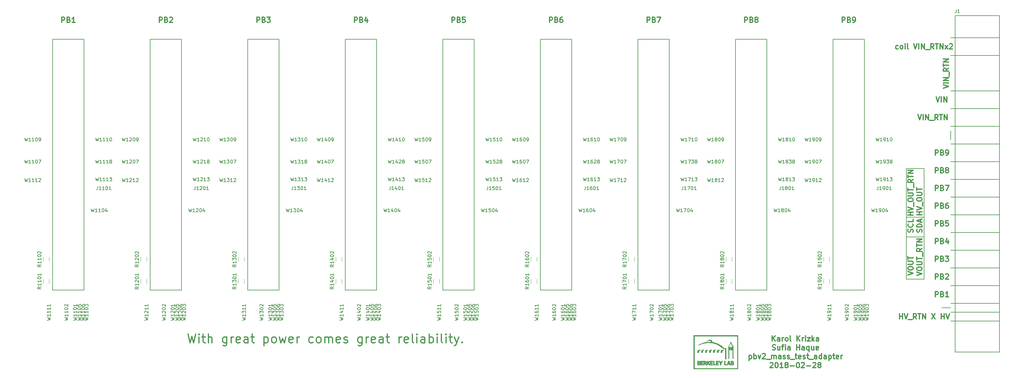
<source format=gbr>
G04 #@! TF.FileFunction,Legend,Top*
%FSLAX46Y46*%
G04 Gerber Fmt 4.6, Leading zero omitted, Abs format (unit mm)*
G04 Created by KiCad (PCBNEW 4.0.7) date Wed Feb 28 11:26:22 2018*
%MOMM*%
%LPD*%
G01*
G04 APERTURE LIST*
%ADD10C,0.100000*%
%ADD11C,0.300000*%
%ADD12C,0.200000*%
%ADD13C,0.150000*%
%ADD14C,0.120000*%
%ADD15C,0.010000*%
G04 APERTURE END LIST*
D10*
D11*
X390338571Y-81791429D02*
X391838571Y-81291429D01*
X390338571Y-80791429D01*
X391838571Y-80291429D02*
X390338571Y-80291429D01*
X391838571Y-79577143D02*
X390338571Y-79577143D01*
X391838571Y-78720000D01*
X390338571Y-78720000D01*
X391981429Y-78362857D02*
X391981429Y-77220000D01*
X391838571Y-76005714D02*
X391124286Y-76505714D01*
X391838571Y-76862857D02*
X390338571Y-76862857D01*
X390338571Y-76291429D01*
X390410000Y-76148571D01*
X390481429Y-76077143D01*
X390624286Y-76005714D01*
X390838571Y-76005714D01*
X390981429Y-76077143D01*
X391052857Y-76148571D01*
X391124286Y-76291429D01*
X391124286Y-76862857D01*
X390338571Y-75577143D02*
X390338571Y-74720000D01*
X391838571Y-75148571D02*
X390338571Y-75148571D01*
X391838571Y-74220000D02*
X390338571Y-74220000D01*
X391838571Y-73362857D01*
X390338571Y-73362857D01*
D12*
X379730000Y-136525000D02*
X379730000Y-104775000D01*
X384810000Y-136525000D02*
X379730000Y-136525000D01*
X384810000Y-104775000D02*
X384810000Y-136525000D01*
D11*
X381678571Y-118224286D02*
X380178571Y-118224286D01*
X380892857Y-118224286D02*
X380892857Y-117367143D01*
X381678571Y-117367143D02*
X380178571Y-117367143D01*
X380178571Y-116867143D02*
X381678571Y-116367143D01*
X380178571Y-115867143D01*
X381821429Y-115724286D02*
X381821429Y-114581429D01*
X380178571Y-113938572D02*
X380178571Y-113652858D01*
X380250000Y-113510000D01*
X380392857Y-113367143D01*
X380678571Y-113295715D01*
X381178571Y-113295715D01*
X381464286Y-113367143D01*
X381607143Y-113510000D01*
X381678571Y-113652858D01*
X381678571Y-113938572D01*
X381607143Y-114081429D01*
X381464286Y-114224286D01*
X381178571Y-114295715D01*
X380678571Y-114295715D01*
X380392857Y-114224286D01*
X380250000Y-114081429D01*
X380178571Y-113938572D01*
X380178571Y-112652857D02*
X381392857Y-112652857D01*
X381535714Y-112581429D01*
X381607143Y-112510000D01*
X381678571Y-112367143D01*
X381678571Y-112081429D01*
X381607143Y-111938571D01*
X381535714Y-111867143D01*
X381392857Y-111795714D01*
X380178571Y-111795714D01*
X380178571Y-111295714D02*
X380178571Y-110438571D01*
X381678571Y-110867142D02*
X380178571Y-110867142D01*
X381821429Y-110295714D02*
X381821429Y-109152857D01*
X381678571Y-107938571D02*
X380964286Y-108438571D01*
X381678571Y-108795714D02*
X380178571Y-108795714D01*
X380178571Y-108224286D01*
X380250000Y-108081428D01*
X380321429Y-108010000D01*
X380464286Y-107938571D01*
X380678571Y-107938571D01*
X380821429Y-108010000D01*
X380892857Y-108081428D01*
X380964286Y-108224286D01*
X380964286Y-108795714D01*
X380178571Y-107510000D02*
X380178571Y-106652857D01*
X381678571Y-107081428D02*
X380178571Y-107081428D01*
X381678571Y-106152857D02*
X380178571Y-106152857D01*
X381678571Y-105295714D01*
X380178571Y-105295714D01*
X384218571Y-118085714D02*
X382718571Y-118085714D01*
X383432857Y-118085714D02*
X383432857Y-117228571D01*
X384218571Y-117228571D02*
X382718571Y-117228571D01*
X382718571Y-116728571D02*
X384218571Y-116228571D01*
X382718571Y-115728571D01*
X384361429Y-115585714D02*
X384361429Y-114442857D01*
X382718571Y-113800000D02*
X382718571Y-113514286D01*
X382790000Y-113371428D01*
X382932857Y-113228571D01*
X383218571Y-113157143D01*
X383718571Y-113157143D01*
X384004286Y-113228571D01*
X384147143Y-113371428D01*
X384218571Y-113514286D01*
X384218571Y-113800000D01*
X384147143Y-113942857D01*
X384004286Y-114085714D01*
X383718571Y-114157143D01*
X383218571Y-114157143D01*
X382932857Y-114085714D01*
X382790000Y-113942857D01*
X382718571Y-113800000D01*
X382718571Y-112514285D02*
X383932857Y-112514285D01*
X384075714Y-112442857D01*
X384147143Y-112371428D01*
X384218571Y-112228571D01*
X384218571Y-111942857D01*
X384147143Y-111799999D01*
X384075714Y-111728571D01*
X383932857Y-111657142D01*
X382718571Y-111657142D01*
X382718571Y-111157142D02*
X382718571Y-110299999D01*
X384218571Y-110728570D02*
X382718571Y-110728570D01*
X382718571Y-135496429D02*
X384218571Y-134996429D01*
X382718571Y-134496429D01*
X382718571Y-133710715D02*
X382718571Y-133425001D01*
X382790000Y-133282143D01*
X382932857Y-133139286D01*
X383218571Y-133067858D01*
X383718571Y-133067858D01*
X384004286Y-133139286D01*
X384147143Y-133282143D01*
X384218571Y-133425001D01*
X384218571Y-133710715D01*
X384147143Y-133853572D01*
X384004286Y-133996429D01*
X383718571Y-134067858D01*
X383218571Y-134067858D01*
X382932857Y-133996429D01*
X382790000Y-133853572D01*
X382718571Y-133710715D01*
X382718571Y-132425000D02*
X383932857Y-132425000D01*
X384075714Y-132353572D01*
X384147143Y-132282143D01*
X384218571Y-132139286D01*
X384218571Y-131853572D01*
X384147143Y-131710714D01*
X384075714Y-131639286D01*
X383932857Y-131567857D01*
X382718571Y-131567857D01*
X382718571Y-131067857D02*
X382718571Y-130210714D01*
X384218571Y-130639285D02*
X382718571Y-130639285D01*
X384361429Y-130067857D02*
X384361429Y-128925000D01*
X384218571Y-127710714D02*
X383504286Y-128210714D01*
X384218571Y-128567857D02*
X382718571Y-128567857D01*
X382718571Y-127996429D01*
X382790000Y-127853571D01*
X382861429Y-127782143D01*
X383004286Y-127710714D01*
X383218571Y-127710714D01*
X383361429Y-127782143D01*
X383432857Y-127853571D01*
X383504286Y-127996429D01*
X383504286Y-128567857D01*
X382718571Y-127282143D02*
X382718571Y-126425000D01*
X384218571Y-126853571D02*
X382718571Y-126853571D01*
X384218571Y-125925000D02*
X382718571Y-125925000D01*
X384218571Y-125067857D01*
X382718571Y-125067857D01*
X380178571Y-135357857D02*
X381678571Y-134857857D01*
X380178571Y-134357857D01*
X380178571Y-133572143D02*
X380178571Y-133286429D01*
X380250000Y-133143571D01*
X380392857Y-133000714D01*
X380678571Y-132929286D01*
X381178571Y-132929286D01*
X381464286Y-133000714D01*
X381607143Y-133143571D01*
X381678571Y-133286429D01*
X381678571Y-133572143D01*
X381607143Y-133715000D01*
X381464286Y-133857857D01*
X381178571Y-133929286D01*
X380678571Y-133929286D01*
X380392857Y-133857857D01*
X380250000Y-133715000D01*
X380178571Y-133572143D01*
X380178571Y-132286428D02*
X381392857Y-132286428D01*
X381535714Y-132215000D01*
X381607143Y-132143571D01*
X381678571Y-132000714D01*
X381678571Y-131715000D01*
X381607143Y-131572142D01*
X381535714Y-131500714D01*
X381392857Y-131429285D01*
X380178571Y-131429285D01*
X380178571Y-130929285D02*
X380178571Y-130072142D01*
X381678571Y-130500713D02*
X380178571Y-130500713D01*
X381607143Y-123070714D02*
X381678571Y-122856428D01*
X381678571Y-122499285D01*
X381607143Y-122356428D01*
X381535714Y-122284999D01*
X381392857Y-122213571D01*
X381250000Y-122213571D01*
X381107143Y-122284999D01*
X381035714Y-122356428D01*
X380964286Y-122499285D01*
X380892857Y-122784999D01*
X380821429Y-122927857D01*
X380750000Y-122999285D01*
X380607143Y-123070714D01*
X380464286Y-123070714D01*
X380321429Y-122999285D01*
X380250000Y-122927857D01*
X380178571Y-122784999D01*
X380178571Y-122427857D01*
X380250000Y-122213571D01*
X381535714Y-120713571D02*
X381607143Y-120785000D01*
X381678571Y-120999286D01*
X381678571Y-121142143D01*
X381607143Y-121356428D01*
X381464286Y-121499286D01*
X381321429Y-121570714D01*
X381035714Y-121642143D01*
X380821429Y-121642143D01*
X380535714Y-121570714D01*
X380392857Y-121499286D01*
X380250000Y-121356428D01*
X380178571Y-121142143D01*
X380178571Y-120999286D01*
X380250000Y-120785000D01*
X380321429Y-120713571D01*
X381678571Y-119356428D02*
X381678571Y-120070714D01*
X380178571Y-120070714D01*
X384147143Y-123106428D02*
X384218571Y-122892142D01*
X384218571Y-122534999D01*
X384147143Y-122392142D01*
X384075714Y-122320713D01*
X383932857Y-122249285D01*
X383790000Y-122249285D01*
X383647143Y-122320713D01*
X383575714Y-122392142D01*
X383504286Y-122534999D01*
X383432857Y-122820713D01*
X383361429Y-122963571D01*
X383290000Y-123034999D01*
X383147143Y-123106428D01*
X383004286Y-123106428D01*
X382861429Y-123034999D01*
X382790000Y-122963571D01*
X382718571Y-122820713D01*
X382718571Y-122463571D01*
X382790000Y-122249285D01*
X384218571Y-121606428D02*
X382718571Y-121606428D01*
X382718571Y-121249285D01*
X382790000Y-121035000D01*
X382932857Y-120892142D01*
X383075714Y-120820714D01*
X383361429Y-120749285D01*
X383575714Y-120749285D01*
X383861429Y-120820714D01*
X384004286Y-120892142D01*
X384147143Y-121035000D01*
X384218571Y-121249285D01*
X384218571Y-121606428D01*
X383790000Y-120177857D02*
X383790000Y-119463571D01*
X384218571Y-120320714D02*
X382718571Y-119820714D01*
X384218571Y-119320714D01*
D12*
X384810000Y-118745000D02*
X379730000Y-118745000D01*
X384810000Y-119380000D02*
X384810000Y-118745000D01*
X384810000Y-125095000D02*
X384810000Y-119380000D01*
X379730000Y-104775000D02*
X384810000Y-104775000D01*
X384810000Y-136525000D02*
X379730000Y-136525000D01*
X384810000Y-135890000D02*
X384810000Y-136525000D01*
X384810000Y-124460000D02*
X384810000Y-135890000D01*
X379730000Y-124460000D02*
X384810000Y-124460000D01*
X392430000Y-96520000D02*
X392430000Y-93980000D01*
X392430000Y-144780000D02*
X389890000Y-144780000D01*
X406400000Y-67310000D02*
X392430000Y-67310000D01*
X406400000Y-72390000D02*
X392430000Y-72390000D01*
X406400000Y-82550000D02*
X392430000Y-82550000D01*
X406400000Y-87630000D02*
X392430000Y-87630000D01*
X392430000Y-92710000D02*
X406400000Y-92710000D01*
X406400000Y-148590000D02*
X392430000Y-148590000D01*
X406400000Y-146050000D02*
X392430000Y-146050000D01*
X406400000Y-143510000D02*
X392430000Y-143510000D01*
X406400000Y-138430000D02*
X392430000Y-138430000D01*
X406400000Y-133350000D02*
X392430000Y-133350000D01*
X406400000Y-128270000D02*
X392430000Y-128270000D01*
X406400000Y-123190000D02*
X392430000Y-123190000D01*
X406400000Y-118110000D02*
X392430000Y-118110000D01*
X406400000Y-113030000D02*
X392430000Y-113030000D01*
X406400000Y-107950000D02*
X392430000Y-107950000D01*
X406400000Y-102870000D02*
X392430000Y-102870000D01*
X406400000Y-97790000D02*
X392430000Y-97790000D01*
D11*
X173990000Y-152279048D02*
X174594762Y-154819048D01*
X175078572Y-153004762D01*
X175562381Y-154819048D01*
X176167143Y-152279048D01*
X177134762Y-154819048D02*
X177134762Y-153125714D01*
X177134762Y-152279048D02*
X177013810Y-152400000D01*
X177134762Y-152520952D01*
X177255714Y-152400000D01*
X177134762Y-152279048D01*
X177134762Y-152520952D01*
X177981429Y-153125714D02*
X178949048Y-153125714D01*
X178344286Y-152279048D02*
X178344286Y-154456190D01*
X178465238Y-154698095D01*
X178707143Y-154819048D01*
X178949048Y-154819048D01*
X179795715Y-154819048D02*
X179795715Y-152279048D01*
X180884286Y-154819048D02*
X180884286Y-153488571D01*
X180763334Y-153246667D01*
X180521429Y-153125714D01*
X180158572Y-153125714D01*
X179916667Y-153246667D01*
X179795715Y-153367619D01*
X185117619Y-153125714D02*
X185117619Y-155181905D01*
X184996667Y-155423810D01*
X184875715Y-155544762D01*
X184633810Y-155665714D01*
X184270953Y-155665714D01*
X184029048Y-155544762D01*
X185117619Y-154698095D02*
X184875715Y-154819048D01*
X184391905Y-154819048D01*
X184150000Y-154698095D01*
X184029048Y-154577143D01*
X183908096Y-154335238D01*
X183908096Y-153609524D01*
X184029048Y-153367619D01*
X184150000Y-153246667D01*
X184391905Y-153125714D01*
X184875715Y-153125714D01*
X185117619Y-153246667D01*
X186327143Y-154819048D02*
X186327143Y-153125714D01*
X186327143Y-153609524D02*
X186448095Y-153367619D01*
X186569048Y-153246667D01*
X186810952Y-153125714D01*
X187052857Y-153125714D01*
X188867143Y-154698095D02*
X188625238Y-154819048D01*
X188141429Y-154819048D01*
X187899524Y-154698095D01*
X187778572Y-154456190D01*
X187778572Y-153488571D01*
X187899524Y-153246667D01*
X188141429Y-153125714D01*
X188625238Y-153125714D01*
X188867143Y-153246667D01*
X188988095Y-153488571D01*
X188988095Y-153730476D01*
X187778572Y-153972381D01*
X191165238Y-154819048D02*
X191165238Y-153488571D01*
X191044286Y-153246667D01*
X190802381Y-153125714D01*
X190318572Y-153125714D01*
X190076667Y-153246667D01*
X191165238Y-154698095D02*
X190923334Y-154819048D01*
X190318572Y-154819048D01*
X190076667Y-154698095D01*
X189955715Y-154456190D01*
X189955715Y-154214286D01*
X190076667Y-153972381D01*
X190318572Y-153851429D01*
X190923334Y-153851429D01*
X191165238Y-153730476D01*
X192011905Y-153125714D02*
X192979524Y-153125714D01*
X192374762Y-152279048D02*
X192374762Y-154456190D01*
X192495714Y-154698095D01*
X192737619Y-154819048D01*
X192979524Y-154819048D01*
X195761429Y-153125714D02*
X195761429Y-155665714D01*
X195761429Y-153246667D02*
X196003334Y-153125714D01*
X196487143Y-153125714D01*
X196729048Y-153246667D01*
X196850000Y-153367619D01*
X196970953Y-153609524D01*
X196970953Y-154335238D01*
X196850000Y-154577143D01*
X196729048Y-154698095D01*
X196487143Y-154819048D01*
X196003334Y-154819048D01*
X195761429Y-154698095D01*
X198422381Y-154819048D02*
X198180476Y-154698095D01*
X198059524Y-154577143D01*
X197938572Y-154335238D01*
X197938572Y-153609524D01*
X198059524Y-153367619D01*
X198180476Y-153246667D01*
X198422381Y-153125714D01*
X198785238Y-153125714D01*
X199027143Y-153246667D01*
X199148095Y-153367619D01*
X199269048Y-153609524D01*
X199269048Y-154335238D01*
X199148095Y-154577143D01*
X199027143Y-154698095D01*
X198785238Y-154819048D01*
X198422381Y-154819048D01*
X200115714Y-153125714D02*
X200599524Y-154819048D01*
X201083333Y-153609524D01*
X201567143Y-154819048D01*
X202050952Y-153125714D01*
X203986190Y-154698095D02*
X203744285Y-154819048D01*
X203260476Y-154819048D01*
X203018571Y-154698095D01*
X202897619Y-154456190D01*
X202897619Y-153488571D01*
X203018571Y-153246667D01*
X203260476Y-153125714D01*
X203744285Y-153125714D01*
X203986190Y-153246667D01*
X204107142Y-153488571D01*
X204107142Y-153730476D01*
X202897619Y-153972381D01*
X205195714Y-154819048D02*
X205195714Y-153125714D01*
X205195714Y-153609524D02*
X205316666Y-153367619D01*
X205437619Y-153246667D01*
X205679523Y-153125714D01*
X205921428Y-153125714D01*
X209791904Y-154698095D02*
X209550000Y-154819048D01*
X209066190Y-154819048D01*
X208824285Y-154698095D01*
X208703333Y-154577143D01*
X208582381Y-154335238D01*
X208582381Y-153609524D01*
X208703333Y-153367619D01*
X208824285Y-153246667D01*
X209066190Y-153125714D01*
X209550000Y-153125714D01*
X209791904Y-153246667D01*
X211243333Y-154819048D02*
X211001428Y-154698095D01*
X210880476Y-154577143D01*
X210759524Y-154335238D01*
X210759524Y-153609524D01*
X210880476Y-153367619D01*
X211001428Y-153246667D01*
X211243333Y-153125714D01*
X211606190Y-153125714D01*
X211848095Y-153246667D01*
X211969047Y-153367619D01*
X212090000Y-153609524D01*
X212090000Y-154335238D01*
X211969047Y-154577143D01*
X211848095Y-154698095D01*
X211606190Y-154819048D01*
X211243333Y-154819048D01*
X213178571Y-154819048D02*
X213178571Y-153125714D01*
X213178571Y-153367619D02*
X213299523Y-153246667D01*
X213541428Y-153125714D01*
X213904285Y-153125714D01*
X214146190Y-153246667D01*
X214267142Y-153488571D01*
X214267142Y-154819048D01*
X214267142Y-153488571D02*
X214388095Y-153246667D01*
X214629999Y-153125714D01*
X214992857Y-153125714D01*
X215234761Y-153246667D01*
X215355714Y-153488571D01*
X215355714Y-154819048D01*
X217532857Y-154698095D02*
X217290952Y-154819048D01*
X216807143Y-154819048D01*
X216565238Y-154698095D01*
X216444286Y-154456190D01*
X216444286Y-153488571D01*
X216565238Y-153246667D01*
X216807143Y-153125714D01*
X217290952Y-153125714D01*
X217532857Y-153246667D01*
X217653809Y-153488571D01*
X217653809Y-153730476D01*
X216444286Y-153972381D01*
X218621429Y-154698095D02*
X218863333Y-154819048D01*
X219347143Y-154819048D01*
X219589048Y-154698095D01*
X219710000Y-154456190D01*
X219710000Y-154335238D01*
X219589048Y-154093333D01*
X219347143Y-153972381D01*
X218984286Y-153972381D01*
X218742381Y-153851429D01*
X218621429Y-153609524D01*
X218621429Y-153488571D01*
X218742381Y-153246667D01*
X218984286Y-153125714D01*
X219347143Y-153125714D01*
X219589048Y-153246667D01*
X223822380Y-153125714D02*
X223822380Y-155181905D01*
X223701428Y-155423810D01*
X223580476Y-155544762D01*
X223338571Y-155665714D01*
X222975714Y-155665714D01*
X222733809Y-155544762D01*
X223822380Y-154698095D02*
X223580476Y-154819048D01*
X223096666Y-154819048D01*
X222854761Y-154698095D01*
X222733809Y-154577143D01*
X222612857Y-154335238D01*
X222612857Y-153609524D01*
X222733809Y-153367619D01*
X222854761Y-153246667D01*
X223096666Y-153125714D01*
X223580476Y-153125714D01*
X223822380Y-153246667D01*
X225031904Y-154819048D02*
X225031904Y-153125714D01*
X225031904Y-153609524D02*
X225152856Y-153367619D01*
X225273809Y-153246667D01*
X225515713Y-153125714D01*
X225757618Y-153125714D01*
X227571904Y-154698095D02*
X227329999Y-154819048D01*
X226846190Y-154819048D01*
X226604285Y-154698095D01*
X226483333Y-154456190D01*
X226483333Y-153488571D01*
X226604285Y-153246667D01*
X226846190Y-153125714D01*
X227329999Y-153125714D01*
X227571904Y-153246667D01*
X227692856Y-153488571D01*
X227692856Y-153730476D01*
X226483333Y-153972381D01*
X229869999Y-154819048D02*
X229869999Y-153488571D01*
X229749047Y-153246667D01*
X229507142Y-153125714D01*
X229023333Y-153125714D01*
X228781428Y-153246667D01*
X229869999Y-154698095D02*
X229628095Y-154819048D01*
X229023333Y-154819048D01*
X228781428Y-154698095D01*
X228660476Y-154456190D01*
X228660476Y-154214286D01*
X228781428Y-153972381D01*
X229023333Y-153851429D01*
X229628095Y-153851429D01*
X229869999Y-153730476D01*
X230716666Y-153125714D02*
X231684285Y-153125714D01*
X231079523Y-152279048D02*
X231079523Y-154456190D01*
X231200475Y-154698095D01*
X231442380Y-154819048D01*
X231684285Y-154819048D01*
X234466190Y-154819048D02*
X234466190Y-153125714D01*
X234466190Y-153609524D02*
X234587142Y-153367619D01*
X234708095Y-153246667D01*
X234949999Y-153125714D01*
X235191904Y-153125714D01*
X237006190Y-154698095D02*
X236764285Y-154819048D01*
X236280476Y-154819048D01*
X236038571Y-154698095D01*
X235917619Y-154456190D01*
X235917619Y-153488571D01*
X236038571Y-153246667D01*
X236280476Y-153125714D01*
X236764285Y-153125714D01*
X237006190Y-153246667D01*
X237127142Y-153488571D01*
X237127142Y-153730476D01*
X235917619Y-153972381D01*
X238578571Y-154819048D02*
X238336666Y-154698095D01*
X238215714Y-154456190D01*
X238215714Y-152279048D01*
X239546190Y-154819048D02*
X239546190Y-153125714D01*
X239546190Y-152279048D02*
X239425238Y-152400000D01*
X239546190Y-152520952D01*
X239667142Y-152400000D01*
X239546190Y-152279048D01*
X239546190Y-152520952D01*
X241844285Y-154819048D02*
X241844285Y-153488571D01*
X241723333Y-153246667D01*
X241481428Y-153125714D01*
X240997619Y-153125714D01*
X240755714Y-153246667D01*
X241844285Y-154698095D02*
X241602381Y-154819048D01*
X240997619Y-154819048D01*
X240755714Y-154698095D01*
X240634762Y-154456190D01*
X240634762Y-154214286D01*
X240755714Y-153972381D01*
X240997619Y-153851429D01*
X241602381Y-153851429D01*
X241844285Y-153730476D01*
X243053809Y-154819048D02*
X243053809Y-152279048D01*
X243053809Y-153246667D02*
X243295714Y-153125714D01*
X243779523Y-153125714D01*
X244021428Y-153246667D01*
X244142380Y-153367619D01*
X244263333Y-153609524D01*
X244263333Y-154335238D01*
X244142380Y-154577143D01*
X244021428Y-154698095D01*
X243779523Y-154819048D01*
X243295714Y-154819048D01*
X243053809Y-154698095D01*
X245351904Y-154819048D02*
X245351904Y-153125714D01*
X245351904Y-152279048D02*
X245230952Y-152400000D01*
X245351904Y-152520952D01*
X245472856Y-152400000D01*
X245351904Y-152279048D01*
X245351904Y-152520952D01*
X246924285Y-154819048D02*
X246682380Y-154698095D01*
X246561428Y-154456190D01*
X246561428Y-152279048D01*
X247891904Y-154819048D02*
X247891904Y-153125714D01*
X247891904Y-152279048D02*
X247770952Y-152400000D01*
X247891904Y-152520952D01*
X248012856Y-152400000D01*
X247891904Y-152279048D01*
X247891904Y-152520952D01*
X248738571Y-153125714D02*
X249706190Y-153125714D01*
X249101428Y-152279048D02*
X249101428Y-154456190D01*
X249222380Y-154698095D01*
X249464285Y-154819048D01*
X249706190Y-154819048D01*
X250310952Y-153125714D02*
X250915714Y-154819048D01*
X251520476Y-153125714D02*
X250915714Y-154819048D01*
X250673809Y-155423810D01*
X250552857Y-155544762D01*
X250310952Y-155665714D01*
X252488095Y-154577143D02*
X252609047Y-154698095D01*
X252488095Y-154819048D01*
X252367143Y-154698095D01*
X252488095Y-154577143D01*
X252488095Y-154819048D01*
X377774286Y-147998571D02*
X377774286Y-146498571D01*
X377774286Y-147212857D02*
X378631429Y-147212857D01*
X378631429Y-147998571D02*
X378631429Y-146498571D01*
X379131429Y-146498571D02*
X379631429Y-147998571D01*
X380131429Y-146498571D01*
X380274286Y-148141429D02*
X381417143Y-148141429D01*
X382631429Y-147998571D02*
X382131429Y-147284286D01*
X381774286Y-147998571D02*
X381774286Y-146498571D01*
X382345714Y-146498571D01*
X382488572Y-146570000D01*
X382560000Y-146641429D01*
X382631429Y-146784286D01*
X382631429Y-146998571D01*
X382560000Y-147141429D01*
X382488572Y-147212857D01*
X382345714Y-147284286D01*
X381774286Y-147284286D01*
X383060000Y-146498571D02*
X383917143Y-146498571D01*
X383488572Y-147998571D02*
X383488572Y-146498571D01*
X384417143Y-147998571D02*
X384417143Y-146498571D01*
X385274286Y-147998571D01*
X385274286Y-146498571D01*
X386988572Y-146498571D02*
X387988572Y-147998571D01*
X387988572Y-146498571D02*
X386988572Y-147998571D01*
X389702857Y-147998571D02*
X389702857Y-146498571D01*
X389702857Y-147212857D02*
X390560000Y-147212857D01*
X390560000Y-147998571D02*
X390560000Y-146498571D01*
X391060000Y-146498571D02*
X391560000Y-147998571D01*
X392060000Y-146498571D01*
X377381429Y-70457143D02*
X377238572Y-70528571D01*
X376952858Y-70528571D01*
X376810000Y-70457143D01*
X376738572Y-70385714D01*
X376667143Y-70242857D01*
X376667143Y-69814286D01*
X376738572Y-69671429D01*
X376810000Y-69600000D01*
X376952858Y-69528571D01*
X377238572Y-69528571D01*
X377381429Y-69600000D01*
X378238572Y-70528571D02*
X378095714Y-70457143D01*
X378024286Y-70385714D01*
X377952857Y-70242857D01*
X377952857Y-69814286D01*
X378024286Y-69671429D01*
X378095714Y-69600000D01*
X378238572Y-69528571D01*
X378452857Y-69528571D01*
X378595714Y-69600000D01*
X378667143Y-69671429D01*
X378738572Y-69814286D01*
X378738572Y-70242857D01*
X378667143Y-70385714D01*
X378595714Y-70457143D01*
X378452857Y-70528571D01*
X378238572Y-70528571D01*
X379381429Y-70528571D02*
X379381429Y-69528571D01*
X379381429Y-69028571D02*
X379310000Y-69100000D01*
X379381429Y-69171429D01*
X379452857Y-69100000D01*
X379381429Y-69028571D01*
X379381429Y-69171429D01*
X380310001Y-70528571D02*
X380167143Y-70457143D01*
X380095715Y-70314286D01*
X380095715Y-69028571D01*
X381810000Y-69028571D02*
X382310000Y-70528571D01*
X382810000Y-69028571D01*
X383310000Y-70528571D02*
X383310000Y-69028571D01*
X384024286Y-70528571D02*
X384024286Y-69028571D01*
X384881429Y-70528571D01*
X384881429Y-69028571D01*
X385238572Y-70671429D02*
X386381429Y-70671429D01*
X387595715Y-70528571D02*
X387095715Y-69814286D01*
X386738572Y-70528571D02*
X386738572Y-69028571D01*
X387310000Y-69028571D01*
X387452858Y-69100000D01*
X387524286Y-69171429D01*
X387595715Y-69314286D01*
X387595715Y-69528571D01*
X387524286Y-69671429D01*
X387452858Y-69742857D01*
X387310000Y-69814286D01*
X386738572Y-69814286D01*
X388024286Y-69028571D02*
X388881429Y-69028571D01*
X388452858Y-70528571D02*
X388452858Y-69028571D01*
X389381429Y-70528571D02*
X389381429Y-69028571D01*
X390238572Y-70528571D01*
X390238572Y-69028571D01*
X390810001Y-70528571D02*
X391595715Y-69528571D01*
X390810001Y-69528571D02*
X391595715Y-70528571D01*
X392095715Y-69171429D02*
X392167144Y-69100000D01*
X392310001Y-69028571D01*
X392667144Y-69028571D01*
X392810001Y-69100000D01*
X392881430Y-69171429D01*
X392952858Y-69314286D01*
X392952858Y-69457143D01*
X392881430Y-69671429D01*
X392024287Y-70528571D01*
X392952858Y-70528571D01*
X388247143Y-84268571D02*
X388747143Y-85768571D01*
X389247143Y-84268571D01*
X389747143Y-85768571D02*
X389747143Y-84268571D01*
X390461429Y-85768571D02*
X390461429Y-84268571D01*
X391318572Y-85768571D01*
X391318572Y-84268571D01*
X383028571Y-89348571D02*
X383528571Y-90848571D01*
X384028571Y-89348571D01*
X384528571Y-90848571D02*
X384528571Y-89348571D01*
X385242857Y-90848571D02*
X385242857Y-89348571D01*
X386100000Y-90848571D01*
X386100000Y-89348571D01*
X386457143Y-90991429D02*
X387600000Y-90991429D01*
X388814286Y-90848571D02*
X388314286Y-90134286D01*
X387957143Y-90848571D02*
X387957143Y-89348571D01*
X388528571Y-89348571D01*
X388671429Y-89420000D01*
X388742857Y-89491429D01*
X388814286Y-89634286D01*
X388814286Y-89848571D01*
X388742857Y-89991429D01*
X388671429Y-90062857D01*
X388528571Y-90134286D01*
X387957143Y-90134286D01*
X389242857Y-89348571D02*
X390100000Y-89348571D01*
X389671429Y-90848571D02*
X389671429Y-89348571D01*
X390600000Y-90848571D02*
X390600000Y-89348571D01*
X391457143Y-90848571D01*
X391457143Y-89348571D01*
X388032858Y-141648571D02*
X388032858Y-140148571D01*
X388604286Y-140148571D01*
X388747144Y-140220000D01*
X388818572Y-140291429D01*
X388890001Y-140434286D01*
X388890001Y-140648571D01*
X388818572Y-140791429D01*
X388747144Y-140862857D01*
X388604286Y-140934286D01*
X388032858Y-140934286D01*
X390032858Y-140862857D02*
X390247144Y-140934286D01*
X390318572Y-141005714D01*
X390390001Y-141148571D01*
X390390001Y-141362857D01*
X390318572Y-141505714D01*
X390247144Y-141577143D01*
X390104286Y-141648571D01*
X389532858Y-141648571D01*
X389532858Y-140148571D01*
X390032858Y-140148571D01*
X390175715Y-140220000D01*
X390247144Y-140291429D01*
X390318572Y-140434286D01*
X390318572Y-140577143D01*
X390247144Y-140720000D01*
X390175715Y-140791429D01*
X390032858Y-140862857D01*
X389532858Y-140862857D01*
X391818572Y-141648571D02*
X390961429Y-141648571D01*
X391390001Y-141648571D02*
X391390001Y-140148571D01*
X391247144Y-140362857D01*
X391104286Y-140505714D01*
X390961429Y-140577143D01*
X388032858Y-136568571D02*
X388032858Y-135068571D01*
X388604286Y-135068571D01*
X388747144Y-135140000D01*
X388818572Y-135211429D01*
X388890001Y-135354286D01*
X388890001Y-135568571D01*
X388818572Y-135711429D01*
X388747144Y-135782857D01*
X388604286Y-135854286D01*
X388032858Y-135854286D01*
X390032858Y-135782857D02*
X390247144Y-135854286D01*
X390318572Y-135925714D01*
X390390001Y-136068571D01*
X390390001Y-136282857D01*
X390318572Y-136425714D01*
X390247144Y-136497143D01*
X390104286Y-136568571D01*
X389532858Y-136568571D01*
X389532858Y-135068571D01*
X390032858Y-135068571D01*
X390175715Y-135140000D01*
X390247144Y-135211429D01*
X390318572Y-135354286D01*
X390318572Y-135497143D01*
X390247144Y-135640000D01*
X390175715Y-135711429D01*
X390032858Y-135782857D01*
X389532858Y-135782857D01*
X390961429Y-135211429D02*
X391032858Y-135140000D01*
X391175715Y-135068571D01*
X391532858Y-135068571D01*
X391675715Y-135140000D01*
X391747144Y-135211429D01*
X391818572Y-135354286D01*
X391818572Y-135497143D01*
X391747144Y-135711429D01*
X390890001Y-136568571D01*
X391818572Y-136568571D01*
X388032858Y-131488571D02*
X388032858Y-129988571D01*
X388604286Y-129988571D01*
X388747144Y-130060000D01*
X388818572Y-130131429D01*
X388890001Y-130274286D01*
X388890001Y-130488571D01*
X388818572Y-130631429D01*
X388747144Y-130702857D01*
X388604286Y-130774286D01*
X388032858Y-130774286D01*
X390032858Y-130702857D02*
X390247144Y-130774286D01*
X390318572Y-130845714D01*
X390390001Y-130988571D01*
X390390001Y-131202857D01*
X390318572Y-131345714D01*
X390247144Y-131417143D01*
X390104286Y-131488571D01*
X389532858Y-131488571D01*
X389532858Y-129988571D01*
X390032858Y-129988571D01*
X390175715Y-130060000D01*
X390247144Y-130131429D01*
X390318572Y-130274286D01*
X390318572Y-130417143D01*
X390247144Y-130560000D01*
X390175715Y-130631429D01*
X390032858Y-130702857D01*
X389532858Y-130702857D01*
X390890001Y-129988571D02*
X391818572Y-129988571D01*
X391318572Y-130560000D01*
X391532858Y-130560000D01*
X391675715Y-130631429D01*
X391747144Y-130702857D01*
X391818572Y-130845714D01*
X391818572Y-131202857D01*
X391747144Y-131345714D01*
X391675715Y-131417143D01*
X391532858Y-131488571D01*
X391104286Y-131488571D01*
X390961429Y-131417143D01*
X390890001Y-131345714D01*
X388032858Y-126408571D02*
X388032858Y-124908571D01*
X388604286Y-124908571D01*
X388747144Y-124980000D01*
X388818572Y-125051429D01*
X388890001Y-125194286D01*
X388890001Y-125408571D01*
X388818572Y-125551429D01*
X388747144Y-125622857D01*
X388604286Y-125694286D01*
X388032858Y-125694286D01*
X390032858Y-125622857D02*
X390247144Y-125694286D01*
X390318572Y-125765714D01*
X390390001Y-125908571D01*
X390390001Y-126122857D01*
X390318572Y-126265714D01*
X390247144Y-126337143D01*
X390104286Y-126408571D01*
X389532858Y-126408571D01*
X389532858Y-124908571D01*
X390032858Y-124908571D01*
X390175715Y-124980000D01*
X390247144Y-125051429D01*
X390318572Y-125194286D01*
X390318572Y-125337143D01*
X390247144Y-125480000D01*
X390175715Y-125551429D01*
X390032858Y-125622857D01*
X389532858Y-125622857D01*
X391675715Y-125408571D02*
X391675715Y-126408571D01*
X391318572Y-124837143D02*
X390961429Y-125908571D01*
X391890001Y-125908571D01*
X388032858Y-121328571D02*
X388032858Y-119828571D01*
X388604286Y-119828571D01*
X388747144Y-119900000D01*
X388818572Y-119971429D01*
X388890001Y-120114286D01*
X388890001Y-120328571D01*
X388818572Y-120471429D01*
X388747144Y-120542857D01*
X388604286Y-120614286D01*
X388032858Y-120614286D01*
X390032858Y-120542857D02*
X390247144Y-120614286D01*
X390318572Y-120685714D01*
X390390001Y-120828571D01*
X390390001Y-121042857D01*
X390318572Y-121185714D01*
X390247144Y-121257143D01*
X390104286Y-121328571D01*
X389532858Y-121328571D01*
X389532858Y-119828571D01*
X390032858Y-119828571D01*
X390175715Y-119900000D01*
X390247144Y-119971429D01*
X390318572Y-120114286D01*
X390318572Y-120257143D01*
X390247144Y-120400000D01*
X390175715Y-120471429D01*
X390032858Y-120542857D01*
X389532858Y-120542857D01*
X391747144Y-119828571D02*
X391032858Y-119828571D01*
X390961429Y-120542857D01*
X391032858Y-120471429D01*
X391175715Y-120400000D01*
X391532858Y-120400000D01*
X391675715Y-120471429D01*
X391747144Y-120542857D01*
X391818572Y-120685714D01*
X391818572Y-121042857D01*
X391747144Y-121185714D01*
X391675715Y-121257143D01*
X391532858Y-121328571D01*
X391175715Y-121328571D01*
X391032858Y-121257143D01*
X390961429Y-121185714D01*
X388032858Y-116248571D02*
X388032858Y-114748571D01*
X388604286Y-114748571D01*
X388747144Y-114820000D01*
X388818572Y-114891429D01*
X388890001Y-115034286D01*
X388890001Y-115248571D01*
X388818572Y-115391429D01*
X388747144Y-115462857D01*
X388604286Y-115534286D01*
X388032858Y-115534286D01*
X390032858Y-115462857D02*
X390247144Y-115534286D01*
X390318572Y-115605714D01*
X390390001Y-115748571D01*
X390390001Y-115962857D01*
X390318572Y-116105714D01*
X390247144Y-116177143D01*
X390104286Y-116248571D01*
X389532858Y-116248571D01*
X389532858Y-114748571D01*
X390032858Y-114748571D01*
X390175715Y-114820000D01*
X390247144Y-114891429D01*
X390318572Y-115034286D01*
X390318572Y-115177143D01*
X390247144Y-115320000D01*
X390175715Y-115391429D01*
X390032858Y-115462857D01*
X389532858Y-115462857D01*
X391675715Y-114748571D02*
X391390001Y-114748571D01*
X391247144Y-114820000D01*
X391175715Y-114891429D01*
X391032858Y-115105714D01*
X390961429Y-115391429D01*
X390961429Y-115962857D01*
X391032858Y-116105714D01*
X391104286Y-116177143D01*
X391247144Y-116248571D01*
X391532858Y-116248571D01*
X391675715Y-116177143D01*
X391747144Y-116105714D01*
X391818572Y-115962857D01*
X391818572Y-115605714D01*
X391747144Y-115462857D01*
X391675715Y-115391429D01*
X391532858Y-115320000D01*
X391247144Y-115320000D01*
X391104286Y-115391429D01*
X391032858Y-115462857D01*
X390961429Y-115605714D01*
X388032858Y-111168571D02*
X388032858Y-109668571D01*
X388604286Y-109668571D01*
X388747144Y-109740000D01*
X388818572Y-109811429D01*
X388890001Y-109954286D01*
X388890001Y-110168571D01*
X388818572Y-110311429D01*
X388747144Y-110382857D01*
X388604286Y-110454286D01*
X388032858Y-110454286D01*
X390032858Y-110382857D02*
X390247144Y-110454286D01*
X390318572Y-110525714D01*
X390390001Y-110668571D01*
X390390001Y-110882857D01*
X390318572Y-111025714D01*
X390247144Y-111097143D01*
X390104286Y-111168571D01*
X389532858Y-111168571D01*
X389532858Y-109668571D01*
X390032858Y-109668571D01*
X390175715Y-109740000D01*
X390247144Y-109811429D01*
X390318572Y-109954286D01*
X390318572Y-110097143D01*
X390247144Y-110240000D01*
X390175715Y-110311429D01*
X390032858Y-110382857D01*
X389532858Y-110382857D01*
X390890001Y-109668571D02*
X391890001Y-109668571D01*
X391247144Y-111168571D01*
X388032858Y-106088571D02*
X388032858Y-104588571D01*
X388604286Y-104588571D01*
X388747144Y-104660000D01*
X388818572Y-104731429D01*
X388890001Y-104874286D01*
X388890001Y-105088571D01*
X388818572Y-105231429D01*
X388747144Y-105302857D01*
X388604286Y-105374286D01*
X388032858Y-105374286D01*
X390032858Y-105302857D02*
X390247144Y-105374286D01*
X390318572Y-105445714D01*
X390390001Y-105588571D01*
X390390001Y-105802857D01*
X390318572Y-105945714D01*
X390247144Y-106017143D01*
X390104286Y-106088571D01*
X389532858Y-106088571D01*
X389532858Y-104588571D01*
X390032858Y-104588571D01*
X390175715Y-104660000D01*
X390247144Y-104731429D01*
X390318572Y-104874286D01*
X390318572Y-105017143D01*
X390247144Y-105160000D01*
X390175715Y-105231429D01*
X390032858Y-105302857D01*
X389532858Y-105302857D01*
X391247144Y-105231429D02*
X391104286Y-105160000D01*
X391032858Y-105088571D01*
X390961429Y-104945714D01*
X390961429Y-104874286D01*
X391032858Y-104731429D01*
X391104286Y-104660000D01*
X391247144Y-104588571D01*
X391532858Y-104588571D01*
X391675715Y-104660000D01*
X391747144Y-104731429D01*
X391818572Y-104874286D01*
X391818572Y-104945714D01*
X391747144Y-105088571D01*
X391675715Y-105160000D01*
X391532858Y-105231429D01*
X391247144Y-105231429D01*
X391104286Y-105302857D01*
X391032858Y-105374286D01*
X390961429Y-105517143D01*
X390961429Y-105802857D01*
X391032858Y-105945714D01*
X391104286Y-106017143D01*
X391247144Y-106088571D01*
X391532858Y-106088571D01*
X391675715Y-106017143D01*
X391747144Y-105945714D01*
X391818572Y-105802857D01*
X391818572Y-105517143D01*
X391747144Y-105374286D01*
X391675715Y-105302857D01*
X391532858Y-105231429D01*
X388032858Y-101008571D02*
X388032858Y-99508571D01*
X388604286Y-99508571D01*
X388747144Y-99580000D01*
X388818572Y-99651429D01*
X388890001Y-99794286D01*
X388890001Y-100008571D01*
X388818572Y-100151429D01*
X388747144Y-100222857D01*
X388604286Y-100294286D01*
X388032858Y-100294286D01*
X390032858Y-100222857D02*
X390247144Y-100294286D01*
X390318572Y-100365714D01*
X390390001Y-100508571D01*
X390390001Y-100722857D01*
X390318572Y-100865714D01*
X390247144Y-100937143D01*
X390104286Y-101008571D01*
X389532858Y-101008571D01*
X389532858Y-99508571D01*
X390032858Y-99508571D01*
X390175715Y-99580000D01*
X390247144Y-99651429D01*
X390318572Y-99794286D01*
X390318572Y-99937143D01*
X390247144Y-100080000D01*
X390175715Y-100151429D01*
X390032858Y-100222857D01*
X389532858Y-100222857D01*
X391104286Y-101008571D02*
X391390001Y-101008571D01*
X391532858Y-100937143D01*
X391604286Y-100865714D01*
X391747144Y-100651429D01*
X391818572Y-100365714D01*
X391818572Y-99794286D01*
X391747144Y-99651429D01*
X391675715Y-99580000D01*
X391532858Y-99508571D01*
X391247144Y-99508571D01*
X391104286Y-99580000D01*
X391032858Y-99651429D01*
X390961429Y-99794286D01*
X390961429Y-100151429D01*
X391032858Y-100294286D01*
X391104286Y-100365714D01*
X391247144Y-100437143D01*
X391532858Y-100437143D01*
X391675715Y-100365714D01*
X391747144Y-100294286D01*
X391818572Y-100151429D01*
X361362858Y-62908571D02*
X361362858Y-61408571D01*
X361934286Y-61408571D01*
X362077144Y-61480000D01*
X362148572Y-61551429D01*
X362220001Y-61694286D01*
X362220001Y-61908571D01*
X362148572Y-62051429D01*
X362077144Y-62122857D01*
X361934286Y-62194286D01*
X361362858Y-62194286D01*
X363362858Y-62122857D02*
X363577144Y-62194286D01*
X363648572Y-62265714D01*
X363720001Y-62408571D01*
X363720001Y-62622857D01*
X363648572Y-62765714D01*
X363577144Y-62837143D01*
X363434286Y-62908571D01*
X362862858Y-62908571D01*
X362862858Y-61408571D01*
X363362858Y-61408571D01*
X363505715Y-61480000D01*
X363577144Y-61551429D01*
X363648572Y-61694286D01*
X363648572Y-61837143D01*
X363577144Y-61980000D01*
X363505715Y-62051429D01*
X363362858Y-62122857D01*
X362862858Y-62122857D01*
X364434286Y-62908571D02*
X364720001Y-62908571D01*
X364862858Y-62837143D01*
X364934286Y-62765714D01*
X365077144Y-62551429D01*
X365148572Y-62265714D01*
X365148572Y-61694286D01*
X365077144Y-61551429D01*
X365005715Y-61480000D01*
X364862858Y-61408571D01*
X364577144Y-61408571D01*
X364434286Y-61480000D01*
X364362858Y-61551429D01*
X364291429Y-61694286D01*
X364291429Y-62051429D01*
X364362858Y-62194286D01*
X364434286Y-62265714D01*
X364577144Y-62337143D01*
X364862858Y-62337143D01*
X365005715Y-62265714D01*
X365077144Y-62194286D01*
X365148572Y-62051429D01*
X333422858Y-62908571D02*
X333422858Y-61408571D01*
X333994286Y-61408571D01*
X334137144Y-61480000D01*
X334208572Y-61551429D01*
X334280001Y-61694286D01*
X334280001Y-61908571D01*
X334208572Y-62051429D01*
X334137144Y-62122857D01*
X333994286Y-62194286D01*
X333422858Y-62194286D01*
X335422858Y-62122857D02*
X335637144Y-62194286D01*
X335708572Y-62265714D01*
X335780001Y-62408571D01*
X335780001Y-62622857D01*
X335708572Y-62765714D01*
X335637144Y-62837143D01*
X335494286Y-62908571D01*
X334922858Y-62908571D01*
X334922858Y-61408571D01*
X335422858Y-61408571D01*
X335565715Y-61480000D01*
X335637144Y-61551429D01*
X335708572Y-61694286D01*
X335708572Y-61837143D01*
X335637144Y-61980000D01*
X335565715Y-62051429D01*
X335422858Y-62122857D01*
X334922858Y-62122857D01*
X336637144Y-62051429D02*
X336494286Y-61980000D01*
X336422858Y-61908571D01*
X336351429Y-61765714D01*
X336351429Y-61694286D01*
X336422858Y-61551429D01*
X336494286Y-61480000D01*
X336637144Y-61408571D01*
X336922858Y-61408571D01*
X337065715Y-61480000D01*
X337137144Y-61551429D01*
X337208572Y-61694286D01*
X337208572Y-61765714D01*
X337137144Y-61908571D01*
X337065715Y-61980000D01*
X336922858Y-62051429D01*
X336637144Y-62051429D01*
X336494286Y-62122857D01*
X336422858Y-62194286D01*
X336351429Y-62337143D01*
X336351429Y-62622857D01*
X336422858Y-62765714D01*
X336494286Y-62837143D01*
X336637144Y-62908571D01*
X336922858Y-62908571D01*
X337065715Y-62837143D01*
X337137144Y-62765714D01*
X337208572Y-62622857D01*
X337208572Y-62337143D01*
X337137144Y-62194286D01*
X337065715Y-62122857D01*
X336922858Y-62051429D01*
X305482858Y-62908571D02*
X305482858Y-61408571D01*
X306054286Y-61408571D01*
X306197144Y-61480000D01*
X306268572Y-61551429D01*
X306340001Y-61694286D01*
X306340001Y-61908571D01*
X306268572Y-62051429D01*
X306197144Y-62122857D01*
X306054286Y-62194286D01*
X305482858Y-62194286D01*
X307482858Y-62122857D02*
X307697144Y-62194286D01*
X307768572Y-62265714D01*
X307840001Y-62408571D01*
X307840001Y-62622857D01*
X307768572Y-62765714D01*
X307697144Y-62837143D01*
X307554286Y-62908571D01*
X306982858Y-62908571D01*
X306982858Y-61408571D01*
X307482858Y-61408571D01*
X307625715Y-61480000D01*
X307697144Y-61551429D01*
X307768572Y-61694286D01*
X307768572Y-61837143D01*
X307697144Y-61980000D01*
X307625715Y-62051429D01*
X307482858Y-62122857D01*
X306982858Y-62122857D01*
X308340001Y-61408571D02*
X309340001Y-61408571D01*
X308697144Y-62908571D01*
X277542858Y-62908571D02*
X277542858Y-61408571D01*
X278114286Y-61408571D01*
X278257144Y-61480000D01*
X278328572Y-61551429D01*
X278400001Y-61694286D01*
X278400001Y-61908571D01*
X278328572Y-62051429D01*
X278257144Y-62122857D01*
X278114286Y-62194286D01*
X277542858Y-62194286D01*
X279542858Y-62122857D02*
X279757144Y-62194286D01*
X279828572Y-62265714D01*
X279900001Y-62408571D01*
X279900001Y-62622857D01*
X279828572Y-62765714D01*
X279757144Y-62837143D01*
X279614286Y-62908571D01*
X279042858Y-62908571D01*
X279042858Y-61408571D01*
X279542858Y-61408571D01*
X279685715Y-61480000D01*
X279757144Y-61551429D01*
X279828572Y-61694286D01*
X279828572Y-61837143D01*
X279757144Y-61980000D01*
X279685715Y-62051429D01*
X279542858Y-62122857D01*
X279042858Y-62122857D01*
X281185715Y-61408571D02*
X280900001Y-61408571D01*
X280757144Y-61480000D01*
X280685715Y-61551429D01*
X280542858Y-61765714D01*
X280471429Y-62051429D01*
X280471429Y-62622857D01*
X280542858Y-62765714D01*
X280614286Y-62837143D01*
X280757144Y-62908571D01*
X281042858Y-62908571D01*
X281185715Y-62837143D01*
X281257144Y-62765714D01*
X281328572Y-62622857D01*
X281328572Y-62265714D01*
X281257144Y-62122857D01*
X281185715Y-62051429D01*
X281042858Y-61980000D01*
X280757144Y-61980000D01*
X280614286Y-62051429D01*
X280542858Y-62122857D01*
X280471429Y-62265714D01*
X249602858Y-62908571D02*
X249602858Y-61408571D01*
X250174286Y-61408571D01*
X250317144Y-61480000D01*
X250388572Y-61551429D01*
X250460001Y-61694286D01*
X250460001Y-61908571D01*
X250388572Y-62051429D01*
X250317144Y-62122857D01*
X250174286Y-62194286D01*
X249602858Y-62194286D01*
X251602858Y-62122857D02*
X251817144Y-62194286D01*
X251888572Y-62265714D01*
X251960001Y-62408571D01*
X251960001Y-62622857D01*
X251888572Y-62765714D01*
X251817144Y-62837143D01*
X251674286Y-62908571D01*
X251102858Y-62908571D01*
X251102858Y-61408571D01*
X251602858Y-61408571D01*
X251745715Y-61480000D01*
X251817144Y-61551429D01*
X251888572Y-61694286D01*
X251888572Y-61837143D01*
X251817144Y-61980000D01*
X251745715Y-62051429D01*
X251602858Y-62122857D01*
X251102858Y-62122857D01*
X253317144Y-61408571D02*
X252602858Y-61408571D01*
X252531429Y-62122857D01*
X252602858Y-62051429D01*
X252745715Y-61980000D01*
X253102858Y-61980000D01*
X253245715Y-62051429D01*
X253317144Y-62122857D01*
X253388572Y-62265714D01*
X253388572Y-62622857D01*
X253317144Y-62765714D01*
X253245715Y-62837143D01*
X253102858Y-62908571D01*
X252745715Y-62908571D01*
X252602858Y-62837143D01*
X252531429Y-62765714D01*
X221662858Y-62908571D02*
X221662858Y-61408571D01*
X222234286Y-61408571D01*
X222377144Y-61480000D01*
X222448572Y-61551429D01*
X222520001Y-61694286D01*
X222520001Y-61908571D01*
X222448572Y-62051429D01*
X222377144Y-62122857D01*
X222234286Y-62194286D01*
X221662858Y-62194286D01*
X223662858Y-62122857D02*
X223877144Y-62194286D01*
X223948572Y-62265714D01*
X224020001Y-62408571D01*
X224020001Y-62622857D01*
X223948572Y-62765714D01*
X223877144Y-62837143D01*
X223734286Y-62908571D01*
X223162858Y-62908571D01*
X223162858Y-61408571D01*
X223662858Y-61408571D01*
X223805715Y-61480000D01*
X223877144Y-61551429D01*
X223948572Y-61694286D01*
X223948572Y-61837143D01*
X223877144Y-61980000D01*
X223805715Y-62051429D01*
X223662858Y-62122857D01*
X223162858Y-62122857D01*
X225305715Y-61908571D02*
X225305715Y-62908571D01*
X224948572Y-61337143D02*
X224591429Y-62408571D01*
X225520001Y-62408571D01*
X193722858Y-62908571D02*
X193722858Y-61408571D01*
X194294286Y-61408571D01*
X194437144Y-61480000D01*
X194508572Y-61551429D01*
X194580001Y-61694286D01*
X194580001Y-61908571D01*
X194508572Y-62051429D01*
X194437144Y-62122857D01*
X194294286Y-62194286D01*
X193722858Y-62194286D01*
X195722858Y-62122857D02*
X195937144Y-62194286D01*
X196008572Y-62265714D01*
X196080001Y-62408571D01*
X196080001Y-62622857D01*
X196008572Y-62765714D01*
X195937144Y-62837143D01*
X195794286Y-62908571D01*
X195222858Y-62908571D01*
X195222858Y-61408571D01*
X195722858Y-61408571D01*
X195865715Y-61480000D01*
X195937144Y-61551429D01*
X196008572Y-61694286D01*
X196008572Y-61837143D01*
X195937144Y-61980000D01*
X195865715Y-62051429D01*
X195722858Y-62122857D01*
X195222858Y-62122857D01*
X196580001Y-61408571D02*
X197508572Y-61408571D01*
X197008572Y-61980000D01*
X197222858Y-61980000D01*
X197365715Y-62051429D01*
X197437144Y-62122857D01*
X197508572Y-62265714D01*
X197508572Y-62622857D01*
X197437144Y-62765714D01*
X197365715Y-62837143D01*
X197222858Y-62908571D01*
X196794286Y-62908571D01*
X196651429Y-62837143D01*
X196580001Y-62765714D01*
X165782858Y-62908571D02*
X165782858Y-61408571D01*
X166354286Y-61408571D01*
X166497144Y-61480000D01*
X166568572Y-61551429D01*
X166640001Y-61694286D01*
X166640001Y-61908571D01*
X166568572Y-62051429D01*
X166497144Y-62122857D01*
X166354286Y-62194286D01*
X165782858Y-62194286D01*
X167782858Y-62122857D02*
X167997144Y-62194286D01*
X168068572Y-62265714D01*
X168140001Y-62408571D01*
X168140001Y-62622857D01*
X168068572Y-62765714D01*
X167997144Y-62837143D01*
X167854286Y-62908571D01*
X167282858Y-62908571D01*
X167282858Y-61408571D01*
X167782858Y-61408571D01*
X167925715Y-61480000D01*
X167997144Y-61551429D01*
X168068572Y-61694286D01*
X168068572Y-61837143D01*
X167997144Y-61980000D01*
X167925715Y-62051429D01*
X167782858Y-62122857D01*
X167282858Y-62122857D01*
X168711429Y-61551429D02*
X168782858Y-61480000D01*
X168925715Y-61408571D01*
X169282858Y-61408571D01*
X169425715Y-61480000D01*
X169497144Y-61551429D01*
X169568572Y-61694286D01*
X169568572Y-61837143D01*
X169497144Y-62051429D01*
X168640001Y-62908571D01*
X169568572Y-62908571D01*
X137842858Y-62908571D02*
X137842858Y-61408571D01*
X138414286Y-61408571D01*
X138557144Y-61480000D01*
X138628572Y-61551429D01*
X138700001Y-61694286D01*
X138700001Y-61908571D01*
X138628572Y-62051429D01*
X138557144Y-62122857D01*
X138414286Y-62194286D01*
X137842858Y-62194286D01*
X139842858Y-62122857D02*
X140057144Y-62194286D01*
X140128572Y-62265714D01*
X140200001Y-62408571D01*
X140200001Y-62622857D01*
X140128572Y-62765714D01*
X140057144Y-62837143D01*
X139914286Y-62908571D01*
X139342858Y-62908571D01*
X139342858Y-61408571D01*
X139842858Y-61408571D01*
X139985715Y-61480000D01*
X140057144Y-61551429D01*
X140128572Y-61694286D01*
X140128572Y-61837143D01*
X140057144Y-61980000D01*
X139985715Y-62051429D01*
X139842858Y-62122857D01*
X139342858Y-62122857D01*
X141628572Y-62908571D02*
X140771429Y-62908571D01*
X141200001Y-62908571D02*
X141200001Y-61408571D01*
X141057144Y-61622857D01*
X140914286Y-61765714D01*
X140771429Y-61837143D01*
X341337143Y-154333571D02*
X341337143Y-152833571D01*
X342194286Y-154333571D02*
X341551429Y-153476429D01*
X342194286Y-152833571D02*
X341337143Y-153690714D01*
X343480000Y-154333571D02*
X343480000Y-153547857D01*
X343408571Y-153405000D01*
X343265714Y-153333571D01*
X342980000Y-153333571D01*
X342837143Y-153405000D01*
X343480000Y-154262143D02*
X343337143Y-154333571D01*
X342980000Y-154333571D01*
X342837143Y-154262143D01*
X342765714Y-154119286D01*
X342765714Y-153976429D01*
X342837143Y-153833571D01*
X342980000Y-153762143D01*
X343337143Y-153762143D01*
X343480000Y-153690714D01*
X344194286Y-154333571D02*
X344194286Y-153333571D01*
X344194286Y-153619286D02*
X344265714Y-153476429D01*
X344337143Y-153405000D01*
X344480000Y-153333571D01*
X344622857Y-153333571D01*
X345337143Y-154333571D02*
X345194285Y-154262143D01*
X345122857Y-154190714D01*
X345051428Y-154047857D01*
X345051428Y-153619286D01*
X345122857Y-153476429D01*
X345194285Y-153405000D01*
X345337143Y-153333571D01*
X345551428Y-153333571D01*
X345694285Y-153405000D01*
X345765714Y-153476429D01*
X345837143Y-153619286D01*
X345837143Y-154047857D01*
X345765714Y-154190714D01*
X345694285Y-154262143D01*
X345551428Y-154333571D01*
X345337143Y-154333571D01*
X346694286Y-154333571D02*
X346551428Y-154262143D01*
X346480000Y-154119286D01*
X346480000Y-152833571D01*
X348408571Y-154333571D02*
X348408571Y-152833571D01*
X349265714Y-154333571D02*
X348622857Y-153476429D01*
X349265714Y-152833571D02*
X348408571Y-153690714D01*
X349908571Y-154333571D02*
X349908571Y-153333571D01*
X349908571Y-153619286D02*
X349979999Y-153476429D01*
X350051428Y-153405000D01*
X350194285Y-153333571D01*
X350337142Y-153333571D01*
X350837142Y-154333571D02*
X350837142Y-153333571D01*
X350837142Y-152833571D02*
X350765713Y-152905000D01*
X350837142Y-152976429D01*
X350908570Y-152905000D01*
X350837142Y-152833571D01*
X350837142Y-152976429D01*
X351408571Y-153333571D02*
X352194285Y-153333571D01*
X351408571Y-154333571D01*
X352194285Y-154333571D01*
X352765714Y-154333571D02*
X352765714Y-152833571D01*
X352908571Y-153762143D02*
X353337142Y-154333571D01*
X353337142Y-153333571D02*
X352765714Y-153905000D01*
X354622857Y-154333571D02*
X354622857Y-153547857D01*
X354551428Y-153405000D01*
X354408571Y-153333571D01*
X354122857Y-153333571D01*
X353980000Y-153405000D01*
X354622857Y-154262143D02*
X354480000Y-154333571D01*
X354122857Y-154333571D01*
X353980000Y-154262143D01*
X353908571Y-154119286D01*
X353908571Y-153976429D01*
X353980000Y-153833571D01*
X354122857Y-153762143D01*
X354480000Y-153762143D01*
X354622857Y-153690714D01*
X341372857Y-156812143D02*
X341587143Y-156883571D01*
X341944286Y-156883571D01*
X342087143Y-156812143D01*
X342158572Y-156740714D01*
X342230000Y-156597857D01*
X342230000Y-156455000D01*
X342158572Y-156312143D01*
X342087143Y-156240714D01*
X341944286Y-156169286D01*
X341658572Y-156097857D01*
X341515714Y-156026429D01*
X341444286Y-155955000D01*
X341372857Y-155812143D01*
X341372857Y-155669286D01*
X341444286Y-155526429D01*
X341515714Y-155455000D01*
X341658572Y-155383571D01*
X342015714Y-155383571D01*
X342230000Y-155455000D01*
X343515714Y-155883571D02*
X343515714Y-156883571D01*
X342872857Y-155883571D02*
X342872857Y-156669286D01*
X342944285Y-156812143D01*
X343087143Y-156883571D01*
X343301428Y-156883571D01*
X343444285Y-156812143D01*
X343515714Y-156740714D01*
X344015714Y-155883571D02*
X344587143Y-155883571D01*
X344230000Y-156883571D02*
X344230000Y-155597857D01*
X344301428Y-155455000D01*
X344444286Y-155383571D01*
X344587143Y-155383571D01*
X345087143Y-156883571D02*
X345087143Y-155883571D01*
X345087143Y-155383571D02*
X345015714Y-155455000D01*
X345087143Y-155526429D01*
X345158571Y-155455000D01*
X345087143Y-155383571D01*
X345087143Y-155526429D01*
X346444286Y-156883571D02*
X346444286Y-156097857D01*
X346372857Y-155955000D01*
X346230000Y-155883571D01*
X345944286Y-155883571D01*
X345801429Y-155955000D01*
X346444286Y-156812143D02*
X346301429Y-156883571D01*
X345944286Y-156883571D01*
X345801429Y-156812143D01*
X345730000Y-156669286D01*
X345730000Y-156526429D01*
X345801429Y-156383571D01*
X345944286Y-156312143D01*
X346301429Y-156312143D01*
X346444286Y-156240714D01*
X348301429Y-156883571D02*
X348301429Y-155383571D01*
X348301429Y-156097857D02*
X349158572Y-156097857D01*
X349158572Y-156883571D02*
X349158572Y-155383571D01*
X350515715Y-156883571D02*
X350515715Y-156097857D01*
X350444286Y-155955000D01*
X350301429Y-155883571D01*
X350015715Y-155883571D01*
X349872858Y-155955000D01*
X350515715Y-156812143D02*
X350372858Y-156883571D01*
X350015715Y-156883571D01*
X349872858Y-156812143D01*
X349801429Y-156669286D01*
X349801429Y-156526429D01*
X349872858Y-156383571D01*
X350015715Y-156312143D01*
X350372858Y-156312143D01*
X350515715Y-156240714D01*
X351872858Y-155883571D02*
X351872858Y-157383571D01*
X351872858Y-156812143D02*
X351730001Y-156883571D01*
X351444287Y-156883571D01*
X351301429Y-156812143D01*
X351230001Y-156740714D01*
X351158572Y-156597857D01*
X351158572Y-156169286D01*
X351230001Y-156026429D01*
X351301429Y-155955000D01*
X351444287Y-155883571D01*
X351730001Y-155883571D01*
X351872858Y-155955000D01*
X353230001Y-155883571D02*
X353230001Y-156883571D01*
X352587144Y-155883571D02*
X352587144Y-156669286D01*
X352658572Y-156812143D01*
X352801430Y-156883571D01*
X353015715Y-156883571D01*
X353158572Y-156812143D01*
X353230001Y-156740714D01*
X354515715Y-156812143D02*
X354372858Y-156883571D01*
X354087144Y-156883571D01*
X353944287Y-156812143D01*
X353872858Y-156669286D01*
X353872858Y-156097857D01*
X353944287Y-155955000D01*
X354087144Y-155883571D01*
X354372858Y-155883571D01*
X354515715Y-155955000D01*
X354587144Y-156097857D01*
X354587144Y-156240714D01*
X353872858Y-156383571D01*
X334730000Y-158433571D02*
X334730000Y-159933571D01*
X334730000Y-158505000D02*
X334872857Y-158433571D01*
X335158571Y-158433571D01*
X335301428Y-158505000D01*
X335372857Y-158576429D01*
X335444286Y-158719286D01*
X335444286Y-159147857D01*
X335372857Y-159290714D01*
X335301428Y-159362143D01*
X335158571Y-159433571D01*
X334872857Y-159433571D01*
X334730000Y-159362143D01*
X336087143Y-159433571D02*
X336087143Y-157933571D01*
X336087143Y-158505000D02*
X336230000Y-158433571D01*
X336515714Y-158433571D01*
X336658571Y-158505000D01*
X336730000Y-158576429D01*
X336801429Y-158719286D01*
X336801429Y-159147857D01*
X336730000Y-159290714D01*
X336658571Y-159362143D01*
X336515714Y-159433571D01*
X336230000Y-159433571D01*
X336087143Y-159362143D01*
X337301429Y-158433571D02*
X337658572Y-159433571D01*
X338015714Y-158433571D01*
X338515714Y-158076429D02*
X338587143Y-158005000D01*
X338730000Y-157933571D01*
X339087143Y-157933571D01*
X339230000Y-158005000D01*
X339301429Y-158076429D01*
X339372857Y-158219286D01*
X339372857Y-158362143D01*
X339301429Y-158576429D01*
X338444286Y-159433571D01*
X339372857Y-159433571D01*
X339658571Y-159576429D02*
X340801428Y-159576429D01*
X341158571Y-159433571D02*
X341158571Y-158433571D01*
X341158571Y-158576429D02*
X341229999Y-158505000D01*
X341372857Y-158433571D01*
X341587142Y-158433571D01*
X341729999Y-158505000D01*
X341801428Y-158647857D01*
X341801428Y-159433571D01*
X341801428Y-158647857D02*
X341872857Y-158505000D01*
X342015714Y-158433571D01*
X342229999Y-158433571D01*
X342372857Y-158505000D01*
X342444285Y-158647857D01*
X342444285Y-159433571D01*
X343801428Y-159433571D02*
X343801428Y-158647857D01*
X343729999Y-158505000D01*
X343587142Y-158433571D01*
X343301428Y-158433571D01*
X343158571Y-158505000D01*
X343801428Y-159362143D02*
X343658571Y-159433571D01*
X343301428Y-159433571D01*
X343158571Y-159362143D01*
X343087142Y-159219286D01*
X343087142Y-159076429D01*
X343158571Y-158933571D01*
X343301428Y-158862143D01*
X343658571Y-158862143D01*
X343801428Y-158790714D01*
X344444285Y-159362143D02*
X344587142Y-159433571D01*
X344872857Y-159433571D01*
X345015714Y-159362143D01*
X345087142Y-159219286D01*
X345087142Y-159147857D01*
X345015714Y-159005000D01*
X344872857Y-158933571D01*
X344658571Y-158933571D01*
X344515714Y-158862143D01*
X344444285Y-158719286D01*
X344444285Y-158647857D01*
X344515714Y-158505000D01*
X344658571Y-158433571D01*
X344872857Y-158433571D01*
X345015714Y-158505000D01*
X345658571Y-159362143D02*
X345801428Y-159433571D01*
X346087143Y-159433571D01*
X346230000Y-159362143D01*
X346301428Y-159219286D01*
X346301428Y-159147857D01*
X346230000Y-159005000D01*
X346087143Y-158933571D01*
X345872857Y-158933571D01*
X345730000Y-158862143D01*
X345658571Y-158719286D01*
X345658571Y-158647857D01*
X345730000Y-158505000D01*
X345872857Y-158433571D01*
X346087143Y-158433571D01*
X346230000Y-158505000D01*
X346587143Y-159576429D02*
X347730000Y-159576429D01*
X347872857Y-158433571D02*
X348444286Y-158433571D01*
X348087143Y-157933571D02*
X348087143Y-159219286D01*
X348158571Y-159362143D01*
X348301429Y-159433571D01*
X348444286Y-159433571D01*
X349515714Y-159362143D02*
X349372857Y-159433571D01*
X349087143Y-159433571D01*
X348944286Y-159362143D01*
X348872857Y-159219286D01*
X348872857Y-158647857D01*
X348944286Y-158505000D01*
X349087143Y-158433571D01*
X349372857Y-158433571D01*
X349515714Y-158505000D01*
X349587143Y-158647857D01*
X349587143Y-158790714D01*
X348872857Y-158933571D01*
X350158571Y-159362143D02*
X350301428Y-159433571D01*
X350587143Y-159433571D01*
X350730000Y-159362143D01*
X350801428Y-159219286D01*
X350801428Y-159147857D01*
X350730000Y-159005000D01*
X350587143Y-158933571D01*
X350372857Y-158933571D01*
X350230000Y-158862143D01*
X350158571Y-158719286D01*
X350158571Y-158647857D01*
X350230000Y-158505000D01*
X350372857Y-158433571D01*
X350587143Y-158433571D01*
X350730000Y-158505000D01*
X351230000Y-158433571D02*
X351801429Y-158433571D01*
X351444286Y-157933571D02*
X351444286Y-159219286D01*
X351515714Y-159362143D01*
X351658572Y-159433571D01*
X351801429Y-159433571D01*
X351944286Y-159576429D02*
X353087143Y-159576429D01*
X354087143Y-159433571D02*
X354087143Y-158647857D01*
X354015714Y-158505000D01*
X353872857Y-158433571D01*
X353587143Y-158433571D01*
X353444286Y-158505000D01*
X354087143Y-159362143D02*
X353944286Y-159433571D01*
X353587143Y-159433571D01*
X353444286Y-159362143D01*
X353372857Y-159219286D01*
X353372857Y-159076429D01*
X353444286Y-158933571D01*
X353587143Y-158862143D01*
X353944286Y-158862143D01*
X354087143Y-158790714D01*
X355444286Y-159433571D02*
X355444286Y-157933571D01*
X355444286Y-159362143D02*
X355301429Y-159433571D01*
X355015715Y-159433571D01*
X354872857Y-159362143D01*
X354801429Y-159290714D01*
X354730000Y-159147857D01*
X354730000Y-158719286D01*
X354801429Y-158576429D01*
X354872857Y-158505000D01*
X355015715Y-158433571D01*
X355301429Y-158433571D01*
X355444286Y-158505000D01*
X356801429Y-159433571D02*
X356801429Y-158647857D01*
X356730000Y-158505000D01*
X356587143Y-158433571D01*
X356301429Y-158433571D01*
X356158572Y-158505000D01*
X356801429Y-159362143D02*
X356658572Y-159433571D01*
X356301429Y-159433571D01*
X356158572Y-159362143D01*
X356087143Y-159219286D01*
X356087143Y-159076429D01*
X356158572Y-158933571D01*
X356301429Y-158862143D01*
X356658572Y-158862143D01*
X356801429Y-158790714D01*
X357515715Y-158433571D02*
X357515715Y-159933571D01*
X357515715Y-158505000D02*
X357658572Y-158433571D01*
X357944286Y-158433571D01*
X358087143Y-158505000D01*
X358158572Y-158576429D01*
X358230001Y-158719286D01*
X358230001Y-159147857D01*
X358158572Y-159290714D01*
X358087143Y-159362143D01*
X357944286Y-159433571D01*
X357658572Y-159433571D01*
X357515715Y-159362143D01*
X358658572Y-158433571D02*
X359230001Y-158433571D01*
X358872858Y-157933571D02*
X358872858Y-159219286D01*
X358944286Y-159362143D01*
X359087144Y-159433571D01*
X359230001Y-159433571D01*
X360301429Y-159362143D02*
X360158572Y-159433571D01*
X359872858Y-159433571D01*
X359730001Y-159362143D01*
X359658572Y-159219286D01*
X359658572Y-158647857D01*
X359730001Y-158505000D01*
X359872858Y-158433571D01*
X360158572Y-158433571D01*
X360301429Y-158505000D01*
X360372858Y-158647857D01*
X360372858Y-158790714D01*
X359658572Y-158933571D01*
X361015715Y-159433571D02*
X361015715Y-158433571D01*
X361015715Y-158719286D02*
X361087143Y-158576429D01*
X361158572Y-158505000D01*
X361301429Y-158433571D01*
X361444286Y-158433571D01*
X340694287Y-160626429D02*
X340765716Y-160555000D01*
X340908573Y-160483571D01*
X341265716Y-160483571D01*
X341408573Y-160555000D01*
X341480002Y-160626429D01*
X341551430Y-160769286D01*
X341551430Y-160912143D01*
X341480002Y-161126429D01*
X340622859Y-161983571D01*
X341551430Y-161983571D01*
X342480001Y-160483571D02*
X342622858Y-160483571D01*
X342765715Y-160555000D01*
X342837144Y-160626429D01*
X342908573Y-160769286D01*
X342980001Y-161055000D01*
X342980001Y-161412143D01*
X342908573Y-161697857D01*
X342837144Y-161840714D01*
X342765715Y-161912143D01*
X342622858Y-161983571D01*
X342480001Y-161983571D01*
X342337144Y-161912143D01*
X342265715Y-161840714D01*
X342194287Y-161697857D01*
X342122858Y-161412143D01*
X342122858Y-161055000D01*
X342194287Y-160769286D01*
X342265715Y-160626429D01*
X342337144Y-160555000D01*
X342480001Y-160483571D01*
X344408572Y-161983571D02*
X343551429Y-161983571D01*
X343980001Y-161983571D02*
X343980001Y-160483571D01*
X343837144Y-160697857D01*
X343694286Y-160840714D01*
X343551429Y-160912143D01*
X345265715Y-161126429D02*
X345122857Y-161055000D01*
X345051429Y-160983571D01*
X344980000Y-160840714D01*
X344980000Y-160769286D01*
X345051429Y-160626429D01*
X345122857Y-160555000D01*
X345265715Y-160483571D01*
X345551429Y-160483571D01*
X345694286Y-160555000D01*
X345765715Y-160626429D01*
X345837143Y-160769286D01*
X345837143Y-160840714D01*
X345765715Y-160983571D01*
X345694286Y-161055000D01*
X345551429Y-161126429D01*
X345265715Y-161126429D01*
X345122857Y-161197857D01*
X345051429Y-161269286D01*
X344980000Y-161412143D01*
X344980000Y-161697857D01*
X345051429Y-161840714D01*
X345122857Y-161912143D01*
X345265715Y-161983571D01*
X345551429Y-161983571D01*
X345694286Y-161912143D01*
X345765715Y-161840714D01*
X345837143Y-161697857D01*
X345837143Y-161412143D01*
X345765715Y-161269286D01*
X345694286Y-161197857D01*
X345551429Y-161126429D01*
X346480000Y-161412143D02*
X347622857Y-161412143D01*
X348622857Y-160483571D02*
X348765714Y-160483571D01*
X348908571Y-160555000D01*
X348980000Y-160626429D01*
X349051429Y-160769286D01*
X349122857Y-161055000D01*
X349122857Y-161412143D01*
X349051429Y-161697857D01*
X348980000Y-161840714D01*
X348908571Y-161912143D01*
X348765714Y-161983571D01*
X348622857Y-161983571D01*
X348480000Y-161912143D01*
X348408571Y-161840714D01*
X348337143Y-161697857D01*
X348265714Y-161412143D01*
X348265714Y-161055000D01*
X348337143Y-160769286D01*
X348408571Y-160626429D01*
X348480000Y-160555000D01*
X348622857Y-160483571D01*
X349694285Y-160626429D02*
X349765714Y-160555000D01*
X349908571Y-160483571D01*
X350265714Y-160483571D01*
X350408571Y-160555000D01*
X350480000Y-160626429D01*
X350551428Y-160769286D01*
X350551428Y-160912143D01*
X350480000Y-161126429D01*
X349622857Y-161983571D01*
X350551428Y-161983571D01*
X351194285Y-161412143D02*
X352337142Y-161412143D01*
X352979999Y-160626429D02*
X353051428Y-160555000D01*
X353194285Y-160483571D01*
X353551428Y-160483571D01*
X353694285Y-160555000D01*
X353765714Y-160626429D01*
X353837142Y-160769286D01*
X353837142Y-160912143D01*
X353765714Y-161126429D01*
X352908571Y-161983571D01*
X353837142Y-161983571D01*
X354694285Y-161126429D02*
X354551427Y-161055000D01*
X354479999Y-160983571D01*
X354408570Y-160840714D01*
X354408570Y-160769286D01*
X354479999Y-160626429D01*
X354551427Y-160555000D01*
X354694285Y-160483571D01*
X354979999Y-160483571D01*
X355122856Y-160555000D01*
X355194285Y-160626429D01*
X355265713Y-160769286D01*
X355265713Y-160840714D01*
X355194285Y-160983571D01*
X355122856Y-161055000D01*
X354979999Y-161126429D01*
X354694285Y-161126429D01*
X354551427Y-161197857D01*
X354479999Y-161269286D01*
X354408570Y-161412143D01*
X354408570Y-161697857D01*
X354479999Y-161840714D01*
X354551427Y-161912143D01*
X354694285Y-161983571D01*
X354979999Y-161983571D01*
X355122856Y-161912143D01*
X355194285Y-161840714D01*
X355265713Y-161697857D01*
X355265713Y-161412143D01*
X355194285Y-161269286D01*
X355122856Y-161197857D01*
X354979999Y-161126429D01*
D12*
X358720000Y-67700000D02*
X358720000Y-139700000D01*
X330780000Y-67700000D02*
X330780000Y-139700000D01*
X302840000Y-67700000D02*
X302840000Y-139700000D01*
X274900000Y-67700000D02*
X274900000Y-139700000D01*
X246960000Y-67700000D02*
X246960000Y-139700000D01*
X219020000Y-67700000D02*
X219020000Y-139700000D01*
X191080000Y-67700000D02*
X191080000Y-139700000D01*
X163140000Y-67700000D02*
X163140000Y-139700000D01*
X358720000Y-67700000D02*
X367720000Y-67700000D01*
X330780000Y-67700000D02*
X339780000Y-67700000D01*
X302840000Y-67700000D02*
X311840000Y-67700000D01*
X274900000Y-67700000D02*
X283900000Y-67700000D01*
X246960000Y-67700000D02*
X255960000Y-67700000D01*
X219020000Y-67700000D02*
X228020000Y-67700000D01*
X191080000Y-67700000D02*
X200080000Y-67700000D01*
X163140000Y-67700000D02*
X172140000Y-67700000D01*
X367720000Y-67700000D02*
X367720000Y-139700000D01*
X339780000Y-67700000D02*
X339780000Y-139700000D01*
X311840000Y-67700000D02*
X311840000Y-139700000D01*
X283900000Y-67700000D02*
X283900000Y-139700000D01*
X255960000Y-67700000D02*
X255960000Y-139700000D01*
X228020000Y-67700000D02*
X228020000Y-139700000D01*
X200080000Y-67700000D02*
X200080000Y-139700000D01*
X172140000Y-67700000D02*
X172140000Y-139700000D01*
X358720000Y-139700000D02*
X367720000Y-139700000D01*
X330780000Y-139700000D02*
X339780000Y-139700000D01*
X302840000Y-139700000D02*
X311840000Y-139700000D01*
X274900000Y-139700000D02*
X283900000Y-139700000D01*
X246960000Y-139700000D02*
X255960000Y-139700000D01*
X219020000Y-139700000D02*
X228020000Y-139700000D01*
X191080000Y-139700000D02*
X200080000Y-139700000D01*
X163140000Y-139700000D02*
X172140000Y-139700000D01*
X135200000Y-139700000D02*
X144200000Y-139700000D01*
X144200000Y-67700000D02*
X144200000Y-139700000D01*
X135200000Y-67700000D02*
X144200000Y-67700000D01*
X135200000Y-67700000D02*
X135200000Y-139700000D01*
D13*
X406400000Y-60960000D02*
X393700000Y-60960000D01*
X406400000Y-157480000D02*
X406400000Y-60960000D01*
X393700000Y-157480000D02*
X406400000Y-157480000D01*
X393700000Y-60960000D02*
X393700000Y-157480000D01*
D14*
X132470000Y-137760000D02*
X132470000Y-136560000D01*
X134230000Y-136560000D02*
X134230000Y-137760000D01*
X188350000Y-137760000D02*
X188350000Y-136560000D01*
X190110000Y-136560000D02*
X190110000Y-137760000D01*
X160410000Y-137760000D02*
X160410000Y-136560000D01*
X162170000Y-136560000D02*
X162170000Y-137760000D01*
X216290000Y-137760000D02*
X216290000Y-136560000D01*
X218050000Y-136560000D02*
X218050000Y-137760000D01*
X244230000Y-137760000D02*
X244230000Y-136560000D01*
X245990000Y-136560000D02*
X245990000Y-137760000D01*
X300110000Y-137760000D02*
X300110000Y-136560000D01*
X301870000Y-136560000D02*
X301870000Y-137760000D01*
X272170000Y-137760000D02*
X272170000Y-136560000D01*
X273930000Y-136560000D02*
X273930000Y-137760000D01*
X328050000Y-137760000D02*
X328050000Y-136560000D01*
X329810000Y-136560000D02*
X329810000Y-137760000D01*
X355990000Y-137760000D02*
X355990000Y-136560000D01*
X357750000Y-136560000D02*
X357750000Y-137760000D01*
X132470000Y-131410000D02*
X132470000Y-130210000D01*
X134230000Y-130210000D02*
X134230000Y-131410000D01*
X160410000Y-131410000D02*
X160410000Y-130210000D01*
X162170000Y-130210000D02*
X162170000Y-131410000D01*
X188350000Y-131410000D02*
X188350000Y-130210000D01*
X190110000Y-130210000D02*
X190110000Y-131410000D01*
X216290000Y-131410000D02*
X216290000Y-130210000D01*
X218050000Y-130210000D02*
X218050000Y-131410000D01*
X244230000Y-131410000D02*
X244230000Y-130210000D01*
X245990000Y-130210000D02*
X245990000Y-131410000D01*
X272170000Y-131410000D02*
X272170000Y-130210000D01*
X273930000Y-130210000D02*
X273930000Y-131410000D01*
X300110000Y-131410000D02*
X300110000Y-130210000D01*
X301870000Y-130210000D02*
X301870000Y-131410000D01*
X328050000Y-131410000D02*
X328050000Y-130210000D01*
X329810000Y-130210000D02*
X329810000Y-131410000D01*
X355990000Y-131410000D02*
X355990000Y-130210000D01*
X357750000Y-130210000D02*
X357750000Y-131410000D01*
D15*
G36*
X331495400Y-162331400D02*
X318770000Y-162331400D01*
X318770000Y-157356372D01*
X318995838Y-157356372D01*
X318995882Y-157774934D01*
X318996175Y-158191398D01*
X318996718Y-158602652D01*
X318997510Y-159005584D01*
X318998551Y-159397083D01*
X318999843Y-159774037D01*
X319001383Y-160133334D01*
X319003174Y-160471862D01*
X319005213Y-160786511D01*
X319007503Y-161074169D01*
X319010042Y-161331723D01*
X319012830Y-161556062D01*
X319015868Y-161744075D01*
X319019156Y-161892650D01*
X319022693Y-161998674D01*
X319026479Y-162059038D01*
X319029079Y-162072320D01*
X319043429Y-162075769D01*
X319080331Y-162078971D01*
X319141292Y-162081932D01*
X319227819Y-162084660D01*
X319341419Y-162087164D01*
X319483598Y-162089449D01*
X319655863Y-162091525D01*
X319859722Y-162093397D01*
X320096681Y-162095075D01*
X320368247Y-162096565D01*
X320675926Y-162097874D01*
X321021226Y-162099011D01*
X321405653Y-162099983D01*
X321830715Y-162100798D01*
X322297917Y-162101462D01*
X322808768Y-162101984D01*
X323364773Y-162102371D01*
X323967440Y-162102630D01*
X324618275Y-162102769D01*
X325136339Y-162102800D01*
X331213119Y-162102800D01*
X331252659Y-162046348D01*
X331257620Y-162035564D01*
X331262153Y-162016551D01*
X331266277Y-161987128D01*
X331270012Y-161945112D01*
X331273376Y-161888323D01*
X331276387Y-161814579D01*
X331279067Y-161721699D01*
X331281431Y-161607501D01*
X331283501Y-161469805D01*
X331285295Y-161306427D01*
X331286831Y-161115188D01*
X331288128Y-160893906D01*
X331289206Y-160640399D01*
X331290084Y-160352486D01*
X331290779Y-160027986D01*
X331291312Y-159664717D01*
X331291700Y-159260498D01*
X331291964Y-158813147D01*
X331292121Y-158320483D01*
X331292191Y-157780324D01*
X331292200Y-157482698D01*
X331292174Y-156919335D01*
X331292086Y-156404572D01*
X331291913Y-155936206D01*
X331291635Y-155512037D01*
X331291233Y-155129863D01*
X331290686Y-154787484D01*
X331289974Y-154482698D01*
X331289076Y-154213304D01*
X331287972Y-153977101D01*
X331286642Y-153771888D01*
X331285065Y-153595464D01*
X331283221Y-153445628D01*
X331281090Y-153320178D01*
X331278651Y-153216913D01*
X331275884Y-153133633D01*
X331272769Y-153068136D01*
X331269286Y-153018221D01*
X331265414Y-152981688D01*
X331261132Y-152956334D01*
X331256421Y-152939958D01*
X331251261Y-152930360D01*
X331250163Y-152929050D01*
X331244308Y-152924034D01*
X331234895Y-152919393D01*
X331220020Y-152915112D01*
X331197776Y-152911176D01*
X331166256Y-152907570D01*
X331123555Y-152904281D01*
X331067766Y-152901293D01*
X330996984Y-152898593D01*
X330909302Y-152896165D01*
X330802813Y-152893996D01*
X330675612Y-152892070D01*
X330525793Y-152890374D01*
X330351450Y-152888892D01*
X330150675Y-152887611D01*
X329921564Y-152886516D01*
X329662210Y-152885593D01*
X329370707Y-152884826D01*
X329045148Y-152884202D01*
X328683628Y-152883705D01*
X328284240Y-152883323D01*
X327845079Y-152883039D01*
X327364237Y-152882840D01*
X326839810Y-152882711D01*
X326269890Y-152882638D01*
X325652572Y-152882605D01*
X325133843Y-152882600D01*
X324446219Y-152882654D01*
X323807887Y-152882823D01*
X323217342Y-152883114D01*
X322673075Y-152883535D01*
X322173579Y-152884092D01*
X321717347Y-152884794D01*
X321302873Y-152885648D01*
X320928648Y-152886662D01*
X320593166Y-152887843D01*
X320294920Y-152889198D01*
X320032403Y-152890735D01*
X319804106Y-152892462D01*
X319608525Y-152894387D01*
X319444150Y-152896516D01*
X319309475Y-152898857D01*
X319202993Y-152901418D01*
X319123197Y-152904206D01*
X319068580Y-152907229D01*
X319037634Y-152910495D01*
X319029079Y-152913080D01*
X319025130Y-152942034D01*
X319021431Y-153018677D01*
X319017981Y-153139896D01*
X319014780Y-153302579D01*
X319011829Y-153503615D01*
X319009128Y-153739893D01*
X319006676Y-154008300D01*
X319004474Y-154305725D01*
X319002521Y-154629056D01*
X319000818Y-154975181D01*
X318999364Y-155340990D01*
X318998160Y-155723370D01*
X318997205Y-156119210D01*
X318996500Y-156525398D01*
X318996044Y-156938822D01*
X318995838Y-157356372D01*
X318770000Y-157356372D01*
X318770000Y-152654000D01*
X331495400Y-152654000D01*
X331495400Y-162331400D01*
X331495400Y-162331400D01*
G37*
X331495400Y-162331400D02*
X318770000Y-162331400D01*
X318770000Y-157356372D01*
X318995838Y-157356372D01*
X318995882Y-157774934D01*
X318996175Y-158191398D01*
X318996718Y-158602652D01*
X318997510Y-159005584D01*
X318998551Y-159397083D01*
X318999843Y-159774037D01*
X319001383Y-160133334D01*
X319003174Y-160471862D01*
X319005213Y-160786511D01*
X319007503Y-161074169D01*
X319010042Y-161331723D01*
X319012830Y-161556062D01*
X319015868Y-161744075D01*
X319019156Y-161892650D01*
X319022693Y-161998674D01*
X319026479Y-162059038D01*
X319029079Y-162072320D01*
X319043429Y-162075769D01*
X319080331Y-162078971D01*
X319141292Y-162081932D01*
X319227819Y-162084660D01*
X319341419Y-162087164D01*
X319483598Y-162089449D01*
X319655863Y-162091525D01*
X319859722Y-162093397D01*
X320096681Y-162095075D01*
X320368247Y-162096565D01*
X320675926Y-162097874D01*
X321021226Y-162099011D01*
X321405653Y-162099983D01*
X321830715Y-162100798D01*
X322297917Y-162101462D01*
X322808768Y-162101984D01*
X323364773Y-162102371D01*
X323967440Y-162102630D01*
X324618275Y-162102769D01*
X325136339Y-162102800D01*
X331213119Y-162102800D01*
X331252659Y-162046348D01*
X331257620Y-162035564D01*
X331262153Y-162016551D01*
X331266277Y-161987128D01*
X331270012Y-161945112D01*
X331273376Y-161888323D01*
X331276387Y-161814579D01*
X331279067Y-161721699D01*
X331281431Y-161607501D01*
X331283501Y-161469805D01*
X331285295Y-161306427D01*
X331286831Y-161115188D01*
X331288128Y-160893906D01*
X331289206Y-160640399D01*
X331290084Y-160352486D01*
X331290779Y-160027986D01*
X331291312Y-159664717D01*
X331291700Y-159260498D01*
X331291964Y-158813147D01*
X331292121Y-158320483D01*
X331292191Y-157780324D01*
X331292200Y-157482698D01*
X331292174Y-156919335D01*
X331292086Y-156404572D01*
X331291913Y-155936206D01*
X331291635Y-155512037D01*
X331291233Y-155129863D01*
X331290686Y-154787484D01*
X331289974Y-154482698D01*
X331289076Y-154213304D01*
X331287972Y-153977101D01*
X331286642Y-153771888D01*
X331285065Y-153595464D01*
X331283221Y-153445628D01*
X331281090Y-153320178D01*
X331278651Y-153216913D01*
X331275884Y-153133633D01*
X331272769Y-153068136D01*
X331269286Y-153018221D01*
X331265414Y-152981688D01*
X331261132Y-152956334D01*
X331256421Y-152939958D01*
X331251261Y-152930360D01*
X331250163Y-152929050D01*
X331244308Y-152924034D01*
X331234895Y-152919393D01*
X331220020Y-152915112D01*
X331197776Y-152911176D01*
X331166256Y-152907570D01*
X331123555Y-152904281D01*
X331067766Y-152901293D01*
X330996984Y-152898593D01*
X330909302Y-152896165D01*
X330802813Y-152893996D01*
X330675612Y-152892070D01*
X330525793Y-152890374D01*
X330351450Y-152888892D01*
X330150675Y-152887611D01*
X329921564Y-152886516D01*
X329662210Y-152885593D01*
X329370707Y-152884826D01*
X329045148Y-152884202D01*
X328683628Y-152883705D01*
X328284240Y-152883323D01*
X327845079Y-152883039D01*
X327364237Y-152882840D01*
X326839810Y-152882711D01*
X326269890Y-152882638D01*
X325652572Y-152882605D01*
X325133843Y-152882600D01*
X324446219Y-152882654D01*
X323807887Y-152882823D01*
X323217342Y-152883114D01*
X322673075Y-152883535D01*
X322173579Y-152884092D01*
X321717347Y-152884794D01*
X321302873Y-152885648D01*
X320928648Y-152886662D01*
X320593166Y-152887843D01*
X320294920Y-152889198D01*
X320032403Y-152890735D01*
X319804106Y-152892462D01*
X319608525Y-152894387D01*
X319444150Y-152896516D01*
X319309475Y-152898857D01*
X319202993Y-152901418D01*
X319123197Y-152904206D01*
X319068580Y-152907229D01*
X319037634Y-152910495D01*
X319029079Y-152913080D01*
X319025130Y-152942034D01*
X319021431Y-153018677D01*
X319017981Y-153139896D01*
X319014780Y-153302579D01*
X319011829Y-153503615D01*
X319009128Y-153739893D01*
X319006676Y-154008300D01*
X319004474Y-154305725D01*
X319002521Y-154629056D01*
X319000818Y-154975181D01*
X318999364Y-155340990D01*
X318998160Y-155723370D01*
X318997205Y-156119210D01*
X318996500Y-156525398D01*
X318996044Y-156938822D01*
X318995838Y-157356372D01*
X318770000Y-157356372D01*
X318770000Y-152654000D01*
X331495400Y-152654000D01*
X331495400Y-162331400D01*
G36*
X320173350Y-160025449D02*
X320345911Y-160036652D01*
X320475313Y-160055764D01*
X320568929Y-160085480D01*
X320634129Y-160128495D01*
X320678288Y-160187504D01*
X320691103Y-160214727D01*
X320717891Y-160331157D01*
X320704843Y-160443422D01*
X320653909Y-160536010D01*
X320650211Y-160540048D01*
X320598011Y-160595613D01*
X320649312Y-160642040D01*
X320708065Y-160726738D01*
X320733875Y-160833807D01*
X320726954Y-160947123D01*
X320687509Y-161050567D01*
X320643288Y-161106044D01*
X320584733Y-161151503D01*
X320516128Y-161182662D01*
X320427077Y-161201863D01*
X320307183Y-161211452D01*
X320165346Y-161213800D01*
X319887600Y-161213800D01*
X319887600Y-160705800D01*
X320141600Y-160705800D01*
X320141600Y-161010600D01*
X320250248Y-161010600D01*
X320332933Y-161001384D01*
X320402778Y-160978502D01*
X320415348Y-160971059D01*
X320461133Y-160911541D01*
X320468999Y-160835553D01*
X320437717Y-160761764D01*
X320429763Y-160752250D01*
X320375698Y-160718836D01*
X320287154Y-160706133D01*
X320264663Y-160705800D01*
X320141600Y-160705800D01*
X319887600Y-160705800D01*
X319887600Y-160248600D01*
X320141600Y-160248600D01*
X320141600Y-160502600D01*
X320237548Y-160502600D01*
X320317506Y-160492095D01*
X320384735Y-160466462D01*
X320389948Y-160463059D01*
X320434855Y-160406778D01*
X320444321Y-160338277D01*
X320415920Y-160279080D01*
X320373766Y-160260962D01*
X320301983Y-160250044D01*
X320263520Y-160248600D01*
X320141600Y-160248600D01*
X319887600Y-160248600D01*
X319887600Y-160013607D01*
X320173350Y-160025449D01*
X320173350Y-160025449D01*
G37*
X320173350Y-160025449D02*
X320345911Y-160036652D01*
X320475313Y-160055764D01*
X320568929Y-160085480D01*
X320634129Y-160128495D01*
X320678288Y-160187504D01*
X320691103Y-160214727D01*
X320717891Y-160331157D01*
X320704843Y-160443422D01*
X320653909Y-160536010D01*
X320650211Y-160540048D01*
X320598011Y-160595613D01*
X320649312Y-160642040D01*
X320708065Y-160726738D01*
X320733875Y-160833807D01*
X320726954Y-160947123D01*
X320687509Y-161050567D01*
X320643288Y-161106044D01*
X320584733Y-161151503D01*
X320516128Y-161182662D01*
X320427077Y-161201863D01*
X320307183Y-161211452D01*
X320165346Y-161213800D01*
X319887600Y-161213800D01*
X319887600Y-160705800D01*
X320141600Y-160705800D01*
X320141600Y-161010600D01*
X320250248Y-161010600D01*
X320332933Y-161001384D01*
X320402778Y-160978502D01*
X320415348Y-160971059D01*
X320461133Y-160911541D01*
X320468999Y-160835553D01*
X320437717Y-160761764D01*
X320429763Y-160752250D01*
X320375698Y-160718836D01*
X320287154Y-160706133D01*
X320264663Y-160705800D01*
X320141600Y-160705800D01*
X319887600Y-160705800D01*
X319887600Y-160248600D01*
X320141600Y-160248600D01*
X320141600Y-160502600D01*
X320237548Y-160502600D01*
X320317506Y-160492095D01*
X320384735Y-160466462D01*
X320389948Y-160463059D01*
X320434855Y-160406778D01*
X320444321Y-160338277D01*
X320415920Y-160279080D01*
X320373766Y-160260962D01*
X320301983Y-160250044D01*
X320263520Y-160248600D01*
X320141600Y-160248600D01*
X319887600Y-160248600D01*
X319887600Y-160013607D01*
X320173350Y-160025449D01*
G36*
X321538600Y-160248600D02*
X321056000Y-160248600D01*
X321056000Y-160502600D01*
X321462400Y-160502600D01*
X321462400Y-160731200D01*
X321056000Y-160731200D01*
X321056000Y-160985200D01*
X321564000Y-160985200D01*
X321564000Y-161213800D01*
X320802000Y-161213800D01*
X320802000Y-160020000D01*
X321538600Y-160020000D01*
X321538600Y-160248600D01*
X321538600Y-160248600D01*
G37*
X321538600Y-160248600D02*
X321056000Y-160248600D01*
X321056000Y-160502600D01*
X321462400Y-160502600D01*
X321462400Y-160731200D01*
X321056000Y-160731200D01*
X321056000Y-160985200D01*
X321564000Y-160985200D01*
X321564000Y-161213800D01*
X320802000Y-161213800D01*
X320802000Y-160020000D01*
X321538600Y-160020000D01*
X321538600Y-160248600D01*
G36*
X321875150Y-160020141D02*
X322039742Y-160023699D01*
X322163724Y-160035797D01*
X322256920Y-160058881D01*
X322329154Y-160095394D01*
X322390248Y-160147782D01*
X322390943Y-160148507D01*
X322434531Y-160200828D01*
X322457016Y-160253614D01*
X322465037Y-160327057D01*
X322465700Y-160375857D01*
X322462549Y-160465327D01*
X322448223Y-160524876D01*
X322415412Y-160575236D01*
X322382922Y-160610583D01*
X322300144Y-160695988D01*
X322401972Y-160930764D01*
X322444972Y-161032303D01*
X322478992Y-161117195D01*
X322499636Y-161174206D01*
X322503800Y-161190997D01*
X322480650Y-161204603D01*
X322419353Y-161210020D01*
X322371397Y-161208777D01*
X322238995Y-161201100D01*
X322138702Y-160966150D01*
X322091888Y-160858974D01*
X322057691Y-160790426D01*
X322029848Y-160751971D01*
X322002096Y-160735075D01*
X321968174Y-160731204D01*
X321966304Y-160731200D01*
X321894200Y-160731200D01*
X321894200Y-161213800D01*
X321614800Y-161213800D01*
X321614800Y-160248600D01*
X321894200Y-160248600D01*
X321894200Y-160502600D01*
X322019759Y-160502600D01*
X322103295Y-160497567D01*
X322154041Y-160478510D01*
X322184859Y-160446148D01*
X322217855Y-160390233D01*
X322215789Y-160349987D01*
X322176921Y-160302734D01*
X322173600Y-160299400D01*
X322109028Y-160260974D01*
X322012161Y-160248610D01*
X322008500Y-160248600D01*
X321894200Y-160248600D01*
X321614800Y-160248600D01*
X321614800Y-160020000D01*
X321875150Y-160020141D01*
X321875150Y-160020141D01*
G37*
X321875150Y-160020141D02*
X322039742Y-160023699D01*
X322163724Y-160035797D01*
X322256920Y-160058881D01*
X322329154Y-160095394D01*
X322390248Y-160147782D01*
X322390943Y-160148507D01*
X322434531Y-160200828D01*
X322457016Y-160253614D01*
X322465037Y-160327057D01*
X322465700Y-160375857D01*
X322462549Y-160465327D01*
X322448223Y-160524876D01*
X322415412Y-160575236D01*
X322382922Y-160610583D01*
X322300144Y-160695988D01*
X322401972Y-160930764D01*
X322444972Y-161032303D01*
X322478992Y-161117195D01*
X322499636Y-161174206D01*
X322503800Y-161190997D01*
X322480650Y-161204603D01*
X322419353Y-161210020D01*
X322371397Y-161208777D01*
X322238995Y-161201100D01*
X322138702Y-160966150D01*
X322091888Y-160858974D01*
X322057691Y-160790426D01*
X322029848Y-160751971D01*
X322002096Y-160735075D01*
X321968174Y-160731204D01*
X321966304Y-160731200D01*
X321894200Y-160731200D01*
X321894200Y-161213800D01*
X321614800Y-161213800D01*
X321614800Y-160248600D01*
X321894200Y-160248600D01*
X321894200Y-160502600D01*
X322019759Y-160502600D01*
X322103295Y-160497567D01*
X322154041Y-160478510D01*
X322184859Y-160446148D01*
X322217855Y-160390233D01*
X322215789Y-160349987D01*
X322176921Y-160302734D01*
X322173600Y-160299400D01*
X322109028Y-160260974D01*
X322012161Y-160248610D01*
X322008500Y-160248600D01*
X321894200Y-160248600D01*
X321614800Y-160248600D01*
X321614800Y-160020000D01*
X321875150Y-160020141D01*
G36*
X323430706Y-160023544D02*
X323447732Y-160038012D01*
X323438372Y-160069865D01*
X323401735Y-160125794D01*
X323336929Y-160212492D01*
X323286584Y-160278850D01*
X323222953Y-160365567D01*
X323173066Y-160438514D01*
X323143725Y-160487477D01*
X323138800Y-160500783D01*
X323150525Y-160531468D01*
X323182756Y-160597767D01*
X323231077Y-160691028D01*
X323291070Y-160802601D01*
X323316600Y-160849067D01*
X323379879Y-160965061D01*
X323433228Y-161065711D01*
X323472243Y-161142483D01*
X323492521Y-161186848D01*
X323494400Y-161193552D01*
X323471447Y-161204583D01*
X323411995Y-161209748D01*
X323348536Y-161208717D01*
X323202672Y-161201100D01*
X323072414Y-160964326D01*
X322942155Y-160727552D01*
X322888077Y-160796301D01*
X322856988Y-160847500D01*
X322840265Y-160911631D01*
X322834258Y-161005110D01*
X322834000Y-161039425D01*
X322834000Y-161213800D01*
X322580000Y-161213800D01*
X322580000Y-160020000D01*
X322832022Y-160020000D01*
X322846700Y-160464500D01*
X323008411Y-160242250D01*
X323170123Y-160020000D01*
X323321060Y-160020000D01*
X323388185Y-160019770D01*
X323430706Y-160023544D01*
X323430706Y-160023544D01*
G37*
X323430706Y-160023544D02*
X323447732Y-160038012D01*
X323438372Y-160069865D01*
X323401735Y-160125794D01*
X323336929Y-160212492D01*
X323286584Y-160278850D01*
X323222953Y-160365567D01*
X323173066Y-160438514D01*
X323143725Y-160487477D01*
X323138800Y-160500783D01*
X323150525Y-160531468D01*
X323182756Y-160597767D01*
X323231077Y-160691028D01*
X323291070Y-160802601D01*
X323316600Y-160849067D01*
X323379879Y-160965061D01*
X323433228Y-161065711D01*
X323472243Y-161142483D01*
X323492521Y-161186848D01*
X323494400Y-161193552D01*
X323471447Y-161204583D01*
X323411995Y-161209748D01*
X323348536Y-161208717D01*
X323202672Y-161201100D01*
X323072414Y-160964326D01*
X322942155Y-160727552D01*
X322888077Y-160796301D01*
X322856988Y-160847500D01*
X322840265Y-160911631D01*
X322834258Y-161005110D01*
X322834000Y-161039425D01*
X322834000Y-161213800D01*
X322580000Y-161213800D01*
X322580000Y-160020000D01*
X322832022Y-160020000D01*
X322846700Y-160464500D01*
X323008411Y-160242250D01*
X323170123Y-160020000D01*
X323321060Y-160020000D01*
X323388185Y-160019770D01*
X323430706Y-160023544D01*
G36*
X324281800Y-160248600D02*
X323799200Y-160248600D01*
X323799200Y-160502600D01*
X324205600Y-160502600D01*
X324205600Y-160731200D01*
X323799200Y-160731200D01*
X323799200Y-160985200D01*
X324307200Y-160985200D01*
X324307200Y-161213800D01*
X323545200Y-161213800D01*
X323545200Y-160020000D01*
X324281800Y-160020000D01*
X324281800Y-160248600D01*
X324281800Y-160248600D01*
G37*
X324281800Y-160248600D02*
X323799200Y-160248600D01*
X323799200Y-160502600D01*
X324205600Y-160502600D01*
X324205600Y-160731200D01*
X323799200Y-160731200D01*
X323799200Y-160985200D01*
X324307200Y-160985200D01*
X324307200Y-161213800D01*
X323545200Y-161213800D01*
X323545200Y-160020000D01*
X324281800Y-160020000D01*
X324281800Y-160248600D01*
G36*
X324662800Y-160985200D02*
X325145400Y-160985200D01*
X325145400Y-161213800D01*
X324408800Y-161213800D01*
X324408800Y-160020000D01*
X324662800Y-160020000D01*
X324662800Y-160985200D01*
X324662800Y-160985200D01*
G37*
X324662800Y-160985200D02*
X325145400Y-160985200D01*
X325145400Y-161213800D01*
X324408800Y-161213800D01*
X324408800Y-160020000D01*
X324662800Y-160020000D01*
X324662800Y-160985200D01*
G36*
X325983600Y-160248600D02*
X325501000Y-160248600D01*
X325501000Y-160502600D01*
X325907400Y-160502600D01*
X325907400Y-160731200D01*
X325501000Y-160731200D01*
X325501000Y-160985200D01*
X326009000Y-160985200D01*
X326009000Y-161213800D01*
X325247000Y-161213800D01*
X325247000Y-160020000D01*
X325983600Y-160020000D01*
X325983600Y-160248600D01*
X325983600Y-160248600D01*
G37*
X325983600Y-160248600D02*
X325501000Y-160248600D01*
X325501000Y-160502600D01*
X325907400Y-160502600D01*
X325907400Y-160731200D01*
X325501000Y-160731200D01*
X325501000Y-160985200D01*
X326009000Y-160985200D01*
X326009000Y-161213800D01*
X325247000Y-161213800D01*
X325247000Y-160020000D01*
X325983600Y-160020000D01*
X325983600Y-160248600D01*
G36*
X326548311Y-160515172D02*
X326672602Y-160267586D01*
X326796894Y-160020000D01*
X326923647Y-160020000D01*
X326996012Y-160024560D01*
X327041900Y-160036219D01*
X327050400Y-160045308D01*
X327038563Y-160075233D01*
X327005929Y-160141028D01*
X326956815Y-160234401D01*
X326895536Y-160347064D01*
X326859900Y-160411229D01*
X326669400Y-160751841D01*
X326669400Y-161213800D01*
X326415400Y-161213800D01*
X326415400Y-160745700D01*
X326224900Y-160397736D01*
X326159621Y-160277593D01*
X326103981Y-160173463D01*
X326062158Y-160093302D01*
X326038329Y-160045069D01*
X326034400Y-160034886D01*
X326057325Y-160026583D01*
X326116235Y-160021180D01*
X326168367Y-160020000D01*
X326302335Y-160020000D01*
X326548311Y-160515172D01*
X326548311Y-160515172D01*
G37*
X326548311Y-160515172D02*
X326672602Y-160267586D01*
X326796894Y-160020000D01*
X326923647Y-160020000D01*
X326996012Y-160024560D01*
X327041900Y-160036219D01*
X327050400Y-160045308D01*
X327038563Y-160075233D01*
X327005929Y-160141028D01*
X326956815Y-160234401D01*
X326895536Y-160347064D01*
X326859900Y-160411229D01*
X326669400Y-160751841D01*
X326669400Y-161213800D01*
X326415400Y-161213800D01*
X326415400Y-160745700D01*
X326224900Y-160397736D01*
X326159621Y-160277593D01*
X326103981Y-160173463D01*
X326062158Y-160093302D01*
X326038329Y-160045069D01*
X326034400Y-160034886D01*
X326057325Y-160026583D01*
X326116235Y-160021180D01*
X326168367Y-160020000D01*
X326302335Y-160020000D01*
X326548311Y-160515172D01*
G36*
X327812400Y-160985200D02*
X328295000Y-160985200D01*
X328295000Y-161213800D01*
X327558400Y-161213800D01*
X327558400Y-160020000D01*
X327812400Y-160020000D01*
X327812400Y-160985200D01*
X327812400Y-160985200D01*
G37*
X327812400Y-160985200D02*
X328295000Y-160985200D01*
X328295000Y-161213800D01*
X327558400Y-161213800D01*
X327558400Y-160020000D01*
X327812400Y-160020000D01*
X327812400Y-160985200D01*
G36*
X329181442Y-160572450D02*
X329227513Y-160734123D01*
X329269444Y-160881109D01*
X329305053Y-161005772D01*
X329332158Y-161100477D01*
X329348578Y-161157589D01*
X329352006Y-161169350D01*
X329353143Y-161195109D01*
X329329769Y-161208528D01*
X329271311Y-161213392D01*
X329227853Y-161213800D01*
X329090483Y-161213800D01*
X329059220Y-161074100D01*
X329027956Y-160934400D01*
X328702819Y-160934400D01*
X328621595Y-161213800D01*
X328496397Y-161213800D01*
X328424262Y-161210318D01*
X328378460Y-161201432D01*
X328370066Y-161194750D01*
X328376251Y-161165871D01*
X328394221Y-161095101D01*
X328422105Y-160989480D01*
X328458032Y-160856046D01*
X328499047Y-160705800D01*
X328756294Y-160705800D01*
X328855847Y-160705800D01*
X328918562Y-160701496D01*
X328952698Y-160690768D01*
X328954819Y-160686750D01*
X328948511Y-160654373D01*
X328932441Y-160586929D01*
X328909959Y-160498427D01*
X328907734Y-160489900D01*
X328861228Y-160312100D01*
X328830488Y-160426400D01*
X328806126Y-160517384D01*
X328783225Y-160603532D01*
X328778021Y-160623250D01*
X328756294Y-160705800D01*
X328499047Y-160705800D01*
X328500129Y-160701837D01*
X328528793Y-160597850D01*
X328688654Y-160020000D01*
X329024095Y-160020000D01*
X329181442Y-160572450D01*
X329181442Y-160572450D01*
G37*
X329181442Y-160572450D02*
X329227513Y-160734123D01*
X329269444Y-160881109D01*
X329305053Y-161005772D01*
X329332158Y-161100477D01*
X329348578Y-161157589D01*
X329352006Y-161169350D01*
X329353143Y-161195109D01*
X329329769Y-161208528D01*
X329271311Y-161213392D01*
X329227853Y-161213800D01*
X329090483Y-161213800D01*
X329059220Y-161074100D01*
X329027956Y-160934400D01*
X328702819Y-160934400D01*
X328621595Y-161213800D01*
X328496397Y-161213800D01*
X328424262Y-161210318D01*
X328378460Y-161201432D01*
X328370066Y-161194750D01*
X328376251Y-161165871D01*
X328394221Y-161095101D01*
X328422105Y-160989480D01*
X328458032Y-160856046D01*
X328499047Y-160705800D01*
X328756294Y-160705800D01*
X328855847Y-160705800D01*
X328918562Y-160701496D01*
X328952698Y-160690768D01*
X328954819Y-160686750D01*
X328948511Y-160654373D01*
X328932441Y-160586929D01*
X328909959Y-160498427D01*
X328907734Y-160489900D01*
X328861228Y-160312100D01*
X328830488Y-160426400D01*
X328806126Y-160517384D01*
X328783225Y-160603532D01*
X328778021Y-160623250D01*
X328756294Y-160705800D01*
X328499047Y-160705800D01*
X328500129Y-160701837D01*
X328528793Y-160597850D01*
X328688654Y-160020000D01*
X329024095Y-160020000D01*
X329181442Y-160572450D01*
G36*
X329840546Y-160027554D02*
X329998280Y-160051508D01*
X330114554Y-160093796D01*
X330192985Y-160156352D01*
X330237193Y-160241111D01*
X330250800Y-160347786D01*
X330236130Y-160465631D01*
X330203784Y-160529634D01*
X330175758Y-160568713D01*
X330172610Y-160600626D01*
X330196061Y-160645171D01*
X330216484Y-160675692D01*
X330265232Y-160786698D01*
X330273349Y-160904742D01*
X330244060Y-161017427D01*
X330180592Y-161112358D01*
X330086171Y-161177139D01*
X330085959Y-161177228D01*
X329998488Y-161198713D01*
X329861506Y-161210849D01*
X329718215Y-161213800D01*
X329438000Y-161213800D01*
X329438000Y-160705800D01*
X329692000Y-160705800D01*
X329692000Y-161010600D01*
X329806300Y-161010600D01*
X329904377Y-160998979D01*
X329969753Y-160961422D01*
X329971400Y-160959800D01*
X330016253Y-160888802D01*
X330016100Y-160819628D01*
X329976324Y-160760560D01*
X329902306Y-160719878D01*
X329806300Y-160705800D01*
X329692000Y-160705800D01*
X329438000Y-160705800D01*
X329438000Y-160248600D01*
X329692000Y-160248600D01*
X329692000Y-160502600D01*
X329787948Y-160502600D01*
X329867906Y-160492095D01*
X329935135Y-160466462D01*
X329940348Y-160463059D01*
X329990611Y-160407288D01*
X329996447Y-160349575D01*
X329963166Y-160298303D01*
X329896080Y-160261857D01*
X329804485Y-160248600D01*
X329692000Y-160248600D01*
X329438000Y-160248600D01*
X329438000Y-160020000D01*
X329637733Y-160020000D01*
X329840546Y-160027554D01*
X329840546Y-160027554D01*
G37*
X329840546Y-160027554D02*
X329998280Y-160051508D01*
X330114554Y-160093796D01*
X330192985Y-160156352D01*
X330237193Y-160241111D01*
X330250800Y-160347786D01*
X330236130Y-160465631D01*
X330203784Y-160529634D01*
X330175758Y-160568713D01*
X330172610Y-160600626D01*
X330196061Y-160645171D01*
X330216484Y-160675692D01*
X330265232Y-160786698D01*
X330273349Y-160904742D01*
X330244060Y-161017427D01*
X330180592Y-161112358D01*
X330086171Y-161177139D01*
X330085959Y-161177228D01*
X329998488Y-161198713D01*
X329861506Y-161210849D01*
X329718215Y-161213800D01*
X329438000Y-161213800D01*
X329438000Y-160705800D01*
X329692000Y-160705800D01*
X329692000Y-161010600D01*
X329806300Y-161010600D01*
X329904377Y-160998979D01*
X329969753Y-160961422D01*
X329971400Y-160959800D01*
X330016253Y-160888802D01*
X330016100Y-160819628D01*
X329976324Y-160760560D01*
X329902306Y-160719878D01*
X329806300Y-160705800D01*
X329692000Y-160705800D01*
X329438000Y-160705800D01*
X329438000Y-160248600D01*
X329692000Y-160248600D01*
X329692000Y-160502600D01*
X329787948Y-160502600D01*
X329867906Y-160492095D01*
X329935135Y-160466462D01*
X329940348Y-160463059D01*
X329990611Y-160407288D01*
X329996447Y-160349575D01*
X329963166Y-160298303D01*
X329896080Y-160261857D01*
X329804485Y-160248600D01*
X329692000Y-160248600D01*
X329438000Y-160248600D01*
X329438000Y-160020000D01*
X329637733Y-160020000D01*
X329840546Y-160027554D01*
G36*
X324025359Y-154622077D02*
X324493804Y-154691113D01*
X324610207Y-154714748D01*
X324999178Y-154816079D01*
X325394618Y-154952100D01*
X325787956Y-155118283D01*
X326170621Y-155310103D01*
X326534043Y-155523031D01*
X326869652Y-155752542D01*
X327168876Y-155994109D01*
X327341818Y-156157490D01*
X327518937Y-156337000D01*
X328091800Y-156337000D01*
X328091800Y-159512000D01*
X327837800Y-159512000D01*
X327837800Y-156565600D01*
X327324697Y-156565600D01*
X327143098Y-156404976D01*
X326743082Y-156075735D01*
X326325534Y-155778826D01*
X325896384Y-155517533D01*
X325461560Y-155295142D01*
X325026992Y-155114936D01*
X324598609Y-154980200D01*
X324547418Y-154967123D01*
X324033407Y-154863419D01*
X323514070Y-154807273D01*
X322986931Y-154798736D01*
X322449514Y-154837855D01*
X321899343Y-154924681D01*
X321448089Y-155028593D01*
X321151534Y-155112756D01*
X320858186Y-155208603D01*
X320584187Y-155310532D01*
X320359824Y-155406360D01*
X320268417Y-155446598D01*
X320195573Y-155474887D01*
X320152526Y-155487028D01*
X320146040Y-155486307D01*
X320139996Y-155478719D01*
X320142403Y-155469944D01*
X320159478Y-155456365D01*
X320197434Y-155434364D01*
X320262486Y-155400324D01*
X320360848Y-155350629D01*
X320491060Y-155285496D01*
X320812286Y-155133876D01*
X321138419Y-154996625D01*
X321458652Y-154877704D01*
X321762180Y-154781079D01*
X322038196Y-154710711D01*
X322084700Y-154701024D01*
X322553512Y-154627881D01*
X323042021Y-154590390D01*
X323537034Y-154588479D01*
X324025359Y-154622077D01*
X324025359Y-154622077D01*
G37*
X324025359Y-154622077D02*
X324493804Y-154691113D01*
X324610207Y-154714748D01*
X324999178Y-154816079D01*
X325394618Y-154952100D01*
X325787956Y-155118283D01*
X326170621Y-155310103D01*
X326534043Y-155523031D01*
X326869652Y-155752542D01*
X327168876Y-155994109D01*
X327341818Y-156157490D01*
X327518937Y-156337000D01*
X328091800Y-156337000D01*
X328091800Y-159512000D01*
X327837800Y-159512000D01*
X327837800Y-156565600D01*
X327324697Y-156565600D01*
X327143098Y-156404976D01*
X326743082Y-156075735D01*
X326325534Y-155778826D01*
X325896384Y-155517533D01*
X325461560Y-155295142D01*
X325026992Y-155114936D01*
X324598609Y-154980200D01*
X324547418Y-154967123D01*
X324033407Y-154863419D01*
X323514070Y-154807273D01*
X322986931Y-154798736D01*
X322449514Y-154837855D01*
X321899343Y-154924681D01*
X321448089Y-155028593D01*
X321151534Y-155112756D01*
X320858186Y-155208603D01*
X320584187Y-155310532D01*
X320359824Y-155406360D01*
X320268417Y-155446598D01*
X320195573Y-155474887D01*
X320152526Y-155487028D01*
X320146040Y-155486307D01*
X320139996Y-155478719D01*
X320142403Y-155469944D01*
X320159478Y-155456365D01*
X320197434Y-155434364D01*
X320262486Y-155400324D01*
X320360848Y-155350629D01*
X320491060Y-155285496D01*
X320812286Y-155133876D01*
X321138419Y-154996625D01*
X321458652Y-154877704D01*
X321762180Y-154781079D01*
X322038196Y-154710711D01*
X322084700Y-154701024D01*
X322553512Y-154627881D01*
X323042021Y-154590390D01*
X323537034Y-154588479D01*
X324025359Y-154622077D01*
G36*
X328879742Y-155666464D02*
X328893472Y-155714700D01*
X328900217Y-155755821D01*
X328906087Y-155823263D01*
X328911133Y-155919795D01*
X328915405Y-156048191D01*
X328918956Y-156211223D01*
X328921835Y-156411663D01*
X328924092Y-156652283D01*
X328925780Y-156935856D01*
X328926949Y-157265153D01*
X328927561Y-157575250D01*
X328930000Y-159308800D01*
X328777600Y-159308800D01*
X328777600Y-157620950D01*
X328777803Y-157265312D01*
X328778500Y-156956751D01*
X328779819Y-156691543D01*
X328781890Y-156465965D01*
X328784842Y-156276295D01*
X328788803Y-156118810D01*
X328793903Y-155989788D01*
X328800270Y-155885506D01*
X328808035Y-155802240D01*
X328817326Y-155736269D01*
X328828272Y-155683869D01*
X328841003Y-155641318D01*
X328846790Y-155625800D01*
X328860632Y-155624114D01*
X328879742Y-155666464D01*
X328879742Y-155666464D01*
G37*
X328879742Y-155666464D02*
X328893472Y-155714700D01*
X328900217Y-155755821D01*
X328906087Y-155823263D01*
X328911133Y-155919795D01*
X328915405Y-156048191D01*
X328918956Y-156211223D01*
X328921835Y-156411663D01*
X328924092Y-156652283D01*
X328925780Y-156935856D01*
X328926949Y-157265153D01*
X328927561Y-157575250D01*
X328930000Y-159308800D01*
X328777600Y-159308800D01*
X328777600Y-157620950D01*
X328777803Y-157265312D01*
X328778500Y-156956751D01*
X328779819Y-156691543D01*
X328781890Y-156465965D01*
X328784842Y-156276295D01*
X328788803Y-156118810D01*
X328793903Y-155989788D01*
X328800270Y-155885506D01*
X328808035Y-155802240D01*
X328817326Y-155736269D01*
X328828272Y-155683869D01*
X328841003Y-155641318D01*
X328846790Y-155625800D01*
X328860632Y-155624114D01*
X328879742Y-155666464D01*
G36*
X330059621Y-155640688D02*
X330087735Y-155705592D01*
X330107723Y-155763674D01*
X330115993Y-155793043D01*
X330123103Y-155830080D01*
X330129137Y-155878566D01*
X330134183Y-155942283D01*
X330138324Y-156025012D01*
X330141647Y-156130533D01*
X330144237Y-156262629D01*
X330146180Y-156425080D01*
X330147560Y-156621667D01*
X330148464Y-156856172D01*
X330148976Y-157132376D01*
X330149183Y-157454060D01*
X330149200Y-157598824D01*
X330149200Y-159308800D01*
X329946000Y-159308800D01*
X329946000Y-157573424D01*
X329946106Y-157229415D01*
X329946479Y-156932471D01*
X329947203Y-156678857D01*
X329948361Y-156464838D01*
X329950034Y-156286680D01*
X329952306Y-156140647D01*
X329955260Y-156023005D01*
X329958979Y-155930019D01*
X329963545Y-155857955D01*
X329969041Y-155803076D01*
X329975550Y-155761650D01*
X329983156Y-155729940D01*
X329987171Y-155717216D01*
X330014033Y-155648309D01*
X330036618Y-155622197D01*
X330059621Y-155640688D01*
X330059621Y-155640688D01*
G37*
X330059621Y-155640688D02*
X330087735Y-155705592D01*
X330107723Y-155763674D01*
X330115993Y-155793043D01*
X330123103Y-155830080D01*
X330129137Y-155878566D01*
X330134183Y-155942283D01*
X330138324Y-156025012D01*
X330141647Y-156130533D01*
X330144237Y-156262629D01*
X330146180Y-156425080D01*
X330147560Y-156621667D01*
X330148464Y-156856172D01*
X330148976Y-157132376D01*
X330149183Y-157454060D01*
X330149200Y-157598824D01*
X330149200Y-159308800D01*
X329946000Y-159308800D01*
X329946000Y-157573424D01*
X329946106Y-157229415D01*
X329946479Y-156932471D01*
X329947203Y-156678857D01*
X329948361Y-156464838D01*
X329950034Y-156286680D01*
X329952306Y-156140647D01*
X329955260Y-156023005D01*
X329958979Y-155930019D01*
X329963545Y-155857955D01*
X329969041Y-155803076D01*
X329975550Y-155761650D01*
X329983156Y-155729940D01*
X329987171Y-155717216D01*
X330014033Y-155648309D01*
X330036618Y-155622197D01*
X330059621Y-155640688D01*
G36*
X320507504Y-156827377D02*
X320613058Y-156837663D01*
X320691820Y-156854678D01*
X320712561Y-156863496D01*
X320731716Y-156879654D01*
X320718139Y-156893313D01*
X320665115Y-156908127D01*
X320609763Y-156919441D01*
X320518912Y-156937173D01*
X320441680Y-156952505D01*
X320405537Y-156959883D01*
X320371936Y-156976473D01*
X320351205Y-157017021D01*
X320337220Y-157094285D01*
X320335908Y-157104933D01*
X320326707Y-157209404D01*
X320320788Y-157329955D01*
X320319620Y-157395649D01*
X320319400Y-157552598D01*
X320173350Y-157580799D01*
X320082553Y-157598530D01*
X320004404Y-157614134D01*
X319969592Y-157621323D01*
X319918099Y-157618620D01*
X319899216Y-157600636D01*
X319896169Y-157563030D01*
X319897715Y-157486738D01*
X319903416Y-157383625D01*
X319910742Y-157289003D01*
X319922197Y-157165720D01*
X319933247Y-157081925D01*
X319947145Y-157026440D01*
X319967148Y-156988084D01*
X319996509Y-156955679D01*
X320011873Y-156941637D01*
X320088167Y-156889855D01*
X320179110Y-156849105D01*
X320197755Y-156843432D01*
X320283087Y-156829608D01*
X320391925Y-156824474D01*
X320507504Y-156827377D01*
X320507504Y-156827377D01*
G37*
X320507504Y-156827377D02*
X320613058Y-156837663D01*
X320691820Y-156854678D01*
X320712561Y-156863496D01*
X320731716Y-156879654D01*
X320718139Y-156893313D01*
X320665115Y-156908127D01*
X320609763Y-156919441D01*
X320518912Y-156937173D01*
X320441680Y-156952505D01*
X320405537Y-156959883D01*
X320371936Y-156976473D01*
X320351205Y-157017021D01*
X320337220Y-157094285D01*
X320335908Y-157104933D01*
X320326707Y-157209404D01*
X320320788Y-157329955D01*
X320319620Y-157395649D01*
X320319400Y-157552598D01*
X320173350Y-157580799D01*
X320082553Y-157598530D01*
X320004404Y-157614134D01*
X319969592Y-157621323D01*
X319918099Y-157618620D01*
X319899216Y-157600636D01*
X319896169Y-157563030D01*
X319897715Y-157486738D01*
X319903416Y-157383625D01*
X319910742Y-157289003D01*
X319922197Y-157165720D01*
X319933247Y-157081925D01*
X319947145Y-157026440D01*
X319967148Y-156988084D01*
X319996509Y-156955679D01*
X320011873Y-156941637D01*
X320088167Y-156889855D01*
X320179110Y-156849105D01*
X320197755Y-156843432D01*
X320283087Y-156829608D01*
X320391925Y-156824474D01*
X320507504Y-156827377D01*
G36*
X322720139Y-156836956D02*
X322824427Y-156846873D01*
X322905737Y-156862107D01*
X322953223Y-156880889D01*
X322961000Y-156892397D01*
X322937840Y-156905276D01*
X322876432Y-156921749D01*
X322788887Y-156938712D01*
X322765887Y-156942425D01*
X322672939Y-156957552D01*
X322602129Y-156970355D01*
X322566087Y-156978514D01*
X322564057Y-156979475D01*
X322559989Y-157005934D01*
X322553965Y-157072821D01*
X322546817Y-157169841D01*
X322539816Y-157279317D01*
X322522292Y-157572444D01*
X322347474Y-157602422D01*
X322255903Y-157617454D01*
X322182911Y-157628212D01*
X322144097Y-157632398D01*
X322143850Y-157632400D01*
X322131466Y-157615561D01*
X322125234Y-157561992D01*
X322124956Y-157467116D01*
X322130432Y-157326353D01*
X322130489Y-157325217D01*
X322138764Y-157202962D01*
X322149850Y-157097726D01*
X322162290Y-157020797D01*
X322174522Y-156983588D01*
X322247597Y-156925972D01*
X322355566Y-156878202D01*
X322482712Y-156845751D01*
X322603718Y-156834124D01*
X322720139Y-156836956D01*
X322720139Y-156836956D01*
G37*
X322720139Y-156836956D02*
X322824427Y-156846873D01*
X322905737Y-156862107D01*
X322953223Y-156880889D01*
X322961000Y-156892397D01*
X322937840Y-156905276D01*
X322876432Y-156921749D01*
X322788887Y-156938712D01*
X322765887Y-156942425D01*
X322672939Y-156957552D01*
X322602129Y-156970355D01*
X322566087Y-156978514D01*
X322564057Y-156979475D01*
X322559989Y-157005934D01*
X322553965Y-157072821D01*
X322546817Y-157169841D01*
X322539816Y-157279317D01*
X322522292Y-157572444D01*
X322347474Y-157602422D01*
X322255903Y-157617454D01*
X322182911Y-157628212D01*
X322144097Y-157632398D01*
X322143850Y-157632400D01*
X322131466Y-157615561D01*
X322125234Y-157561992D01*
X322124956Y-157467116D01*
X322130432Y-157326353D01*
X322130489Y-157325217D01*
X322138764Y-157202962D01*
X322149850Y-157097726D01*
X322162290Y-157020797D01*
X322174522Y-156983588D01*
X322247597Y-156925972D01*
X322355566Y-156878202D01*
X322482712Y-156845751D01*
X322603718Y-156834124D01*
X322720139Y-156836956D01*
G36*
X327267295Y-156831635D02*
X327328711Y-156844567D01*
X327393697Y-156867206D01*
X327410516Y-156887551D01*
X327378418Y-156906327D01*
X327296649Y-156924254D01*
X327236514Y-156933178D01*
X327151010Y-156946894D01*
X327092306Y-156966928D01*
X327054576Y-157002246D01*
X327031989Y-157061816D01*
X327018718Y-157154605D01*
X327009370Y-157282614D01*
X327000003Y-157408384D01*
X326989671Y-157491607D01*
X326976695Y-157540531D01*
X326959393Y-157563403D01*
X326951443Y-157566948D01*
X326909682Y-157576515D01*
X326838312Y-157590765D01*
X326754302Y-157606562D01*
X326674621Y-157620770D01*
X326616237Y-157630252D01*
X326597357Y-157632400D01*
X326593971Y-157608669D01*
X326593460Y-157543979D01*
X326595712Y-157448084D01*
X326600614Y-157330736D01*
X326600889Y-157325217D01*
X326610239Y-157188060D01*
X326622616Y-157078712D01*
X326636875Y-157005656D01*
X326647518Y-156980460D01*
X326727317Y-156917438D01*
X326842936Y-156868302D01*
X326980634Y-156835796D01*
X327126667Y-156822660D01*
X327267295Y-156831635D01*
X327267295Y-156831635D01*
G37*
X327267295Y-156831635D02*
X327328711Y-156844567D01*
X327393697Y-156867206D01*
X327410516Y-156887551D01*
X327378418Y-156906327D01*
X327296649Y-156924254D01*
X327236514Y-156933178D01*
X327151010Y-156946894D01*
X327092306Y-156966928D01*
X327054576Y-157002246D01*
X327031989Y-157061816D01*
X327018718Y-157154605D01*
X327009370Y-157282614D01*
X327000003Y-157408384D01*
X326989671Y-157491607D01*
X326976695Y-157540531D01*
X326959393Y-157563403D01*
X326951443Y-157566948D01*
X326909682Y-157576515D01*
X326838312Y-157590765D01*
X326754302Y-157606562D01*
X326674621Y-157620770D01*
X326616237Y-157630252D01*
X326597357Y-157632400D01*
X326593971Y-157608669D01*
X326593460Y-157543979D01*
X326595712Y-157448084D01*
X326600614Y-157330736D01*
X326600889Y-157325217D01*
X326610239Y-157188060D01*
X326622616Y-157078712D01*
X326636875Y-157005656D01*
X326647518Y-156980460D01*
X326727317Y-156917438D01*
X326842936Y-156868302D01*
X326980634Y-156835796D01*
X327126667Y-156822660D01*
X327267295Y-156831635D01*
G36*
X321573445Y-156823261D02*
X321702905Y-156832332D01*
X321786107Y-156846083D01*
X321822118Y-156863380D01*
X321810009Y-156883090D01*
X321748849Y-156904078D01*
X321654957Y-156922506D01*
X321561658Y-156939362D01*
X321489957Y-156955710D01*
X321452841Y-156968502D01*
X321450663Y-156970440D01*
X321445014Y-157001094D01*
X321437563Y-157071483D01*
X321429343Y-157170622D01*
X321422502Y-157269638D01*
X321404622Y-157552200D01*
X321247280Y-157579600D01*
X321141882Y-157598389D01*
X321071172Y-157606444D01*
X321028839Y-157596520D01*
X321008574Y-157561371D01*
X321004066Y-157493754D01*
X321009004Y-157386422D01*
X321013294Y-157310953D01*
X321021427Y-157179773D01*
X321030620Y-157088987D01*
X321042959Y-157028198D01*
X321060530Y-156987010D01*
X321084507Y-156955992D01*
X321181141Y-156883379D01*
X321310244Y-156839165D01*
X321476475Y-156822085D01*
X321573445Y-156823261D01*
X321573445Y-156823261D01*
G37*
X321573445Y-156823261D02*
X321702905Y-156832332D01*
X321786107Y-156846083D01*
X321822118Y-156863380D01*
X321810009Y-156883090D01*
X321748849Y-156904078D01*
X321654957Y-156922506D01*
X321561658Y-156939362D01*
X321489957Y-156955710D01*
X321452841Y-156968502D01*
X321450663Y-156970440D01*
X321445014Y-157001094D01*
X321437563Y-157071483D01*
X321429343Y-157170622D01*
X321422502Y-157269638D01*
X321404622Y-157552200D01*
X321247280Y-157579600D01*
X321141882Y-157598389D01*
X321071172Y-157606444D01*
X321028839Y-157596520D01*
X321008574Y-157561371D01*
X321004066Y-157493754D01*
X321009004Y-157386422D01*
X321013294Y-157310953D01*
X321021427Y-157179773D01*
X321030620Y-157088987D01*
X321042959Y-157028198D01*
X321060530Y-156987010D01*
X321084507Y-156955992D01*
X321181141Y-156883379D01*
X321310244Y-156839165D01*
X321476475Y-156822085D01*
X321573445Y-156823261D01*
G36*
X323811844Y-156824558D02*
X323939518Y-156834748D01*
X324021507Y-156848914D01*
X324056703Y-156866096D01*
X324043996Y-156885332D01*
X323982279Y-156905661D01*
X323919875Y-156918225D01*
X323829311Y-156933004D01*
X323755520Y-156943267D01*
X323718242Y-156946600D01*
X323694584Y-156970868D01*
X323674644Y-157039291D01*
X323659411Y-157145299D01*
X323649874Y-157282320D01*
X323646980Y-157420242D01*
X323646800Y-157550985D01*
X323485969Y-157578992D01*
X323379023Y-157598058D01*
X323307328Y-157606291D01*
X323264406Y-157596446D01*
X323243778Y-157561284D01*
X323238965Y-157493561D01*
X323243488Y-157386035D01*
X323247366Y-157312272D01*
X323254829Y-157181973D01*
X323263459Y-157091953D01*
X323275362Y-157031699D01*
X323292644Y-156990700D01*
X323317410Y-156958442D01*
X323318467Y-156957311D01*
X323415422Y-156883655D01*
X323543061Y-156839181D01*
X323706568Y-156822494D01*
X323811844Y-156824558D01*
X323811844Y-156824558D01*
G37*
X323811844Y-156824558D02*
X323939518Y-156834748D01*
X324021507Y-156848914D01*
X324056703Y-156866096D01*
X324043996Y-156885332D01*
X323982279Y-156905661D01*
X323919875Y-156918225D01*
X323829311Y-156933004D01*
X323755520Y-156943267D01*
X323718242Y-156946600D01*
X323694584Y-156970868D01*
X323674644Y-157039291D01*
X323659411Y-157145299D01*
X323649874Y-157282320D01*
X323646980Y-157420242D01*
X323646800Y-157550985D01*
X323485969Y-157578992D01*
X323379023Y-157598058D01*
X323307328Y-157606291D01*
X323264406Y-157596446D01*
X323243778Y-157561284D01*
X323238965Y-157493561D01*
X323243488Y-157386035D01*
X323247366Y-157312272D01*
X323254829Y-157181973D01*
X323263459Y-157091953D01*
X323275362Y-157031699D01*
X323292644Y-156990700D01*
X323317410Y-156958442D01*
X323318467Y-156957311D01*
X323415422Y-156883655D01*
X323543061Y-156839181D01*
X323706568Y-156822494D01*
X323811844Y-156824558D01*
G36*
X324935749Y-156824785D02*
X325068060Y-156833702D01*
X325155882Y-156846873D01*
X325197896Y-156863329D01*
X325192782Y-156882099D01*
X325139220Y-156902213D01*
X325062875Y-156918225D01*
X324972300Y-156933004D01*
X324898487Y-156943267D01*
X324861187Y-156946600D01*
X324836103Y-156970962D01*
X324815549Y-157040159D01*
X324800435Y-157148355D01*
X324791671Y-157289712D01*
X324789800Y-157404918D01*
X324789800Y-157550985D01*
X324628969Y-157578992D01*
X324515836Y-157597388D01*
X324443454Y-157604641D01*
X324402882Y-157600159D01*
X324385179Y-157583346D01*
X324381541Y-157562550D01*
X324380569Y-157468421D01*
X324383444Y-157351488D01*
X324389274Y-157230838D01*
X324397171Y-157125561D01*
X324404895Y-157062105D01*
X324419478Y-157003070D01*
X324446909Y-156961096D01*
X324499505Y-156922508D01*
X324561434Y-156888321D01*
X324631752Y-156853413D01*
X324690810Y-156832484D01*
X324754878Y-156822772D01*
X324840226Y-156821516D01*
X324935749Y-156824785D01*
X324935749Y-156824785D01*
G37*
X324935749Y-156824785D02*
X325068060Y-156833702D01*
X325155882Y-156846873D01*
X325197896Y-156863329D01*
X325192782Y-156882099D01*
X325139220Y-156902213D01*
X325062875Y-156918225D01*
X324972300Y-156933004D01*
X324898487Y-156943267D01*
X324861187Y-156946600D01*
X324836103Y-156970962D01*
X324815549Y-157040159D01*
X324800435Y-157148355D01*
X324791671Y-157289712D01*
X324789800Y-157404918D01*
X324789800Y-157550985D01*
X324628969Y-157578992D01*
X324515836Y-157597388D01*
X324443454Y-157604641D01*
X324402882Y-157600159D01*
X324385179Y-157583346D01*
X324381541Y-157562550D01*
X324380569Y-157468421D01*
X324383444Y-157351488D01*
X324389274Y-157230838D01*
X324397171Y-157125561D01*
X324404895Y-157062105D01*
X324419478Y-157003070D01*
X324446909Y-156961096D01*
X324499505Y-156922508D01*
X324561434Y-156888321D01*
X324631752Y-156853413D01*
X324690810Y-156832484D01*
X324754878Y-156822772D01*
X324840226Y-156821516D01*
X324935749Y-156824785D01*
G36*
X326167750Y-156817802D02*
X326245683Y-156837201D01*
X326298670Y-156856063D01*
X326313800Y-156867689D01*
X326290717Y-156880585D01*
X326229880Y-156896801D01*
X326143898Y-156913046D01*
X326133819Y-156914635D01*
X326043142Y-156930395D01*
X325973508Y-156945712D01*
X325939009Y-156957452D01*
X325938211Y-156958121D01*
X325925378Y-156993390D01*
X325912033Y-157066437D01*
X325899745Y-157164282D01*
X325890086Y-157273948D01*
X325884626Y-157382453D01*
X325884143Y-157404979D01*
X325882000Y-157545859D01*
X325703728Y-157576429D01*
X325611296Y-157591622D01*
X325537395Y-157602566D01*
X325497413Y-157606990D01*
X325496643Y-157607000D01*
X325483923Y-157589930D01*
X325477801Y-157535638D01*
X325478059Y-157439496D01*
X325483202Y-157320136D01*
X325490600Y-157201623D01*
X325498890Y-157099901D01*
X325506981Y-157026884D01*
X325512885Y-156996286D01*
X325562477Y-156932158D01*
X325651147Y-156877725D01*
X325767609Y-156836063D01*
X325900573Y-156810248D01*
X326038753Y-156803357D01*
X326167750Y-156817802D01*
X326167750Y-156817802D01*
G37*
X326167750Y-156817802D02*
X326245683Y-156837201D01*
X326298670Y-156856063D01*
X326313800Y-156867689D01*
X326290717Y-156880585D01*
X326229880Y-156896801D01*
X326143898Y-156913046D01*
X326133819Y-156914635D01*
X326043142Y-156930395D01*
X325973508Y-156945712D01*
X325939009Y-156957452D01*
X325938211Y-156958121D01*
X325925378Y-156993390D01*
X325912033Y-157066437D01*
X325899745Y-157164282D01*
X325890086Y-157273948D01*
X325884626Y-157382453D01*
X325884143Y-157404979D01*
X325882000Y-157545859D01*
X325703728Y-157576429D01*
X325611296Y-157591622D01*
X325537395Y-157602566D01*
X325497413Y-157606990D01*
X325496643Y-157607000D01*
X325483923Y-157589930D01*
X325477801Y-157535638D01*
X325478059Y-157439496D01*
X325483202Y-157320136D01*
X325490600Y-157201623D01*
X325498890Y-157099901D01*
X325506981Y-157026884D01*
X325512885Y-156996286D01*
X325562477Y-156932158D01*
X325651147Y-156877725D01*
X325767609Y-156836063D01*
X325900573Y-156810248D01*
X326038753Y-156803357D01*
X326167750Y-156817802D01*
G36*
X329162756Y-155995419D02*
X329179882Y-156003868D01*
X329192163Y-156021462D01*
X329200232Y-156055380D01*
X329204720Y-156112806D01*
X329206261Y-156200918D01*
X329205486Y-156326900D01*
X329203628Y-156459545D01*
X329196700Y-156908500D01*
X329132249Y-156916016D01*
X329076766Y-156915338D01*
X329049699Y-156905432D01*
X329043771Y-156875254D01*
X329038657Y-156802928D01*
X329034702Y-156697106D01*
X329032249Y-156566438D01*
X329031600Y-156449784D01*
X329032121Y-156288893D01*
X329034119Y-156171692D01*
X329038247Y-156091075D01*
X329045159Y-156039939D01*
X329055506Y-156011180D01*
X329069942Y-155997693D01*
X329073278Y-155996241D01*
X329132581Y-155989938D01*
X329162756Y-155995419D01*
X329162756Y-155995419D01*
G37*
X329162756Y-155995419D02*
X329179882Y-156003868D01*
X329192163Y-156021462D01*
X329200232Y-156055380D01*
X329204720Y-156112806D01*
X329206261Y-156200918D01*
X329205486Y-156326900D01*
X329203628Y-156459545D01*
X329196700Y-156908500D01*
X329132249Y-156916016D01*
X329076766Y-156915338D01*
X329049699Y-156905432D01*
X329043771Y-156875254D01*
X329038657Y-156802928D01*
X329034702Y-156697106D01*
X329032249Y-156566438D01*
X329031600Y-156449784D01*
X329032121Y-156288893D01*
X329034119Y-156171692D01*
X329038247Y-156091075D01*
X329045159Y-156039939D01*
X329055506Y-156011180D01*
X329069942Y-155997693D01*
X329073278Y-155996241D01*
X329132581Y-155989938D01*
X329162756Y-155995419D01*
G36*
X329482450Y-155996964D02*
X329499310Y-156013033D01*
X329511673Y-156041853D01*
X329520424Y-156091024D01*
X329526449Y-156168143D01*
X329530636Y-156280809D01*
X329533870Y-156436620D01*
X329533893Y-156437956D01*
X329535690Y-156607154D01*
X329533667Y-156732111D01*
X329526537Y-156819325D01*
X329513009Y-156875293D01*
X329491795Y-156906512D01*
X329461605Y-156919478D01*
X329438000Y-156921200D01*
X329383689Y-156902882D01*
X329364266Y-156886072D01*
X329351954Y-156847224D01*
X329344172Y-156764457D01*
X329340815Y-156635606D01*
X329341775Y-156458510D01*
X329342106Y-156437956D01*
X329345337Y-156281797D01*
X329349513Y-156168839D01*
X329355522Y-156091484D01*
X329364249Y-156042134D01*
X329376582Y-156013190D01*
X329393406Y-155997055D01*
X329393550Y-155996964D01*
X329448209Y-155982542D01*
X329482450Y-155996964D01*
X329482450Y-155996964D01*
G37*
X329482450Y-155996964D02*
X329499310Y-156013033D01*
X329511673Y-156041853D01*
X329520424Y-156091024D01*
X329526449Y-156168143D01*
X329530636Y-156280809D01*
X329533870Y-156436620D01*
X329533893Y-156437956D01*
X329535690Y-156607154D01*
X329533667Y-156732111D01*
X329526537Y-156819325D01*
X329513009Y-156875293D01*
X329491795Y-156906512D01*
X329461605Y-156919478D01*
X329438000Y-156921200D01*
X329383689Y-156902882D01*
X329364266Y-156886072D01*
X329351954Y-156847224D01*
X329344172Y-156764457D01*
X329340815Y-156635606D01*
X329341775Y-156458510D01*
X329342106Y-156437956D01*
X329345337Y-156281797D01*
X329349513Y-156168839D01*
X329355522Y-156091484D01*
X329364249Y-156042134D01*
X329376582Y-156013190D01*
X329393406Y-155997055D01*
X329393550Y-155996964D01*
X329448209Y-155982542D01*
X329482450Y-155996964D01*
G36*
X329785987Y-156004896D02*
X329804485Y-156021314D01*
X329820438Y-156045799D01*
X329831654Y-156087353D01*
X329838877Y-156153836D01*
X329842855Y-156253108D01*
X329844332Y-156393029D01*
X329844400Y-156442084D01*
X329842680Y-156583679D01*
X329837921Y-156707409D01*
X329830722Y-156803470D01*
X329821683Y-156862061D01*
X329818106Y-156872069D01*
X329776278Y-156907816D01*
X329716213Y-156921998D01*
X329664160Y-156909332D01*
X329658133Y-156904266D01*
X329649663Y-156870787D01*
X329643868Y-156797037D01*
X329640589Y-156693464D01*
X329639668Y-156570517D01*
X329640946Y-156438646D01*
X329644263Y-156308300D01*
X329649462Y-156189927D01*
X329656385Y-156093978D01*
X329664871Y-156030901D01*
X329671679Y-156011880D01*
X329727104Y-155983132D01*
X329785987Y-156004896D01*
X329785987Y-156004896D01*
G37*
X329785987Y-156004896D02*
X329804485Y-156021314D01*
X329820438Y-156045799D01*
X329831654Y-156087353D01*
X329838877Y-156153836D01*
X329842855Y-156253108D01*
X329844332Y-156393029D01*
X329844400Y-156442084D01*
X329842680Y-156583679D01*
X329837921Y-156707409D01*
X329830722Y-156803470D01*
X329821683Y-156862061D01*
X329818106Y-156872069D01*
X329776278Y-156907816D01*
X329716213Y-156921998D01*
X329664160Y-156909332D01*
X329658133Y-156904266D01*
X329649663Y-156870787D01*
X329643868Y-156797037D01*
X329640589Y-156693464D01*
X329639668Y-156570517D01*
X329640946Y-156438646D01*
X329644263Y-156308300D01*
X329649462Y-156189927D01*
X329656385Y-156093978D01*
X329664871Y-156030901D01*
X329671679Y-156011880D01*
X329727104Y-155983132D01*
X329785987Y-156004896D01*
G36*
X329449284Y-154519539D02*
X329479504Y-154577650D01*
X329523183Y-154670560D01*
X329577497Y-154792134D01*
X329639625Y-154936237D01*
X329688345Y-155052263D01*
X329762705Y-155232108D01*
X329819305Y-155371918D01*
X329860285Y-155478397D01*
X329887782Y-155558249D01*
X329903936Y-155618180D01*
X329910885Y-155664894D01*
X329910768Y-155705095D01*
X329906954Y-155737549D01*
X329892258Y-155806462D01*
X329874899Y-155848431D01*
X329866915Y-155854400D01*
X329844672Y-155836168D01*
X329844400Y-155832817D01*
X329835099Y-155803974D01*
X329809070Y-155735323D01*
X329769118Y-155633949D01*
X329718048Y-155506937D01*
X329658669Y-155361372D01*
X329632288Y-155297284D01*
X329420177Y-154783333D01*
X329244938Y-155179116D01*
X329172472Y-155340151D01*
X329117033Y-155456819D01*
X329076923Y-155531979D01*
X329050446Y-155568486D01*
X329035905Y-155569198D01*
X329031600Y-155538364D01*
X329040601Y-155505218D01*
X329065341Y-155433723D01*
X329102426Y-155332589D01*
X329148462Y-155210526D01*
X329200055Y-155076242D01*
X329253809Y-154938449D01*
X329306330Y-154805856D01*
X329354225Y-154687173D01*
X329394098Y-154591109D01*
X329422556Y-154526375D01*
X329435346Y-154502363D01*
X329449284Y-154519539D01*
X329449284Y-154519539D01*
G37*
X329449284Y-154519539D02*
X329479504Y-154577650D01*
X329523183Y-154670560D01*
X329577497Y-154792134D01*
X329639625Y-154936237D01*
X329688345Y-155052263D01*
X329762705Y-155232108D01*
X329819305Y-155371918D01*
X329860285Y-155478397D01*
X329887782Y-155558249D01*
X329903936Y-155618180D01*
X329910885Y-155664894D01*
X329910768Y-155705095D01*
X329906954Y-155737549D01*
X329892258Y-155806462D01*
X329874899Y-155848431D01*
X329866915Y-155854400D01*
X329844672Y-155836168D01*
X329844400Y-155832817D01*
X329835099Y-155803974D01*
X329809070Y-155735323D01*
X329769118Y-155633949D01*
X329718048Y-155506937D01*
X329658669Y-155361372D01*
X329632288Y-155297284D01*
X329420177Y-154783333D01*
X329244938Y-155179116D01*
X329172472Y-155340151D01*
X329117033Y-155456819D01*
X329076923Y-155531979D01*
X329050446Y-155568486D01*
X329035905Y-155569198D01*
X329031600Y-155538364D01*
X329040601Y-155505218D01*
X329065341Y-155433723D01*
X329102426Y-155332589D01*
X329148462Y-155210526D01*
X329200055Y-155076242D01*
X329253809Y-154938449D01*
X329306330Y-154805856D01*
X329354225Y-154687173D01*
X329394098Y-154591109D01*
X329422556Y-154526375D01*
X329435346Y-154502363D01*
X329449284Y-154519539D01*
G36*
X323481748Y-153885022D02*
X323547755Y-153917554D01*
X323640909Y-153966395D01*
X323752703Y-154027143D01*
X323805259Y-154056316D01*
X324133058Y-154239432D01*
X324116423Y-154328105D01*
X324099780Y-154387822D01*
X324068778Y-154433817D01*
X324011894Y-154479101D01*
X323946977Y-154519439D01*
X323899393Y-154544641D01*
X323879239Y-154537774D01*
X323870777Y-154493693D01*
X323861673Y-154464558D01*
X323837353Y-154434276D01*
X323791260Y-154398123D01*
X323716838Y-154351375D01*
X323607532Y-154289306D01*
X323522792Y-154242917D01*
X323182885Y-154058278D01*
X322825031Y-154218361D01*
X322701267Y-154272721D01*
X322594560Y-154317684D01*
X322513100Y-154349950D01*
X322465078Y-154366219D01*
X322455855Y-154367122D01*
X322455116Y-154346829D01*
X322484256Y-154330323D01*
X322550490Y-154296713D01*
X322645547Y-154249931D01*
X322761160Y-154193907D01*
X322889057Y-154132572D01*
X323020970Y-154069859D01*
X323148629Y-154009697D01*
X323263765Y-153956019D01*
X323358108Y-153912757D01*
X323423389Y-153883840D01*
X323451338Y-153873200D01*
X323451393Y-153873200D01*
X323481748Y-153885022D01*
X323481748Y-153885022D01*
G37*
X323481748Y-153885022D02*
X323547755Y-153917554D01*
X323640909Y-153966395D01*
X323752703Y-154027143D01*
X323805259Y-154056316D01*
X324133058Y-154239432D01*
X324116423Y-154328105D01*
X324099780Y-154387822D01*
X324068778Y-154433817D01*
X324011894Y-154479101D01*
X323946977Y-154519439D01*
X323899393Y-154544641D01*
X323879239Y-154537774D01*
X323870777Y-154493693D01*
X323861673Y-154464558D01*
X323837353Y-154434276D01*
X323791260Y-154398123D01*
X323716838Y-154351375D01*
X323607532Y-154289306D01*
X323522792Y-154242917D01*
X323182885Y-154058278D01*
X322825031Y-154218361D01*
X322701267Y-154272721D01*
X322594560Y-154317684D01*
X322513100Y-154349950D01*
X322465078Y-154366219D01*
X322455855Y-154367122D01*
X322455116Y-154346829D01*
X322484256Y-154330323D01*
X322550490Y-154296713D01*
X322645547Y-154249931D01*
X322761160Y-154193907D01*
X322889057Y-154132572D01*
X323020970Y-154069859D01*
X323148629Y-154009697D01*
X323263765Y-153956019D01*
X323358108Y-153912757D01*
X323423389Y-153883840D01*
X323451338Y-153873200D01*
X323451393Y-153873200D01*
X323481748Y-153885022D01*
D13*
X148098096Y-109942381D02*
X148098096Y-110656667D01*
X148050476Y-110799524D01*
X147955238Y-110894762D01*
X147812381Y-110942381D01*
X147717143Y-110942381D01*
X149098096Y-110942381D02*
X148526667Y-110942381D01*
X148812381Y-110942381D02*
X148812381Y-109942381D01*
X148717143Y-110085238D01*
X148621905Y-110180476D01*
X148526667Y-110228095D01*
X150050477Y-110942381D02*
X149479048Y-110942381D01*
X149764762Y-110942381D02*
X149764762Y-109942381D01*
X149669524Y-110085238D01*
X149574286Y-110180476D01*
X149479048Y-110228095D01*
X150669524Y-109942381D02*
X150764763Y-109942381D01*
X150860001Y-109990000D01*
X150907620Y-110037619D01*
X150955239Y-110132857D01*
X151002858Y-110323333D01*
X151002858Y-110561429D01*
X150955239Y-110751905D01*
X150907620Y-110847143D01*
X150860001Y-110894762D01*
X150764763Y-110942381D01*
X150669524Y-110942381D01*
X150574286Y-110894762D01*
X150526667Y-110847143D01*
X150479048Y-110751905D01*
X150431429Y-110561429D01*
X150431429Y-110323333D01*
X150479048Y-110132857D01*
X150526667Y-110037619D01*
X150574286Y-109990000D01*
X150669524Y-109942381D01*
X151955239Y-110942381D02*
X151383810Y-110942381D01*
X151669524Y-110942381D02*
X151669524Y-109942381D01*
X151574286Y-110085238D01*
X151479048Y-110180476D01*
X151383810Y-110228095D01*
X203978096Y-109942381D02*
X203978096Y-110656667D01*
X203930476Y-110799524D01*
X203835238Y-110894762D01*
X203692381Y-110942381D01*
X203597143Y-110942381D01*
X204978096Y-110942381D02*
X204406667Y-110942381D01*
X204692381Y-110942381D02*
X204692381Y-109942381D01*
X204597143Y-110085238D01*
X204501905Y-110180476D01*
X204406667Y-110228095D01*
X205311429Y-109942381D02*
X205930477Y-109942381D01*
X205597143Y-110323333D01*
X205740001Y-110323333D01*
X205835239Y-110370952D01*
X205882858Y-110418571D01*
X205930477Y-110513810D01*
X205930477Y-110751905D01*
X205882858Y-110847143D01*
X205835239Y-110894762D01*
X205740001Y-110942381D01*
X205454286Y-110942381D01*
X205359048Y-110894762D01*
X205311429Y-110847143D01*
X206549524Y-109942381D02*
X206644763Y-109942381D01*
X206740001Y-109990000D01*
X206787620Y-110037619D01*
X206835239Y-110132857D01*
X206882858Y-110323333D01*
X206882858Y-110561429D01*
X206835239Y-110751905D01*
X206787620Y-110847143D01*
X206740001Y-110894762D01*
X206644763Y-110942381D01*
X206549524Y-110942381D01*
X206454286Y-110894762D01*
X206406667Y-110847143D01*
X206359048Y-110751905D01*
X206311429Y-110561429D01*
X206311429Y-110323333D01*
X206359048Y-110132857D01*
X206406667Y-110037619D01*
X206454286Y-109990000D01*
X206549524Y-109942381D01*
X207835239Y-110942381D02*
X207263810Y-110942381D01*
X207549524Y-110942381D02*
X207549524Y-109942381D01*
X207454286Y-110085238D01*
X207359048Y-110180476D01*
X207263810Y-110228095D01*
X176038096Y-109942381D02*
X176038096Y-110656667D01*
X175990476Y-110799524D01*
X175895238Y-110894762D01*
X175752381Y-110942381D01*
X175657143Y-110942381D01*
X177038096Y-110942381D02*
X176466667Y-110942381D01*
X176752381Y-110942381D02*
X176752381Y-109942381D01*
X176657143Y-110085238D01*
X176561905Y-110180476D01*
X176466667Y-110228095D01*
X177419048Y-110037619D02*
X177466667Y-109990000D01*
X177561905Y-109942381D01*
X177800001Y-109942381D01*
X177895239Y-109990000D01*
X177942858Y-110037619D01*
X177990477Y-110132857D01*
X177990477Y-110228095D01*
X177942858Y-110370952D01*
X177371429Y-110942381D01*
X177990477Y-110942381D01*
X178609524Y-109942381D02*
X178704763Y-109942381D01*
X178800001Y-109990000D01*
X178847620Y-110037619D01*
X178895239Y-110132857D01*
X178942858Y-110323333D01*
X178942858Y-110561429D01*
X178895239Y-110751905D01*
X178847620Y-110847143D01*
X178800001Y-110894762D01*
X178704763Y-110942381D01*
X178609524Y-110942381D01*
X178514286Y-110894762D01*
X178466667Y-110847143D01*
X178419048Y-110751905D01*
X178371429Y-110561429D01*
X178371429Y-110323333D01*
X178419048Y-110132857D01*
X178466667Y-110037619D01*
X178514286Y-109990000D01*
X178609524Y-109942381D01*
X179895239Y-110942381D02*
X179323810Y-110942381D01*
X179609524Y-110942381D02*
X179609524Y-109942381D01*
X179514286Y-110085238D01*
X179419048Y-110180476D01*
X179323810Y-110228095D01*
X231918096Y-109942381D02*
X231918096Y-110656667D01*
X231870476Y-110799524D01*
X231775238Y-110894762D01*
X231632381Y-110942381D01*
X231537143Y-110942381D01*
X232918096Y-110942381D02*
X232346667Y-110942381D01*
X232632381Y-110942381D02*
X232632381Y-109942381D01*
X232537143Y-110085238D01*
X232441905Y-110180476D01*
X232346667Y-110228095D01*
X233775239Y-110275714D02*
X233775239Y-110942381D01*
X233537143Y-109894762D02*
X233299048Y-110609048D01*
X233918096Y-110609048D01*
X234489524Y-109942381D02*
X234584763Y-109942381D01*
X234680001Y-109990000D01*
X234727620Y-110037619D01*
X234775239Y-110132857D01*
X234822858Y-110323333D01*
X234822858Y-110561429D01*
X234775239Y-110751905D01*
X234727620Y-110847143D01*
X234680001Y-110894762D01*
X234584763Y-110942381D01*
X234489524Y-110942381D01*
X234394286Y-110894762D01*
X234346667Y-110847143D01*
X234299048Y-110751905D01*
X234251429Y-110561429D01*
X234251429Y-110323333D01*
X234299048Y-110132857D01*
X234346667Y-110037619D01*
X234394286Y-109990000D01*
X234489524Y-109942381D01*
X235775239Y-110942381D02*
X235203810Y-110942381D01*
X235489524Y-110942381D02*
X235489524Y-109942381D01*
X235394286Y-110085238D01*
X235299048Y-110180476D01*
X235203810Y-110228095D01*
X259858096Y-109942381D02*
X259858096Y-110656667D01*
X259810476Y-110799524D01*
X259715238Y-110894762D01*
X259572381Y-110942381D01*
X259477143Y-110942381D01*
X260858096Y-110942381D02*
X260286667Y-110942381D01*
X260572381Y-110942381D02*
X260572381Y-109942381D01*
X260477143Y-110085238D01*
X260381905Y-110180476D01*
X260286667Y-110228095D01*
X261762858Y-109942381D02*
X261286667Y-109942381D01*
X261239048Y-110418571D01*
X261286667Y-110370952D01*
X261381905Y-110323333D01*
X261620001Y-110323333D01*
X261715239Y-110370952D01*
X261762858Y-110418571D01*
X261810477Y-110513810D01*
X261810477Y-110751905D01*
X261762858Y-110847143D01*
X261715239Y-110894762D01*
X261620001Y-110942381D01*
X261381905Y-110942381D01*
X261286667Y-110894762D01*
X261239048Y-110847143D01*
X262429524Y-109942381D02*
X262524763Y-109942381D01*
X262620001Y-109990000D01*
X262667620Y-110037619D01*
X262715239Y-110132857D01*
X262762858Y-110323333D01*
X262762858Y-110561429D01*
X262715239Y-110751905D01*
X262667620Y-110847143D01*
X262620001Y-110894762D01*
X262524763Y-110942381D01*
X262429524Y-110942381D01*
X262334286Y-110894762D01*
X262286667Y-110847143D01*
X262239048Y-110751905D01*
X262191429Y-110561429D01*
X262191429Y-110323333D01*
X262239048Y-110132857D01*
X262286667Y-110037619D01*
X262334286Y-109990000D01*
X262429524Y-109942381D01*
X263715239Y-110942381D02*
X263143810Y-110942381D01*
X263429524Y-110942381D02*
X263429524Y-109942381D01*
X263334286Y-110085238D01*
X263239048Y-110180476D01*
X263143810Y-110228095D01*
X315738096Y-109942381D02*
X315738096Y-110656667D01*
X315690476Y-110799524D01*
X315595238Y-110894762D01*
X315452381Y-110942381D01*
X315357143Y-110942381D01*
X316738096Y-110942381D02*
X316166667Y-110942381D01*
X316452381Y-110942381D02*
X316452381Y-109942381D01*
X316357143Y-110085238D01*
X316261905Y-110180476D01*
X316166667Y-110228095D01*
X317071429Y-109942381D02*
X317738096Y-109942381D01*
X317309524Y-110942381D01*
X318309524Y-109942381D02*
X318404763Y-109942381D01*
X318500001Y-109990000D01*
X318547620Y-110037619D01*
X318595239Y-110132857D01*
X318642858Y-110323333D01*
X318642858Y-110561429D01*
X318595239Y-110751905D01*
X318547620Y-110847143D01*
X318500001Y-110894762D01*
X318404763Y-110942381D01*
X318309524Y-110942381D01*
X318214286Y-110894762D01*
X318166667Y-110847143D01*
X318119048Y-110751905D01*
X318071429Y-110561429D01*
X318071429Y-110323333D01*
X318119048Y-110132857D01*
X318166667Y-110037619D01*
X318214286Y-109990000D01*
X318309524Y-109942381D01*
X319595239Y-110942381D02*
X319023810Y-110942381D01*
X319309524Y-110942381D02*
X319309524Y-109942381D01*
X319214286Y-110085238D01*
X319119048Y-110180476D01*
X319023810Y-110228095D01*
X287798096Y-109942381D02*
X287798096Y-110656667D01*
X287750476Y-110799524D01*
X287655238Y-110894762D01*
X287512381Y-110942381D01*
X287417143Y-110942381D01*
X288798096Y-110942381D02*
X288226667Y-110942381D01*
X288512381Y-110942381D02*
X288512381Y-109942381D01*
X288417143Y-110085238D01*
X288321905Y-110180476D01*
X288226667Y-110228095D01*
X289655239Y-109942381D02*
X289464762Y-109942381D01*
X289369524Y-109990000D01*
X289321905Y-110037619D01*
X289226667Y-110180476D01*
X289179048Y-110370952D01*
X289179048Y-110751905D01*
X289226667Y-110847143D01*
X289274286Y-110894762D01*
X289369524Y-110942381D01*
X289560001Y-110942381D01*
X289655239Y-110894762D01*
X289702858Y-110847143D01*
X289750477Y-110751905D01*
X289750477Y-110513810D01*
X289702858Y-110418571D01*
X289655239Y-110370952D01*
X289560001Y-110323333D01*
X289369524Y-110323333D01*
X289274286Y-110370952D01*
X289226667Y-110418571D01*
X289179048Y-110513810D01*
X290369524Y-109942381D02*
X290464763Y-109942381D01*
X290560001Y-109990000D01*
X290607620Y-110037619D01*
X290655239Y-110132857D01*
X290702858Y-110323333D01*
X290702858Y-110561429D01*
X290655239Y-110751905D01*
X290607620Y-110847143D01*
X290560001Y-110894762D01*
X290464763Y-110942381D01*
X290369524Y-110942381D01*
X290274286Y-110894762D01*
X290226667Y-110847143D01*
X290179048Y-110751905D01*
X290131429Y-110561429D01*
X290131429Y-110323333D01*
X290179048Y-110132857D01*
X290226667Y-110037619D01*
X290274286Y-109990000D01*
X290369524Y-109942381D01*
X291655239Y-110942381D02*
X291083810Y-110942381D01*
X291369524Y-110942381D02*
X291369524Y-109942381D01*
X291274286Y-110085238D01*
X291179048Y-110180476D01*
X291083810Y-110228095D01*
X343678096Y-109942381D02*
X343678096Y-110656667D01*
X343630476Y-110799524D01*
X343535238Y-110894762D01*
X343392381Y-110942381D01*
X343297143Y-110942381D01*
X344678096Y-110942381D02*
X344106667Y-110942381D01*
X344392381Y-110942381D02*
X344392381Y-109942381D01*
X344297143Y-110085238D01*
X344201905Y-110180476D01*
X344106667Y-110228095D01*
X345249524Y-110370952D02*
X345154286Y-110323333D01*
X345106667Y-110275714D01*
X345059048Y-110180476D01*
X345059048Y-110132857D01*
X345106667Y-110037619D01*
X345154286Y-109990000D01*
X345249524Y-109942381D01*
X345440001Y-109942381D01*
X345535239Y-109990000D01*
X345582858Y-110037619D01*
X345630477Y-110132857D01*
X345630477Y-110180476D01*
X345582858Y-110275714D01*
X345535239Y-110323333D01*
X345440001Y-110370952D01*
X345249524Y-110370952D01*
X345154286Y-110418571D01*
X345106667Y-110466190D01*
X345059048Y-110561429D01*
X345059048Y-110751905D01*
X345106667Y-110847143D01*
X345154286Y-110894762D01*
X345249524Y-110942381D01*
X345440001Y-110942381D01*
X345535239Y-110894762D01*
X345582858Y-110847143D01*
X345630477Y-110751905D01*
X345630477Y-110561429D01*
X345582858Y-110466190D01*
X345535239Y-110418571D01*
X345440001Y-110370952D01*
X346249524Y-109942381D02*
X346344763Y-109942381D01*
X346440001Y-109990000D01*
X346487620Y-110037619D01*
X346535239Y-110132857D01*
X346582858Y-110323333D01*
X346582858Y-110561429D01*
X346535239Y-110751905D01*
X346487620Y-110847143D01*
X346440001Y-110894762D01*
X346344763Y-110942381D01*
X346249524Y-110942381D01*
X346154286Y-110894762D01*
X346106667Y-110847143D01*
X346059048Y-110751905D01*
X346011429Y-110561429D01*
X346011429Y-110323333D01*
X346059048Y-110132857D01*
X346106667Y-110037619D01*
X346154286Y-109990000D01*
X346249524Y-109942381D01*
X347535239Y-110942381D02*
X346963810Y-110942381D01*
X347249524Y-110942381D02*
X347249524Y-109942381D01*
X347154286Y-110085238D01*
X347059048Y-110180476D01*
X346963810Y-110228095D01*
X371618096Y-109942381D02*
X371618096Y-110656667D01*
X371570476Y-110799524D01*
X371475238Y-110894762D01*
X371332381Y-110942381D01*
X371237143Y-110942381D01*
X372618096Y-110942381D02*
X372046667Y-110942381D01*
X372332381Y-110942381D02*
X372332381Y-109942381D01*
X372237143Y-110085238D01*
X372141905Y-110180476D01*
X372046667Y-110228095D01*
X373094286Y-110942381D02*
X373284762Y-110942381D01*
X373380001Y-110894762D01*
X373427620Y-110847143D01*
X373522858Y-110704286D01*
X373570477Y-110513810D01*
X373570477Y-110132857D01*
X373522858Y-110037619D01*
X373475239Y-109990000D01*
X373380001Y-109942381D01*
X373189524Y-109942381D01*
X373094286Y-109990000D01*
X373046667Y-110037619D01*
X372999048Y-110132857D01*
X372999048Y-110370952D01*
X373046667Y-110466190D01*
X373094286Y-110513810D01*
X373189524Y-110561429D01*
X373380001Y-110561429D01*
X373475239Y-110513810D01*
X373522858Y-110466190D01*
X373570477Y-110370952D01*
X374189524Y-109942381D02*
X374284763Y-109942381D01*
X374380001Y-109990000D01*
X374427620Y-110037619D01*
X374475239Y-110132857D01*
X374522858Y-110323333D01*
X374522858Y-110561429D01*
X374475239Y-110751905D01*
X374427620Y-110847143D01*
X374380001Y-110894762D01*
X374284763Y-110942381D01*
X374189524Y-110942381D01*
X374094286Y-110894762D01*
X374046667Y-110847143D01*
X373999048Y-110751905D01*
X373951429Y-110561429D01*
X373951429Y-110323333D01*
X373999048Y-110132857D01*
X374046667Y-110037619D01*
X374094286Y-109990000D01*
X374189524Y-109942381D01*
X375475239Y-110942381D02*
X374903810Y-110942381D01*
X375189524Y-110942381D02*
X375189524Y-109942381D01*
X375094286Y-110085238D01*
X374999048Y-110180476D01*
X374903810Y-110228095D01*
X394001667Y-59142381D02*
X394001667Y-59856667D01*
X393954047Y-59999524D01*
X393858809Y-60094762D01*
X393715952Y-60142381D01*
X393620714Y-60142381D01*
X395001667Y-60142381D02*
X394430238Y-60142381D01*
X394715952Y-60142381D02*
X394715952Y-59142381D01*
X394620714Y-59285238D01*
X394525476Y-59380476D01*
X394430238Y-59428095D01*
X141160381Y-148383333D02*
X142160381Y-148145238D01*
X141446095Y-147954761D01*
X142160381Y-147764285D01*
X141160381Y-147526190D01*
X142160381Y-146621428D02*
X142160381Y-147192857D01*
X142160381Y-146907143D02*
X141160381Y-146907143D01*
X141303238Y-147002381D01*
X141398476Y-147097619D01*
X141446095Y-147192857D01*
X142160381Y-145669047D02*
X142160381Y-146240476D01*
X142160381Y-145954762D02*
X141160381Y-145954762D01*
X141303238Y-146050000D01*
X141398476Y-146145238D01*
X141446095Y-146240476D01*
X141160381Y-145050000D02*
X141160381Y-144954761D01*
X141208000Y-144859523D01*
X141255619Y-144811904D01*
X141350857Y-144764285D01*
X141541333Y-144716666D01*
X141779429Y-144716666D01*
X141969905Y-144764285D01*
X142065143Y-144811904D01*
X142112762Y-144859523D01*
X142160381Y-144954761D01*
X142160381Y-145050000D01*
X142112762Y-145145238D01*
X142065143Y-145192857D01*
X141969905Y-145240476D01*
X141779429Y-145288095D01*
X141541333Y-145288095D01*
X141350857Y-145240476D01*
X141255619Y-145192857D01*
X141208000Y-145145238D01*
X141160381Y-145050000D01*
X142160381Y-143764285D02*
X142160381Y-144335714D01*
X142160381Y-144050000D02*
X141160381Y-144050000D01*
X141303238Y-144145238D01*
X141398476Y-144240476D01*
X141446095Y-144335714D01*
X138660381Y-148383333D02*
X139660381Y-148145238D01*
X138946095Y-147954761D01*
X139660381Y-147764285D01*
X138660381Y-147526190D01*
X139660381Y-146621428D02*
X139660381Y-147192857D01*
X139660381Y-146907143D02*
X138660381Y-146907143D01*
X138803238Y-147002381D01*
X138898476Y-147097619D01*
X138946095Y-147192857D01*
X139660381Y-145669047D02*
X139660381Y-146240476D01*
X139660381Y-145954762D02*
X138660381Y-145954762D01*
X138803238Y-146050000D01*
X138898476Y-146145238D01*
X138946095Y-146240476D01*
X138660381Y-145050000D02*
X138660381Y-144954761D01*
X138708000Y-144859523D01*
X138755619Y-144811904D01*
X138850857Y-144764285D01*
X139041333Y-144716666D01*
X139279429Y-144716666D01*
X139469905Y-144764285D01*
X139565143Y-144811904D01*
X139612762Y-144859523D01*
X139660381Y-144954761D01*
X139660381Y-145050000D01*
X139612762Y-145145238D01*
X139565143Y-145192857D01*
X139469905Y-145240476D01*
X139279429Y-145288095D01*
X139041333Y-145288095D01*
X138850857Y-145240476D01*
X138755619Y-145192857D01*
X138708000Y-145145238D01*
X138660381Y-145050000D01*
X138755619Y-144335714D02*
X138708000Y-144288095D01*
X138660381Y-144192857D01*
X138660381Y-143954761D01*
X138708000Y-143859523D01*
X138755619Y-143811904D01*
X138850857Y-143764285D01*
X138946095Y-143764285D01*
X139088952Y-143811904D01*
X139660381Y-144383333D01*
X139660381Y-143764285D01*
X144386381Y-148383333D02*
X145386381Y-148145238D01*
X144672095Y-147954761D01*
X145386381Y-147764285D01*
X144386381Y-147526190D01*
X145386381Y-146621428D02*
X145386381Y-147192857D01*
X145386381Y-146907143D02*
X144386381Y-146907143D01*
X144529238Y-147002381D01*
X144624476Y-147097619D01*
X144672095Y-147192857D01*
X145386381Y-145669047D02*
X145386381Y-146240476D01*
X145386381Y-145954762D02*
X144386381Y-145954762D01*
X144529238Y-146050000D01*
X144624476Y-146145238D01*
X144672095Y-146240476D01*
X144386381Y-145050000D02*
X144386381Y-144954761D01*
X144434000Y-144859523D01*
X144481619Y-144811904D01*
X144576857Y-144764285D01*
X144767333Y-144716666D01*
X145005429Y-144716666D01*
X145195905Y-144764285D01*
X145291143Y-144811904D01*
X145338762Y-144859523D01*
X145386381Y-144954761D01*
X145386381Y-145050000D01*
X145338762Y-145145238D01*
X145291143Y-145192857D01*
X145195905Y-145240476D01*
X145005429Y-145288095D01*
X144767333Y-145288095D01*
X144576857Y-145240476D01*
X144481619Y-145192857D01*
X144434000Y-145145238D01*
X144386381Y-145050000D01*
X144386381Y-144383333D02*
X144386381Y-143764285D01*
X144767333Y-144097619D01*
X144767333Y-143954761D01*
X144814952Y-143859523D01*
X144862571Y-143811904D01*
X144957810Y-143764285D01*
X145195905Y-143764285D01*
X145291143Y-143811904D01*
X145338762Y-143859523D01*
X145386381Y-143954761D01*
X145386381Y-144240476D01*
X145338762Y-144335714D01*
X145291143Y-144383333D01*
X146256667Y-116292381D02*
X146494762Y-117292381D01*
X146685239Y-116578095D01*
X146875715Y-117292381D01*
X147113810Y-116292381D01*
X148018572Y-117292381D02*
X147447143Y-117292381D01*
X147732857Y-117292381D02*
X147732857Y-116292381D01*
X147637619Y-116435238D01*
X147542381Y-116530476D01*
X147447143Y-116578095D01*
X148970953Y-117292381D02*
X148399524Y-117292381D01*
X148685238Y-117292381D02*
X148685238Y-116292381D01*
X148590000Y-116435238D01*
X148494762Y-116530476D01*
X148399524Y-116578095D01*
X149590000Y-116292381D02*
X149685239Y-116292381D01*
X149780477Y-116340000D01*
X149828096Y-116387619D01*
X149875715Y-116482857D01*
X149923334Y-116673333D01*
X149923334Y-116911429D01*
X149875715Y-117101905D01*
X149828096Y-117197143D01*
X149780477Y-117244762D01*
X149685239Y-117292381D01*
X149590000Y-117292381D01*
X149494762Y-117244762D01*
X149447143Y-117197143D01*
X149399524Y-117101905D01*
X149351905Y-116911429D01*
X149351905Y-116673333D01*
X149399524Y-116482857D01*
X149447143Y-116387619D01*
X149494762Y-116340000D01*
X149590000Y-116292381D01*
X150780477Y-116625714D02*
X150780477Y-117292381D01*
X150542381Y-116244762D02*
X150304286Y-116959048D01*
X150923334Y-116959048D01*
X142386381Y-148383333D02*
X143386381Y-148145238D01*
X142672095Y-147954761D01*
X143386381Y-147764285D01*
X142386381Y-147526190D01*
X143386381Y-146621428D02*
X143386381Y-147192857D01*
X143386381Y-146907143D02*
X142386381Y-146907143D01*
X142529238Y-147002381D01*
X142624476Y-147097619D01*
X142672095Y-147192857D01*
X143386381Y-145669047D02*
X143386381Y-146240476D01*
X143386381Y-145954762D02*
X142386381Y-145954762D01*
X142529238Y-146050000D01*
X142624476Y-146145238D01*
X142672095Y-146240476D01*
X142386381Y-145050000D02*
X142386381Y-144954761D01*
X142434000Y-144859523D01*
X142481619Y-144811904D01*
X142576857Y-144764285D01*
X142767333Y-144716666D01*
X143005429Y-144716666D01*
X143195905Y-144764285D01*
X143291143Y-144811904D01*
X143338762Y-144859523D01*
X143386381Y-144954761D01*
X143386381Y-145050000D01*
X143338762Y-145145238D01*
X143291143Y-145192857D01*
X143195905Y-145240476D01*
X143005429Y-145288095D01*
X142767333Y-145288095D01*
X142576857Y-145240476D01*
X142481619Y-145192857D01*
X142434000Y-145145238D01*
X142386381Y-145050000D01*
X142386381Y-143811904D02*
X142386381Y-144288095D01*
X142862571Y-144335714D01*
X142814952Y-144288095D01*
X142767333Y-144192857D01*
X142767333Y-143954761D01*
X142814952Y-143859523D01*
X142862571Y-143811904D01*
X142957810Y-143764285D01*
X143195905Y-143764285D01*
X143291143Y-143811904D01*
X143338762Y-143859523D01*
X143386381Y-143954761D01*
X143386381Y-144192857D01*
X143338762Y-144288095D01*
X143291143Y-144335714D01*
X143386381Y-148383333D02*
X144386381Y-148145238D01*
X143672095Y-147954761D01*
X144386381Y-147764285D01*
X143386381Y-147526190D01*
X144386381Y-146621428D02*
X144386381Y-147192857D01*
X144386381Y-146907143D02*
X143386381Y-146907143D01*
X143529238Y-147002381D01*
X143624476Y-147097619D01*
X143672095Y-147192857D01*
X144386381Y-145669047D02*
X144386381Y-146240476D01*
X144386381Y-145954762D02*
X143386381Y-145954762D01*
X143529238Y-146050000D01*
X143624476Y-146145238D01*
X143672095Y-146240476D01*
X143386381Y-145050000D02*
X143386381Y-144954761D01*
X143434000Y-144859523D01*
X143481619Y-144811904D01*
X143576857Y-144764285D01*
X143767333Y-144716666D01*
X144005429Y-144716666D01*
X144195905Y-144764285D01*
X144291143Y-144811904D01*
X144338762Y-144859523D01*
X144386381Y-144954761D01*
X144386381Y-145050000D01*
X144338762Y-145145238D01*
X144291143Y-145192857D01*
X144195905Y-145240476D01*
X144005429Y-145288095D01*
X143767333Y-145288095D01*
X143576857Y-145240476D01*
X143481619Y-145192857D01*
X143434000Y-145145238D01*
X143386381Y-145050000D01*
X143386381Y-143859523D02*
X143386381Y-144050000D01*
X143434000Y-144145238D01*
X143481619Y-144192857D01*
X143624476Y-144288095D01*
X143814952Y-144335714D01*
X144195905Y-144335714D01*
X144291143Y-144288095D01*
X144338762Y-144240476D01*
X144386381Y-144145238D01*
X144386381Y-143954761D01*
X144338762Y-143859523D01*
X144291143Y-143811904D01*
X144195905Y-143764285D01*
X143957810Y-143764285D01*
X143862571Y-143811904D01*
X143814952Y-143859523D01*
X143767333Y-143954761D01*
X143767333Y-144145238D01*
X143814952Y-144240476D01*
X143862571Y-144288095D01*
X143957810Y-144335714D01*
X127206667Y-102322381D02*
X127444762Y-103322381D01*
X127635239Y-102608095D01*
X127825715Y-103322381D01*
X128063810Y-102322381D01*
X128968572Y-103322381D02*
X128397143Y-103322381D01*
X128682857Y-103322381D02*
X128682857Y-102322381D01*
X128587619Y-102465238D01*
X128492381Y-102560476D01*
X128397143Y-102608095D01*
X129920953Y-103322381D02*
X129349524Y-103322381D01*
X129635238Y-103322381D02*
X129635238Y-102322381D01*
X129540000Y-102465238D01*
X129444762Y-102560476D01*
X129349524Y-102608095D01*
X130540000Y-102322381D02*
X130635239Y-102322381D01*
X130730477Y-102370000D01*
X130778096Y-102417619D01*
X130825715Y-102512857D01*
X130873334Y-102703333D01*
X130873334Y-102941429D01*
X130825715Y-103131905D01*
X130778096Y-103227143D01*
X130730477Y-103274762D01*
X130635239Y-103322381D01*
X130540000Y-103322381D01*
X130444762Y-103274762D01*
X130397143Y-103227143D01*
X130349524Y-103131905D01*
X130301905Y-102941429D01*
X130301905Y-102703333D01*
X130349524Y-102512857D01*
X130397143Y-102417619D01*
X130444762Y-102370000D01*
X130540000Y-102322381D01*
X131206667Y-102322381D02*
X131873334Y-102322381D01*
X131444762Y-103322381D01*
X147526667Y-102322381D02*
X147764762Y-103322381D01*
X147955239Y-102608095D01*
X148145715Y-103322381D01*
X148383810Y-102322381D01*
X149288572Y-103322381D02*
X148717143Y-103322381D01*
X149002857Y-103322381D02*
X149002857Y-102322381D01*
X148907619Y-102465238D01*
X148812381Y-102560476D01*
X148717143Y-102608095D01*
X150240953Y-103322381D02*
X149669524Y-103322381D01*
X149955238Y-103322381D02*
X149955238Y-102322381D01*
X149860000Y-102465238D01*
X149764762Y-102560476D01*
X149669524Y-102608095D01*
X151193334Y-103322381D02*
X150621905Y-103322381D01*
X150907619Y-103322381D02*
X150907619Y-102322381D01*
X150812381Y-102465238D01*
X150717143Y-102560476D01*
X150621905Y-102608095D01*
X151764762Y-102750952D02*
X151669524Y-102703333D01*
X151621905Y-102655714D01*
X151574286Y-102560476D01*
X151574286Y-102512857D01*
X151621905Y-102417619D01*
X151669524Y-102370000D01*
X151764762Y-102322381D01*
X151955239Y-102322381D01*
X152050477Y-102370000D01*
X152098096Y-102417619D01*
X152145715Y-102512857D01*
X152145715Y-102560476D01*
X152098096Y-102655714D01*
X152050477Y-102703333D01*
X151955239Y-102750952D01*
X151764762Y-102750952D01*
X151669524Y-102798571D01*
X151621905Y-102846190D01*
X151574286Y-102941429D01*
X151574286Y-103131905D01*
X151621905Y-103227143D01*
X151669524Y-103274762D01*
X151764762Y-103322381D01*
X151955239Y-103322381D01*
X152050477Y-103274762D01*
X152098096Y-103227143D01*
X152145715Y-103131905D01*
X152145715Y-102941429D01*
X152098096Y-102846190D01*
X152050477Y-102798571D01*
X151955239Y-102750952D01*
X127206667Y-95972381D02*
X127444762Y-96972381D01*
X127635239Y-96258095D01*
X127825715Y-96972381D01*
X128063810Y-95972381D01*
X128968572Y-96972381D02*
X128397143Y-96972381D01*
X128682857Y-96972381D02*
X128682857Y-95972381D01*
X128587619Y-96115238D01*
X128492381Y-96210476D01*
X128397143Y-96258095D01*
X129920953Y-96972381D02*
X129349524Y-96972381D01*
X129635238Y-96972381D02*
X129635238Y-95972381D01*
X129540000Y-96115238D01*
X129444762Y-96210476D01*
X129349524Y-96258095D01*
X130540000Y-95972381D02*
X130635239Y-95972381D01*
X130730477Y-96020000D01*
X130778096Y-96067619D01*
X130825715Y-96162857D01*
X130873334Y-96353333D01*
X130873334Y-96591429D01*
X130825715Y-96781905D01*
X130778096Y-96877143D01*
X130730477Y-96924762D01*
X130635239Y-96972381D01*
X130540000Y-96972381D01*
X130444762Y-96924762D01*
X130397143Y-96877143D01*
X130349524Y-96781905D01*
X130301905Y-96591429D01*
X130301905Y-96353333D01*
X130349524Y-96162857D01*
X130397143Y-96067619D01*
X130444762Y-96020000D01*
X130540000Y-95972381D01*
X131349524Y-96972381D02*
X131540000Y-96972381D01*
X131635239Y-96924762D01*
X131682858Y-96877143D01*
X131778096Y-96734286D01*
X131825715Y-96543810D01*
X131825715Y-96162857D01*
X131778096Y-96067619D01*
X131730477Y-96020000D01*
X131635239Y-95972381D01*
X131444762Y-95972381D01*
X131349524Y-96020000D01*
X131301905Y-96067619D01*
X131254286Y-96162857D01*
X131254286Y-96400952D01*
X131301905Y-96496190D01*
X131349524Y-96543810D01*
X131444762Y-96591429D01*
X131635239Y-96591429D01*
X131730477Y-96543810D01*
X131778096Y-96496190D01*
X131825715Y-96400952D01*
X147526667Y-95972381D02*
X147764762Y-96972381D01*
X147955239Y-96258095D01*
X148145715Y-96972381D01*
X148383810Y-95972381D01*
X149288572Y-96972381D02*
X148717143Y-96972381D01*
X149002857Y-96972381D02*
X149002857Y-95972381D01*
X148907619Y-96115238D01*
X148812381Y-96210476D01*
X148717143Y-96258095D01*
X150240953Y-96972381D02*
X149669524Y-96972381D01*
X149955238Y-96972381D02*
X149955238Y-95972381D01*
X149860000Y-96115238D01*
X149764762Y-96210476D01*
X149669524Y-96258095D01*
X151193334Y-96972381D02*
X150621905Y-96972381D01*
X150907619Y-96972381D02*
X150907619Y-95972381D01*
X150812381Y-96115238D01*
X150717143Y-96210476D01*
X150621905Y-96258095D01*
X151812381Y-95972381D02*
X151907620Y-95972381D01*
X152002858Y-96020000D01*
X152050477Y-96067619D01*
X152098096Y-96162857D01*
X152145715Y-96353333D01*
X152145715Y-96591429D01*
X152098096Y-96781905D01*
X152050477Y-96877143D01*
X152002858Y-96924762D01*
X151907620Y-96972381D01*
X151812381Y-96972381D01*
X151717143Y-96924762D01*
X151669524Y-96877143D01*
X151621905Y-96781905D01*
X151574286Y-96591429D01*
X151574286Y-96353333D01*
X151621905Y-96162857D01*
X151669524Y-96067619D01*
X151717143Y-96020000D01*
X151812381Y-95972381D01*
X133636381Y-148383333D02*
X134636381Y-148145238D01*
X133922095Y-147954761D01*
X134636381Y-147764285D01*
X133636381Y-147526190D01*
X134636381Y-146621428D02*
X134636381Y-147192857D01*
X134636381Y-146907143D02*
X133636381Y-146907143D01*
X133779238Y-147002381D01*
X133874476Y-147097619D01*
X133922095Y-147192857D01*
X134636381Y-145669047D02*
X134636381Y-146240476D01*
X134636381Y-145954762D02*
X133636381Y-145954762D01*
X133779238Y-146050000D01*
X133874476Y-146145238D01*
X133922095Y-146240476D01*
X134636381Y-144716666D02*
X134636381Y-145288095D01*
X134636381Y-145002381D02*
X133636381Y-145002381D01*
X133779238Y-145097619D01*
X133874476Y-145192857D01*
X133922095Y-145288095D01*
X134636381Y-143764285D02*
X134636381Y-144335714D01*
X134636381Y-144050000D02*
X133636381Y-144050000D01*
X133779238Y-144145238D01*
X133874476Y-144240476D01*
X133922095Y-144335714D01*
X127206667Y-107636381D02*
X127444762Y-108636381D01*
X127635239Y-107922095D01*
X127825715Y-108636381D01*
X128063810Y-107636381D01*
X128968572Y-108636381D02*
X128397143Y-108636381D01*
X128682857Y-108636381D02*
X128682857Y-107636381D01*
X128587619Y-107779238D01*
X128492381Y-107874476D01*
X128397143Y-107922095D01*
X129920953Y-108636381D02*
X129349524Y-108636381D01*
X129635238Y-108636381D02*
X129635238Y-107636381D01*
X129540000Y-107779238D01*
X129444762Y-107874476D01*
X129349524Y-107922095D01*
X130873334Y-108636381D02*
X130301905Y-108636381D01*
X130587619Y-108636381D02*
X130587619Y-107636381D01*
X130492381Y-107779238D01*
X130397143Y-107874476D01*
X130301905Y-107922095D01*
X131254286Y-107731619D02*
X131301905Y-107684000D01*
X131397143Y-107636381D01*
X131635239Y-107636381D01*
X131730477Y-107684000D01*
X131778096Y-107731619D01*
X131825715Y-107826857D01*
X131825715Y-107922095D01*
X131778096Y-108064952D01*
X131206667Y-108636381D01*
X131825715Y-108636381D01*
X147526667Y-107402381D02*
X147764762Y-108402381D01*
X147955239Y-107688095D01*
X148145715Y-108402381D01*
X148383810Y-107402381D01*
X149288572Y-108402381D02*
X148717143Y-108402381D01*
X149002857Y-108402381D02*
X149002857Y-107402381D01*
X148907619Y-107545238D01*
X148812381Y-107640476D01*
X148717143Y-107688095D01*
X150240953Y-108402381D02*
X149669524Y-108402381D01*
X149955238Y-108402381D02*
X149955238Y-107402381D01*
X149860000Y-107545238D01*
X149764762Y-107640476D01*
X149669524Y-107688095D01*
X151193334Y-108402381D02*
X150621905Y-108402381D01*
X150907619Y-108402381D02*
X150907619Y-107402381D01*
X150812381Y-107545238D01*
X150717143Y-107640476D01*
X150621905Y-107688095D01*
X151526667Y-107402381D02*
X152145715Y-107402381D01*
X151812381Y-107783333D01*
X151955239Y-107783333D01*
X152050477Y-107830952D01*
X152098096Y-107878571D01*
X152145715Y-107973810D01*
X152145715Y-108211905D01*
X152098096Y-108307143D01*
X152050477Y-108354762D01*
X151955239Y-108402381D01*
X151669524Y-108402381D01*
X151574286Y-108354762D01*
X151526667Y-108307143D01*
X169100381Y-148383333D02*
X170100381Y-148145238D01*
X169386095Y-147954761D01*
X170100381Y-147764285D01*
X169100381Y-147526190D01*
X170100381Y-146621428D02*
X170100381Y-147192857D01*
X170100381Y-146907143D02*
X169100381Y-146907143D01*
X169243238Y-147002381D01*
X169338476Y-147097619D01*
X169386095Y-147192857D01*
X169195619Y-146240476D02*
X169148000Y-146192857D01*
X169100381Y-146097619D01*
X169100381Y-145859523D01*
X169148000Y-145764285D01*
X169195619Y-145716666D01*
X169290857Y-145669047D01*
X169386095Y-145669047D01*
X169528952Y-145716666D01*
X170100381Y-146288095D01*
X170100381Y-145669047D01*
X169100381Y-145050000D02*
X169100381Y-144954761D01*
X169148000Y-144859523D01*
X169195619Y-144811904D01*
X169290857Y-144764285D01*
X169481333Y-144716666D01*
X169719429Y-144716666D01*
X169909905Y-144764285D01*
X170005143Y-144811904D01*
X170052762Y-144859523D01*
X170100381Y-144954761D01*
X170100381Y-145050000D01*
X170052762Y-145145238D01*
X170005143Y-145192857D01*
X169909905Y-145240476D01*
X169719429Y-145288095D01*
X169481333Y-145288095D01*
X169290857Y-145240476D01*
X169195619Y-145192857D01*
X169148000Y-145145238D01*
X169100381Y-145050000D01*
X170100381Y-143764285D02*
X170100381Y-144335714D01*
X170100381Y-144050000D02*
X169100381Y-144050000D01*
X169243238Y-144145238D01*
X169338476Y-144240476D01*
X169386095Y-144335714D01*
X166600381Y-148383333D02*
X167600381Y-148145238D01*
X166886095Y-147954761D01*
X167600381Y-147764285D01*
X166600381Y-147526190D01*
X167600381Y-146621428D02*
X167600381Y-147192857D01*
X167600381Y-146907143D02*
X166600381Y-146907143D01*
X166743238Y-147002381D01*
X166838476Y-147097619D01*
X166886095Y-147192857D01*
X166695619Y-146240476D02*
X166648000Y-146192857D01*
X166600381Y-146097619D01*
X166600381Y-145859523D01*
X166648000Y-145764285D01*
X166695619Y-145716666D01*
X166790857Y-145669047D01*
X166886095Y-145669047D01*
X167028952Y-145716666D01*
X167600381Y-146288095D01*
X167600381Y-145669047D01*
X166600381Y-145050000D02*
X166600381Y-144954761D01*
X166648000Y-144859523D01*
X166695619Y-144811904D01*
X166790857Y-144764285D01*
X166981333Y-144716666D01*
X167219429Y-144716666D01*
X167409905Y-144764285D01*
X167505143Y-144811904D01*
X167552762Y-144859523D01*
X167600381Y-144954761D01*
X167600381Y-145050000D01*
X167552762Y-145145238D01*
X167505143Y-145192857D01*
X167409905Y-145240476D01*
X167219429Y-145288095D01*
X166981333Y-145288095D01*
X166790857Y-145240476D01*
X166695619Y-145192857D01*
X166648000Y-145145238D01*
X166600381Y-145050000D01*
X166695619Y-144335714D02*
X166648000Y-144288095D01*
X166600381Y-144192857D01*
X166600381Y-143954761D01*
X166648000Y-143859523D01*
X166695619Y-143811904D01*
X166790857Y-143764285D01*
X166886095Y-143764285D01*
X167028952Y-143811904D01*
X167600381Y-144383333D01*
X167600381Y-143764285D01*
X172326381Y-148383333D02*
X173326381Y-148145238D01*
X172612095Y-147954761D01*
X173326381Y-147764285D01*
X172326381Y-147526190D01*
X173326381Y-146621428D02*
X173326381Y-147192857D01*
X173326381Y-146907143D02*
X172326381Y-146907143D01*
X172469238Y-147002381D01*
X172564476Y-147097619D01*
X172612095Y-147192857D01*
X172421619Y-146240476D02*
X172374000Y-146192857D01*
X172326381Y-146097619D01*
X172326381Y-145859523D01*
X172374000Y-145764285D01*
X172421619Y-145716666D01*
X172516857Y-145669047D01*
X172612095Y-145669047D01*
X172754952Y-145716666D01*
X173326381Y-146288095D01*
X173326381Y-145669047D01*
X172326381Y-145050000D02*
X172326381Y-144954761D01*
X172374000Y-144859523D01*
X172421619Y-144811904D01*
X172516857Y-144764285D01*
X172707333Y-144716666D01*
X172945429Y-144716666D01*
X173135905Y-144764285D01*
X173231143Y-144811904D01*
X173278762Y-144859523D01*
X173326381Y-144954761D01*
X173326381Y-145050000D01*
X173278762Y-145145238D01*
X173231143Y-145192857D01*
X173135905Y-145240476D01*
X172945429Y-145288095D01*
X172707333Y-145288095D01*
X172516857Y-145240476D01*
X172421619Y-145192857D01*
X172374000Y-145145238D01*
X172326381Y-145050000D01*
X172326381Y-144383333D02*
X172326381Y-143764285D01*
X172707333Y-144097619D01*
X172707333Y-143954761D01*
X172754952Y-143859523D01*
X172802571Y-143811904D01*
X172897810Y-143764285D01*
X173135905Y-143764285D01*
X173231143Y-143811904D01*
X173278762Y-143859523D01*
X173326381Y-143954761D01*
X173326381Y-144240476D01*
X173278762Y-144335714D01*
X173231143Y-144383333D01*
X174196667Y-116292381D02*
X174434762Y-117292381D01*
X174625239Y-116578095D01*
X174815715Y-117292381D01*
X175053810Y-116292381D01*
X175958572Y-117292381D02*
X175387143Y-117292381D01*
X175672857Y-117292381D02*
X175672857Y-116292381D01*
X175577619Y-116435238D01*
X175482381Y-116530476D01*
X175387143Y-116578095D01*
X176339524Y-116387619D02*
X176387143Y-116340000D01*
X176482381Y-116292381D01*
X176720477Y-116292381D01*
X176815715Y-116340000D01*
X176863334Y-116387619D01*
X176910953Y-116482857D01*
X176910953Y-116578095D01*
X176863334Y-116720952D01*
X176291905Y-117292381D01*
X176910953Y-117292381D01*
X177530000Y-116292381D02*
X177625239Y-116292381D01*
X177720477Y-116340000D01*
X177768096Y-116387619D01*
X177815715Y-116482857D01*
X177863334Y-116673333D01*
X177863334Y-116911429D01*
X177815715Y-117101905D01*
X177768096Y-117197143D01*
X177720477Y-117244762D01*
X177625239Y-117292381D01*
X177530000Y-117292381D01*
X177434762Y-117244762D01*
X177387143Y-117197143D01*
X177339524Y-117101905D01*
X177291905Y-116911429D01*
X177291905Y-116673333D01*
X177339524Y-116482857D01*
X177387143Y-116387619D01*
X177434762Y-116340000D01*
X177530000Y-116292381D01*
X178720477Y-116625714D02*
X178720477Y-117292381D01*
X178482381Y-116244762D02*
X178244286Y-116959048D01*
X178863334Y-116959048D01*
X170326381Y-148383333D02*
X171326381Y-148145238D01*
X170612095Y-147954761D01*
X171326381Y-147764285D01*
X170326381Y-147526190D01*
X171326381Y-146621428D02*
X171326381Y-147192857D01*
X171326381Y-146907143D02*
X170326381Y-146907143D01*
X170469238Y-147002381D01*
X170564476Y-147097619D01*
X170612095Y-147192857D01*
X170421619Y-146240476D02*
X170374000Y-146192857D01*
X170326381Y-146097619D01*
X170326381Y-145859523D01*
X170374000Y-145764285D01*
X170421619Y-145716666D01*
X170516857Y-145669047D01*
X170612095Y-145669047D01*
X170754952Y-145716666D01*
X171326381Y-146288095D01*
X171326381Y-145669047D01*
X170326381Y-145050000D02*
X170326381Y-144954761D01*
X170374000Y-144859523D01*
X170421619Y-144811904D01*
X170516857Y-144764285D01*
X170707333Y-144716666D01*
X170945429Y-144716666D01*
X171135905Y-144764285D01*
X171231143Y-144811904D01*
X171278762Y-144859523D01*
X171326381Y-144954761D01*
X171326381Y-145050000D01*
X171278762Y-145145238D01*
X171231143Y-145192857D01*
X171135905Y-145240476D01*
X170945429Y-145288095D01*
X170707333Y-145288095D01*
X170516857Y-145240476D01*
X170421619Y-145192857D01*
X170374000Y-145145238D01*
X170326381Y-145050000D01*
X170326381Y-143811904D02*
X170326381Y-144288095D01*
X170802571Y-144335714D01*
X170754952Y-144288095D01*
X170707333Y-144192857D01*
X170707333Y-143954761D01*
X170754952Y-143859523D01*
X170802571Y-143811904D01*
X170897810Y-143764285D01*
X171135905Y-143764285D01*
X171231143Y-143811904D01*
X171278762Y-143859523D01*
X171326381Y-143954761D01*
X171326381Y-144192857D01*
X171278762Y-144288095D01*
X171231143Y-144335714D01*
X171326381Y-148383333D02*
X172326381Y-148145238D01*
X171612095Y-147954761D01*
X172326381Y-147764285D01*
X171326381Y-147526190D01*
X172326381Y-146621428D02*
X172326381Y-147192857D01*
X172326381Y-146907143D02*
X171326381Y-146907143D01*
X171469238Y-147002381D01*
X171564476Y-147097619D01*
X171612095Y-147192857D01*
X171421619Y-146240476D02*
X171374000Y-146192857D01*
X171326381Y-146097619D01*
X171326381Y-145859523D01*
X171374000Y-145764285D01*
X171421619Y-145716666D01*
X171516857Y-145669047D01*
X171612095Y-145669047D01*
X171754952Y-145716666D01*
X172326381Y-146288095D01*
X172326381Y-145669047D01*
X171326381Y-145050000D02*
X171326381Y-144954761D01*
X171374000Y-144859523D01*
X171421619Y-144811904D01*
X171516857Y-144764285D01*
X171707333Y-144716666D01*
X171945429Y-144716666D01*
X172135905Y-144764285D01*
X172231143Y-144811904D01*
X172278762Y-144859523D01*
X172326381Y-144954761D01*
X172326381Y-145050000D01*
X172278762Y-145145238D01*
X172231143Y-145192857D01*
X172135905Y-145240476D01*
X171945429Y-145288095D01*
X171707333Y-145288095D01*
X171516857Y-145240476D01*
X171421619Y-145192857D01*
X171374000Y-145145238D01*
X171326381Y-145050000D01*
X171326381Y-143859523D02*
X171326381Y-144050000D01*
X171374000Y-144145238D01*
X171421619Y-144192857D01*
X171564476Y-144288095D01*
X171754952Y-144335714D01*
X172135905Y-144335714D01*
X172231143Y-144288095D01*
X172278762Y-144240476D01*
X172326381Y-144145238D01*
X172326381Y-143954761D01*
X172278762Y-143859523D01*
X172231143Y-143811904D01*
X172135905Y-143764285D01*
X171897810Y-143764285D01*
X171802571Y-143811904D01*
X171754952Y-143859523D01*
X171707333Y-143954761D01*
X171707333Y-144145238D01*
X171754952Y-144240476D01*
X171802571Y-144288095D01*
X171897810Y-144335714D01*
X155146667Y-102322381D02*
X155384762Y-103322381D01*
X155575239Y-102608095D01*
X155765715Y-103322381D01*
X156003810Y-102322381D01*
X156908572Y-103322381D02*
X156337143Y-103322381D01*
X156622857Y-103322381D02*
X156622857Y-102322381D01*
X156527619Y-102465238D01*
X156432381Y-102560476D01*
X156337143Y-102608095D01*
X157289524Y-102417619D02*
X157337143Y-102370000D01*
X157432381Y-102322381D01*
X157670477Y-102322381D01*
X157765715Y-102370000D01*
X157813334Y-102417619D01*
X157860953Y-102512857D01*
X157860953Y-102608095D01*
X157813334Y-102750952D01*
X157241905Y-103322381D01*
X157860953Y-103322381D01*
X158480000Y-102322381D02*
X158575239Y-102322381D01*
X158670477Y-102370000D01*
X158718096Y-102417619D01*
X158765715Y-102512857D01*
X158813334Y-102703333D01*
X158813334Y-102941429D01*
X158765715Y-103131905D01*
X158718096Y-103227143D01*
X158670477Y-103274762D01*
X158575239Y-103322381D01*
X158480000Y-103322381D01*
X158384762Y-103274762D01*
X158337143Y-103227143D01*
X158289524Y-103131905D01*
X158241905Y-102941429D01*
X158241905Y-102703333D01*
X158289524Y-102512857D01*
X158337143Y-102417619D01*
X158384762Y-102370000D01*
X158480000Y-102322381D01*
X159146667Y-102322381D02*
X159813334Y-102322381D01*
X159384762Y-103322381D01*
X175466667Y-102322381D02*
X175704762Y-103322381D01*
X175895239Y-102608095D01*
X176085715Y-103322381D01*
X176323810Y-102322381D01*
X177228572Y-103322381D02*
X176657143Y-103322381D01*
X176942857Y-103322381D02*
X176942857Y-102322381D01*
X176847619Y-102465238D01*
X176752381Y-102560476D01*
X176657143Y-102608095D01*
X177609524Y-102417619D02*
X177657143Y-102370000D01*
X177752381Y-102322381D01*
X177990477Y-102322381D01*
X178085715Y-102370000D01*
X178133334Y-102417619D01*
X178180953Y-102512857D01*
X178180953Y-102608095D01*
X178133334Y-102750952D01*
X177561905Y-103322381D01*
X178180953Y-103322381D01*
X179133334Y-103322381D02*
X178561905Y-103322381D01*
X178847619Y-103322381D02*
X178847619Y-102322381D01*
X178752381Y-102465238D01*
X178657143Y-102560476D01*
X178561905Y-102608095D01*
X179704762Y-102750952D02*
X179609524Y-102703333D01*
X179561905Y-102655714D01*
X179514286Y-102560476D01*
X179514286Y-102512857D01*
X179561905Y-102417619D01*
X179609524Y-102370000D01*
X179704762Y-102322381D01*
X179895239Y-102322381D01*
X179990477Y-102370000D01*
X180038096Y-102417619D01*
X180085715Y-102512857D01*
X180085715Y-102560476D01*
X180038096Y-102655714D01*
X179990477Y-102703333D01*
X179895239Y-102750952D01*
X179704762Y-102750952D01*
X179609524Y-102798571D01*
X179561905Y-102846190D01*
X179514286Y-102941429D01*
X179514286Y-103131905D01*
X179561905Y-103227143D01*
X179609524Y-103274762D01*
X179704762Y-103322381D01*
X179895239Y-103322381D01*
X179990477Y-103274762D01*
X180038096Y-103227143D01*
X180085715Y-103131905D01*
X180085715Y-102941429D01*
X180038096Y-102846190D01*
X179990477Y-102798571D01*
X179895239Y-102750952D01*
X155146667Y-95972381D02*
X155384762Y-96972381D01*
X155575239Y-96258095D01*
X155765715Y-96972381D01*
X156003810Y-95972381D01*
X156908572Y-96972381D02*
X156337143Y-96972381D01*
X156622857Y-96972381D02*
X156622857Y-95972381D01*
X156527619Y-96115238D01*
X156432381Y-96210476D01*
X156337143Y-96258095D01*
X157289524Y-96067619D02*
X157337143Y-96020000D01*
X157432381Y-95972381D01*
X157670477Y-95972381D01*
X157765715Y-96020000D01*
X157813334Y-96067619D01*
X157860953Y-96162857D01*
X157860953Y-96258095D01*
X157813334Y-96400952D01*
X157241905Y-96972381D01*
X157860953Y-96972381D01*
X158480000Y-95972381D02*
X158575239Y-95972381D01*
X158670477Y-96020000D01*
X158718096Y-96067619D01*
X158765715Y-96162857D01*
X158813334Y-96353333D01*
X158813334Y-96591429D01*
X158765715Y-96781905D01*
X158718096Y-96877143D01*
X158670477Y-96924762D01*
X158575239Y-96972381D01*
X158480000Y-96972381D01*
X158384762Y-96924762D01*
X158337143Y-96877143D01*
X158289524Y-96781905D01*
X158241905Y-96591429D01*
X158241905Y-96353333D01*
X158289524Y-96162857D01*
X158337143Y-96067619D01*
X158384762Y-96020000D01*
X158480000Y-95972381D01*
X159289524Y-96972381D02*
X159480000Y-96972381D01*
X159575239Y-96924762D01*
X159622858Y-96877143D01*
X159718096Y-96734286D01*
X159765715Y-96543810D01*
X159765715Y-96162857D01*
X159718096Y-96067619D01*
X159670477Y-96020000D01*
X159575239Y-95972381D01*
X159384762Y-95972381D01*
X159289524Y-96020000D01*
X159241905Y-96067619D01*
X159194286Y-96162857D01*
X159194286Y-96400952D01*
X159241905Y-96496190D01*
X159289524Y-96543810D01*
X159384762Y-96591429D01*
X159575239Y-96591429D01*
X159670477Y-96543810D01*
X159718096Y-96496190D01*
X159765715Y-96400952D01*
X175466667Y-95972381D02*
X175704762Y-96972381D01*
X175895239Y-96258095D01*
X176085715Y-96972381D01*
X176323810Y-95972381D01*
X177228572Y-96972381D02*
X176657143Y-96972381D01*
X176942857Y-96972381D02*
X176942857Y-95972381D01*
X176847619Y-96115238D01*
X176752381Y-96210476D01*
X176657143Y-96258095D01*
X177609524Y-96067619D02*
X177657143Y-96020000D01*
X177752381Y-95972381D01*
X177990477Y-95972381D01*
X178085715Y-96020000D01*
X178133334Y-96067619D01*
X178180953Y-96162857D01*
X178180953Y-96258095D01*
X178133334Y-96400952D01*
X177561905Y-96972381D01*
X178180953Y-96972381D01*
X179133334Y-96972381D02*
X178561905Y-96972381D01*
X178847619Y-96972381D02*
X178847619Y-95972381D01*
X178752381Y-96115238D01*
X178657143Y-96210476D01*
X178561905Y-96258095D01*
X179752381Y-95972381D02*
X179847620Y-95972381D01*
X179942858Y-96020000D01*
X179990477Y-96067619D01*
X180038096Y-96162857D01*
X180085715Y-96353333D01*
X180085715Y-96591429D01*
X180038096Y-96781905D01*
X179990477Y-96877143D01*
X179942858Y-96924762D01*
X179847620Y-96972381D01*
X179752381Y-96972381D01*
X179657143Y-96924762D01*
X179609524Y-96877143D01*
X179561905Y-96781905D01*
X179514286Y-96591429D01*
X179514286Y-96353333D01*
X179561905Y-96162857D01*
X179609524Y-96067619D01*
X179657143Y-96020000D01*
X179752381Y-95972381D01*
X161576381Y-148383333D02*
X162576381Y-148145238D01*
X161862095Y-147954761D01*
X162576381Y-147764285D01*
X161576381Y-147526190D01*
X162576381Y-146621428D02*
X162576381Y-147192857D01*
X162576381Y-146907143D02*
X161576381Y-146907143D01*
X161719238Y-147002381D01*
X161814476Y-147097619D01*
X161862095Y-147192857D01*
X161671619Y-146240476D02*
X161624000Y-146192857D01*
X161576381Y-146097619D01*
X161576381Y-145859523D01*
X161624000Y-145764285D01*
X161671619Y-145716666D01*
X161766857Y-145669047D01*
X161862095Y-145669047D01*
X162004952Y-145716666D01*
X162576381Y-146288095D01*
X162576381Y-145669047D01*
X162576381Y-144716666D02*
X162576381Y-145288095D01*
X162576381Y-145002381D02*
X161576381Y-145002381D01*
X161719238Y-145097619D01*
X161814476Y-145192857D01*
X161862095Y-145288095D01*
X162576381Y-143764285D02*
X162576381Y-144335714D01*
X162576381Y-144050000D02*
X161576381Y-144050000D01*
X161719238Y-144145238D01*
X161814476Y-144240476D01*
X161862095Y-144335714D01*
X155146667Y-107636381D02*
X155384762Y-108636381D01*
X155575239Y-107922095D01*
X155765715Y-108636381D01*
X156003810Y-107636381D01*
X156908572Y-108636381D02*
X156337143Y-108636381D01*
X156622857Y-108636381D02*
X156622857Y-107636381D01*
X156527619Y-107779238D01*
X156432381Y-107874476D01*
X156337143Y-107922095D01*
X157289524Y-107731619D02*
X157337143Y-107684000D01*
X157432381Y-107636381D01*
X157670477Y-107636381D01*
X157765715Y-107684000D01*
X157813334Y-107731619D01*
X157860953Y-107826857D01*
X157860953Y-107922095D01*
X157813334Y-108064952D01*
X157241905Y-108636381D01*
X157860953Y-108636381D01*
X158813334Y-108636381D02*
X158241905Y-108636381D01*
X158527619Y-108636381D02*
X158527619Y-107636381D01*
X158432381Y-107779238D01*
X158337143Y-107874476D01*
X158241905Y-107922095D01*
X159194286Y-107731619D02*
X159241905Y-107684000D01*
X159337143Y-107636381D01*
X159575239Y-107636381D01*
X159670477Y-107684000D01*
X159718096Y-107731619D01*
X159765715Y-107826857D01*
X159765715Y-107922095D01*
X159718096Y-108064952D01*
X159146667Y-108636381D01*
X159765715Y-108636381D01*
X175466667Y-107402381D02*
X175704762Y-108402381D01*
X175895239Y-107688095D01*
X176085715Y-108402381D01*
X176323810Y-107402381D01*
X177228572Y-108402381D02*
X176657143Y-108402381D01*
X176942857Y-108402381D02*
X176942857Y-107402381D01*
X176847619Y-107545238D01*
X176752381Y-107640476D01*
X176657143Y-107688095D01*
X177609524Y-107497619D02*
X177657143Y-107450000D01*
X177752381Y-107402381D01*
X177990477Y-107402381D01*
X178085715Y-107450000D01*
X178133334Y-107497619D01*
X178180953Y-107592857D01*
X178180953Y-107688095D01*
X178133334Y-107830952D01*
X177561905Y-108402381D01*
X178180953Y-108402381D01*
X179133334Y-108402381D02*
X178561905Y-108402381D01*
X178847619Y-108402381D02*
X178847619Y-107402381D01*
X178752381Y-107545238D01*
X178657143Y-107640476D01*
X178561905Y-107688095D01*
X179466667Y-107402381D02*
X180085715Y-107402381D01*
X179752381Y-107783333D01*
X179895239Y-107783333D01*
X179990477Y-107830952D01*
X180038096Y-107878571D01*
X180085715Y-107973810D01*
X180085715Y-108211905D01*
X180038096Y-108307143D01*
X179990477Y-108354762D01*
X179895239Y-108402381D01*
X179609524Y-108402381D01*
X179514286Y-108354762D01*
X179466667Y-108307143D01*
X197040381Y-148383333D02*
X198040381Y-148145238D01*
X197326095Y-147954761D01*
X198040381Y-147764285D01*
X197040381Y-147526190D01*
X198040381Y-146621428D02*
X198040381Y-147192857D01*
X198040381Y-146907143D02*
X197040381Y-146907143D01*
X197183238Y-147002381D01*
X197278476Y-147097619D01*
X197326095Y-147192857D01*
X197040381Y-146288095D02*
X197040381Y-145669047D01*
X197421333Y-146002381D01*
X197421333Y-145859523D01*
X197468952Y-145764285D01*
X197516571Y-145716666D01*
X197611810Y-145669047D01*
X197849905Y-145669047D01*
X197945143Y-145716666D01*
X197992762Y-145764285D01*
X198040381Y-145859523D01*
X198040381Y-146145238D01*
X197992762Y-146240476D01*
X197945143Y-146288095D01*
X197040381Y-145050000D02*
X197040381Y-144954761D01*
X197088000Y-144859523D01*
X197135619Y-144811904D01*
X197230857Y-144764285D01*
X197421333Y-144716666D01*
X197659429Y-144716666D01*
X197849905Y-144764285D01*
X197945143Y-144811904D01*
X197992762Y-144859523D01*
X198040381Y-144954761D01*
X198040381Y-145050000D01*
X197992762Y-145145238D01*
X197945143Y-145192857D01*
X197849905Y-145240476D01*
X197659429Y-145288095D01*
X197421333Y-145288095D01*
X197230857Y-145240476D01*
X197135619Y-145192857D01*
X197088000Y-145145238D01*
X197040381Y-145050000D01*
X198040381Y-143764285D02*
X198040381Y-144335714D01*
X198040381Y-144050000D02*
X197040381Y-144050000D01*
X197183238Y-144145238D01*
X197278476Y-144240476D01*
X197326095Y-144335714D01*
X194540381Y-148383333D02*
X195540381Y-148145238D01*
X194826095Y-147954761D01*
X195540381Y-147764285D01*
X194540381Y-147526190D01*
X195540381Y-146621428D02*
X195540381Y-147192857D01*
X195540381Y-146907143D02*
X194540381Y-146907143D01*
X194683238Y-147002381D01*
X194778476Y-147097619D01*
X194826095Y-147192857D01*
X194540381Y-146288095D02*
X194540381Y-145669047D01*
X194921333Y-146002381D01*
X194921333Y-145859523D01*
X194968952Y-145764285D01*
X195016571Y-145716666D01*
X195111810Y-145669047D01*
X195349905Y-145669047D01*
X195445143Y-145716666D01*
X195492762Y-145764285D01*
X195540381Y-145859523D01*
X195540381Y-146145238D01*
X195492762Y-146240476D01*
X195445143Y-146288095D01*
X194540381Y-145050000D02*
X194540381Y-144954761D01*
X194588000Y-144859523D01*
X194635619Y-144811904D01*
X194730857Y-144764285D01*
X194921333Y-144716666D01*
X195159429Y-144716666D01*
X195349905Y-144764285D01*
X195445143Y-144811904D01*
X195492762Y-144859523D01*
X195540381Y-144954761D01*
X195540381Y-145050000D01*
X195492762Y-145145238D01*
X195445143Y-145192857D01*
X195349905Y-145240476D01*
X195159429Y-145288095D01*
X194921333Y-145288095D01*
X194730857Y-145240476D01*
X194635619Y-145192857D01*
X194588000Y-145145238D01*
X194540381Y-145050000D01*
X194635619Y-144335714D02*
X194588000Y-144288095D01*
X194540381Y-144192857D01*
X194540381Y-143954761D01*
X194588000Y-143859523D01*
X194635619Y-143811904D01*
X194730857Y-143764285D01*
X194826095Y-143764285D01*
X194968952Y-143811904D01*
X195540381Y-144383333D01*
X195540381Y-143764285D01*
X200266381Y-148383333D02*
X201266381Y-148145238D01*
X200552095Y-147954761D01*
X201266381Y-147764285D01*
X200266381Y-147526190D01*
X201266381Y-146621428D02*
X201266381Y-147192857D01*
X201266381Y-146907143D02*
X200266381Y-146907143D01*
X200409238Y-147002381D01*
X200504476Y-147097619D01*
X200552095Y-147192857D01*
X200266381Y-146288095D02*
X200266381Y-145669047D01*
X200647333Y-146002381D01*
X200647333Y-145859523D01*
X200694952Y-145764285D01*
X200742571Y-145716666D01*
X200837810Y-145669047D01*
X201075905Y-145669047D01*
X201171143Y-145716666D01*
X201218762Y-145764285D01*
X201266381Y-145859523D01*
X201266381Y-146145238D01*
X201218762Y-146240476D01*
X201171143Y-146288095D01*
X200266381Y-145050000D02*
X200266381Y-144954761D01*
X200314000Y-144859523D01*
X200361619Y-144811904D01*
X200456857Y-144764285D01*
X200647333Y-144716666D01*
X200885429Y-144716666D01*
X201075905Y-144764285D01*
X201171143Y-144811904D01*
X201218762Y-144859523D01*
X201266381Y-144954761D01*
X201266381Y-145050000D01*
X201218762Y-145145238D01*
X201171143Y-145192857D01*
X201075905Y-145240476D01*
X200885429Y-145288095D01*
X200647333Y-145288095D01*
X200456857Y-145240476D01*
X200361619Y-145192857D01*
X200314000Y-145145238D01*
X200266381Y-145050000D01*
X200266381Y-144383333D02*
X200266381Y-143764285D01*
X200647333Y-144097619D01*
X200647333Y-143954761D01*
X200694952Y-143859523D01*
X200742571Y-143811904D01*
X200837810Y-143764285D01*
X201075905Y-143764285D01*
X201171143Y-143811904D01*
X201218762Y-143859523D01*
X201266381Y-143954761D01*
X201266381Y-144240476D01*
X201218762Y-144335714D01*
X201171143Y-144383333D01*
X202136667Y-116292381D02*
X202374762Y-117292381D01*
X202565239Y-116578095D01*
X202755715Y-117292381D01*
X202993810Y-116292381D01*
X203898572Y-117292381D02*
X203327143Y-117292381D01*
X203612857Y-117292381D02*
X203612857Y-116292381D01*
X203517619Y-116435238D01*
X203422381Y-116530476D01*
X203327143Y-116578095D01*
X204231905Y-116292381D02*
X204850953Y-116292381D01*
X204517619Y-116673333D01*
X204660477Y-116673333D01*
X204755715Y-116720952D01*
X204803334Y-116768571D01*
X204850953Y-116863810D01*
X204850953Y-117101905D01*
X204803334Y-117197143D01*
X204755715Y-117244762D01*
X204660477Y-117292381D01*
X204374762Y-117292381D01*
X204279524Y-117244762D01*
X204231905Y-117197143D01*
X205470000Y-116292381D02*
X205565239Y-116292381D01*
X205660477Y-116340000D01*
X205708096Y-116387619D01*
X205755715Y-116482857D01*
X205803334Y-116673333D01*
X205803334Y-116911429D01*
X205755715Y-117101905D01*
X205708096Y-117197143D01*
X205660477Y-117244762D01*
X205565239Y-117292381D01*
X205470000Y-117292381D01*
X205374762Y-117244762D01*
X205327143Y-117197143D01*
X205279524Y-117101905D01*
X205231905Y-116911429D01*
X205231905Y-116673333D01*
X205279524Y-116482857D01*
X205327143Y-116387619D01*
X205374762Y-116340000D01*
X205470000Y-116292381D01*
X206660477Y-116625714D02*
X206660477Y-117292381D01*
X206422381Y-116244762D02*
X206184286Y-116959048D01*
X206803334Y-116959048D01*
X198266381Y-148383333D02*
X199266381Y-148145238D01*
X198552095Y-147954761D01*
X199266381Y-147764285D01*
X198266381Y-147526190D01*
X199266381Y-146621428D02*
X199266381Y-147192857D01*
X199266381Y-146907143D02*
X198266381Y-146907143D01*
X198409238Y-147002381D01*
X198504476Y-147097619D01*
X198552095Y-147192857D01*
X198266381Y-146288095D02*
X198266381Y-145669047D01*
X198647333Y-146002381D01*
X198647333Y-145859523D01*
X198694952Y-145764285D01*
X198742571Y-145716666D01*
X198837810Y-145669047D01*
X199075905Y-145669047D01*
X199171143Y-145716666D01*
X199218762Y-145764285D01*
X199266381Y-145859523D01*
X199266381Y-146145238D01*
X199218762Y-146240476D01*
X199171143Y-146288095D01*
X198266381Y-145050000D02*
X198266381Y-144954761D01*
X198314000Y-144859523D01*
X198361619Y-144811904D01*
X198456857Y-144764285D01*
X198647333Y-144716666D01*
X198885429Y-144716666D01*
X199075905Y-144764285D01*
X199171143Y-144811904D01*
X199218762Y-144859523D01*
X199266381Y-144954761D01*
X199266381Y-145050000D01*
X199218762Y-145145238D01*
X199171143Y-145192857D01*
X199075905Y-145240476D01*
X198885429Y-145288095D01*
X198647333Y-145288095D01*
X198456857Y-145240476D01*
X198361619Y-145192857D01*
X198314000Y-145145238D01*
X198266381Y-145050000D01*
X198266381Y-143811904D02*
X198266381Y-144288095D01*
X198742571Y-144335714D01*
X198694952Y-144288095D01*
X198647333Y-144192857D01*
X198647333Y-143954761D01*
X198694952Y-143859523D01*
X198742571Y-143811904D01*
X198837810Y-143764285D01*
X199075905Y-143764285D01*
X199171143Y-143811904D01*
X199218762Y-143859523D01*
X199266381Y-143954761D01*
X199266381Y-144192857D01*
X199218762Y-144288095D01*
X199171143Y-144335714D01*
X199266381Y-148383333D02*
X200266381Y-148145238D01*
X199552095Y-147954761D01*
X200266381Y-147764285D01*
X199266381Y-147526190D01*
X200266381Y-146621428D02*
X200266381Y-147192857D01*
X200266381Y-146907143D02*
X199266381Y-146907143D01*
X199409238Y-147002381D01*
X199504476Y-147097619D01*
X199552095Y-147192857D01*
X199266381Y-146288095D02*
X199266381Y-145669047D01*
X199647333Y-146002381D01*
X199647333Y-145859523D01*
X199694952Y-145764285D01*
X199742571Y-145716666D01*
X199837810Y-145669047D01*
X200075905Y-145669047D01*
X200171143Y-145716666D01*
X200218762Y-145764285D01*
X200266381Y-145859523D01*
X200266381Y-146145238D01*
X200218762Y-146240476D01*
X200171143Y-146288095D01*
X199266381Y-145050000D02*
X199266381Y-144954761D01*
X199314000Y-144859523D01*
X199361619Y-144811904D01*
X199456857Y-144764285D01*
X199647333Y-144716666D01*
X199885429Y-144716666D01*
X200075905Y-144764285D01*
X200171143Y-144811904D01*
X200218762Y-144859523D01*
X200266381Y-144954761D01*
X200266381Y-145050000D01*
X200218762Y-145145238D01*
X200171143Y-145192857D01*
X200075905Y-145240476D01*
X199885429Y-145288095D01*
X199647333Y-145288095D01*
X199456857Y-145240476D01*
X199361619Y-145192857D01*
X199314000Y-145145238D01*
X199266381Y-145050000D01*
X199266381Y-143859523D02*
X199266381Y-144050000D01*
X199314000Y-144145238D01*
X199361619Y-144192857D01*
X199504476Y-144288095D01*
X199694952Y-144335714D01*
X200075905Y-144335714D01*
X200171143Y-144288095D01*
X200218762Y-144240476D01*
X200266381Y-144145238D01*
X200266381Y-143954761D01*
X200218762Y-143859523D01*
X200171143Y-143811904D01*
X200075905Y-143764285D01*
X199837810Y-143764285D01*
X199742571Y-143811904D01*
X199694952Y-143859523D01*
X199647333Y-143954761D01*
X199647333Y-144145238D01*
X199694952Y-144240476D01*
X199742571Y-144288095D01*
X199837810Y-144335714D01*
X183086667Y-102322381D02*
X183324762Y-103322381D01*
X183515239Y-102608095D01*
X183705715Y-103322381D01*
X183943810Y-102322381D01*
X184848572Y-103322381D02*
X184277143Y-103322381D01*
X184562857Y-103322381D02*
X184562857Y-102322381D01*
X184467619Y-102465238D01*
X184372381Y-102560476D01*
X184277143Y-102608095D01*
X185181905Y-102322381D02*
X185800953Y-102322381D01*
X185467619Y-102703333D01*
X185610477Y-102703333D01*
X185705715Y-102750952D01*
X185753334Y-102798571D01*
X185800953Y-102893810D01*
X185800953Y-103131905D01*
X185753334Y-103227143D01*
X185705715Y-103274762D01*
X185610477Y-103322381D01*
X185324762Y-103322381D01*
X185229524Y-103274762D01*
X185181905Y-103227143D01*
X186420000Y-102322381D02*
X186515239Y-102322381D01*
X186610477Y-102370000D01*
X186658096Y-102417619D01*
X186705715Y-102512857D01*
X186753334Y-102703333D01*
X186753334Y-102941429D01*
X186705715Y-103131905D01*
X186658096Y-103227143D01*
X186610477Y-103274762D01*
X186515239Y-103322381D01*
X186420000Y-103322381D01*
X186324762Y-103274762D01*
X186277143Y-103227143D01*
X186229524Y-103131905D01*
X186181905Y-102941429D01*
X186181905Y-102703333D01*
X186229524Y-102512857D01*
X186277143Y-102417619D01*
X186324762Y-102370000D01*
X186420000Y-102322381D01*
X187086667Y-102322381D02*
X187753334Y-102322381D01*
X187324762Y-103322381D01*
X203406667Y-102322381D02*
X203644762Y-103322381D01*
X203835239Y-102608095D01*
X204025715Y-103322381D01*
X204263810Y-102322381D01*
X205168572Y-103322381D02*
X204597143Y-103322381D01*
X204882857Y-103322381D02*
X204882857Y-102322381D01*
X204787619Y-102465238D01*
X204692381Y-102560476D01*
X204597143Y-102608095D01*
X205501905Y-102322381D02*
X206120953Y-102322381D01*
X205787619Y-102703333D01*
X205930477Y-102703333D01*
X206025715Y-102750952D01*
X206073334Y-102798571D01*
X206120953Y-102893810D01*
X206120953Y-103131905D01*
X206073334Y-103227143D01*
X206025715Y-103274762D01*
X205930477Y-103322381D01*
X205644762Y-103322381D01*
X205549524Y-103274762D01*
X205501905Y-103227143D01*
X207073334Y-103322381D02*
X206501905Y-103322381D01*
X206787619Y-103322381D02*
X206787619Y-102322381D01*
X206692381Y-102465238D01*
X206597143Y-102560476D01*
X206501905Y-102608095D01*
X207644762Y-102750952D02*
X207549524Y-102703333D01*
X207501905Y-102655714D01*
X207454286Y-102560476D01*
X207454286Y-102512857D01*
X207501905Y-102417619D01*
X207549524Y-102370000D01*
X207644762Y-102322381D01*
X207835239Y-102322381D01*
X207930477Y-102370000D01*
X207978096Y-102417619D01*
X208025715Y-102512857D01*
X208025715Y-102560476D01*
X207978096Y-102655714D01*
X207930477Y-102703333D01*
X207835239Y-102750952D01*
X207644762Y-102750952D01*
X207549524Y-102798571D01*
X207501905Y-102846190D01*
X207454286Y-102941429D01*
X207454286Y-103131905D01*
X207501905Y-103227143D01*
X207549524Y-103274762D01*
X207644762Y-103322381D01*
X207835239Y-103322381D01*
X207930477Y-103274762D01*
X207978096Y-103227143D01*
X208025715Y-103131905D01*
X208025715Y-102941429D01*
X207978096Y-102846190D01*
X207930477Y-102798571D01*
X207835239Y-102750952D01*
X183086667Y-95972381D02*
X183324762Y-96972381D01*
X183515239Y-96258095D01*
X183705715Y-96972381D01*
X183943810Y-95972381D01*
X184848572Y-96972381D02*
X184277143Y-96972381D01*
X184562857Y-96972381D02*
X184562857Y-95972381D01*
X184467619Y-96115238D01*
X184372381Y-96210476D01*
X184277143Y-96258095D01*
X185181905Y-95972381D02*
X185800953Y-95972381D01*
X185467619Y-96353333D01*
X185610477Y-96353333D01*
X185705715Y-96400952D01*
X185753334Y-96448571D01*
X185800953Y-96543810D01*
X185800953Y-96781905D01*
X185753334Y-96877143D01*
X185705715Y-96924762D01*
X185610477Y-96972381D01*
X185324762Y-96972381D01*
X185229524Y-96924762D01*
X185181905Y-96877143D01*
X186420000Y-95972381D02*
X186515239Y-95972381D01*
X186610477Y-96020000D01*
X186658096Y-96067619D01*
X186705715Y-96162857D01*
X186753334Y-96353333D01*
X186753334Y-96591429D01*
X186705715Y-96781905D01*
X186658096Y-96877143D01*
X186610477Y-96924762D01*
X186515239Y-96972381D01*
X186420000Y-96972381D01*
X186324762Y-96924762D01*
X186277143Y-96877143D01*
X186229524Y-96781905D01*
X186181905Y-96591429D01*
X186181905Y-96353333D01*
X186229524Y-96162857D01*
X186277143Y-96067619D01*
X186324762Y-96020000D01*
X186420000Y-95972381D01*
X187229524Y-96972381D02*
X187420000Y-96972381D01*
X187515239Y-96924762D01*
X187562858Y-96877143D01*
X187658096Y-96734286D01*
X187705715Y-96543810D01*
X187705715Y-96162857D01*
X187658096Y-96067619D01*
X187610477Y-96020000D01*
X187515239Y-95972381D01*
X187324762Y-95972381D01*
X187229524Y-96020000D01*
X187181905Y-96067619D01*
X187134286Y-96162857D01*
X187134286Y-96400952D01*
X187181905Y-96496190D01*
X187229524Y-96543810D01*
X187324762Y-96591429D01*
X187515239Y-96591429D01*
X187610477Y-96543810D01*
X187658096Y-96496190D01*
X187705715Y-96400952D01*
X203406667Y-95972381D02*
X203644762Y-96972381D01*
X203835239Y-96258095D01*
X204025715Y-96972381D01*
X204263810Y-95972381D01*
X205168572Y-96972381D02*
X204597143Y-96972381D01*
X204882857Y-96972381D02*
X204882857Y-95972381D01*
X204787619Y-96115238D01*
X204692381Y-96210476D01*
X204597143Y-96258095D01*
X205501905Y-95972381D02*
X206120953Y-95972381D01*
X205787619Y-96353333D01*
X205930477Y-96353333D01*
X206025715Y-96400952D01*
X206073334Y-96448571D01*
X206120953Y-96543810D01*
X206120953Y-96781905D01*
X206073334Y-96877143D01*
X206025715Y-96924762D01*
X205930477Y-96972381D01*
X205644762Y-96972381D01*
X205549524Y-96924762D01*
X205501905Y-96877143D01*
X207073334Y-96972381D02*
X206501905Y-96972381D01*
X206787619Y-96972381D02*
X206787619Y-95972381D01*
X206692381Y-96115238D01*
X206597143Y-96210476D01*
X206501905Y-96258095D01*
X207692381Y-95972381D02*
X207787620Y-95972381D01*
X207882858Y-96020000D01*
X207930477Y-96067619D01*
X207978096Y-96162857D01*
X208025715Y-96353333D01*
X208025715Y-96591429D01*
X207978096Y-96781905D01*
X207930477Y-96877143D01*
X207882858Y-96924762D01*
X207787620Y-96972381D01*
X207692381Y-96972381D01*
X207597143Y-96924762D01*
X207549524Y-96877143D01*
X207501905Y-96781905D01*
X207454286Y-96591429D01*
X207454286Y-96353333D01*
X207501905Y-96162857D01*
X207549524Y-96067619D01*
X207597143Y-96020000D01*
X207692381Y-95972381D01*
X189516381Y-148383333D02*
X190516381Y-148145238D01*
X189802095Y-147954761D01*
X190516381Y-147764285D01*
X189516381Y-147526190D01*
X190516381Y-146621428D02*
X190516381Y-147192857D01*
X190516381Y-146907143D02*
X189516381Y-146907143D01*
X189659238Y-147002381D01*
X189754476Y-147097619D01*
X189802095Y-147192857D01*
X189516381Y-146288095D02*
X189516381Y-145669047D01*
X189897333Y-146002381D01*
X189897333Y-145859523D01*
X189944952Y-145764285D01*
X189992571Y-145716666D01*
X190087810Y-145669047D01*
X190325905Y-145669047D01*
X190421143Y-145716666D01*
X190468762Y-145764285D01*
X190516381Y-145859523D01*
X190516381Y-146145238D01*
X190468762Y-146240476D01*
X190421143Y-146288095D01*
X190516381Y-144716666D02*
X190516381Y-145288095D01*
X190516381Y-145002381D02*
X189516381Y-145002381D01*
X189659238Y-145097619D01*
X189754476Y-145192857D01*
X189802095Y-145288095D01*
X190516381Y-143764285D02*
X190516381Y-144335714D01*
X190516381Y-144050000D02*
X189516381Y-144050000D01*
X189659238Y-144145238D01*
X189754476Y-144240476D01*
X189802095Y-144335714D01*
X183086667Y-107636381D02*
X183324762Y-108636381D01*
X183515239Y-107922095D01*
X183705715Y-108636381D01*
X183943810Y-107636381D01*
X184848572Y-108636381D02*
X184277143Y-108636381D01*
X184562857Y-108636381D02*
X184562857Y-107636381D01*
X184467619Y-107779238D01*
X184372381Y-107874476D01*
X184277143Y-107922095D01*
X185181905Y-107636381D02*
X185800953Y-107636381D01*
X185467619Y-108017333D01*
X185610477Y-108017333D01*
X185705715Y-108064952D01*
X185753334Y-108112571D01*
X185800953Y-108207810D01*
X185800953Y-108445905D01*
X185753334Y-108541143D01*
X185705715Y-108588762D01*
X185610477Y-108636381D01*
X185324762Y-108636381D01*
X185229524Y-108588762D01*
X185181905Y-108541143D01*
X186753334Y-108636381D02*
X186181905Y-108636381D01*
X186467619Y-108636381D02*
X186467619Y-107636381D01*
X186372381Y-107779238D01*
X186277143Y-107874476D01*
X186181905Y-107922095D01*
X187134286Y-107731619D02*
X187181905Y-107684000D01*
X187277143Y-107636381D01*
X187515239Y-107636381D01*
X187610477Y-107684000D01*
X187658096Y-107731619D01*
X187705715Y-107826857D01*
X187705715Y-107922095D01*
X187658096Y-108064952D01*
X187086667Y-108636381D01*
X187705715Y-108636381D01*
X203406667Y-107402381D02*
X203644762Y-108402381D01*
X203835239Y-107688095D01*
X204025715Y-108402381D01*
X204263810Y-107402381D01*
X205168572Y-108402381D02*
X204597143Y-108402381D01*
X204882857Y-108402381D02*
X204882857Y-107402381D01*
X204787619Y-107545238D01*
X204692381Y-107640476D01*
X204597143Y-107688095D01*
X205501905Y-107402381D02*
X206120953Y-107402381D01*
X205787619Y-107783333D01*
X205930477Y-107783333D01*
X206025715Y-107830952D01*
X206073334Y-107878571D01*
X206120953Y-107973810D01*
X206120953Y-108211905D01*
X206073334Y-108307143D01*
X206025715Y-108354762D01*
X205930477Y-108402381D01*
X205644762Y-108402381D01*
X205549524Y-108354762D01*
X205501905Y-108307143D01*
X207073334Y-108402381D02*
X206501905Y-108402381D01*
X206787619Y-108402381D02*
X206787619Y-107402381D01*
X206692381Y-107545238D01*
X206597143Y-107640476D01*
X206501905Y-107688095D01*
X207406667Y-107402381D02*
X208025715Y-107402381D01*
X207692381Y-107783333D01*
X207835239Y-107783333D01*
X207930477Y-107830952D01*
X207978096Y-107878571D01*
X208025715Y-107973810D01*
X208025715Y-108211905D01*
X207978096Y-108307143D01*
X207930477Y-108354762D01*
X207835239Y-108402381D01*
X207549524Y-108402381D01*
X207454286Y-108354762D01*
X207406667Y-108307143D01*
X224980381Y-148383333D02*
X225980381Y-148145238D01*
X225266095Y-147954761D01*
X225980381Y-147764285D01*
X224980381Y-147526190D01*
X225980381Y-146621428D02*
X225980381Y-147192857D01*
X225980381Y-146907143D02*
X224980381Y-146907143D01*
X225123238Y-147002381D01*
X225218476Y-147097619D01*
X225266095Y-147192857D01*
X225313714Y-145764285D02*
X225980381Y-145764285D01*
X224932762Y-146002381D02*
X225647048Y-146240476D01*
X225647048Y-145621428D01*
X224980381Y-145050000D02*
X224980381Y-144954761D01*
X225028000Y-144859523D01*
X225075619Y-144811904D01*
X225170857Y-144764285D01*
X225361333Y-144716666D01*
X225599429Y-144716666D01*
X225789905Y-144764285D01*
X225885143Y-144811904D01*
X225932762Y-144859523D01*
X225980381Y-144954761D01*
X225980381Y-145050000D01*
X225932762Y-145145238D01*
X225885143Y-145192857D01*
X225789905Y-145240476D01*
X225599429Y-145288095D01*
X225361333Y-145288095D01*
X225170857Y-145240476D01*
X225075619Y-145192857D01*
X225028000Y-145145238D01*
X224980381Y-145050000D01*
X225980381Y-143764285D02*
X225980381Y-144335714D01*
X225980381Y-144050000D02*
X224980381Y-144050000D01*
X225123238Y-144145238D01*
X225218476Y-144240476D01*
X225266095Y-144335714D01*
X222480381Y-148383333D02*
X223480381Y-148145238D01*
X222766095Y-147954761D01*
X223480381Y-147764285D01*
X222480381Y-147526190D01*
X223480381Y-146621428D02*
X223480381Y-147192857D01*
X223480381Y-146907143D02*
X222480381Y-146907143D01*
X222623238Y-147002381D01*
X222718476Y-147097619D01*
X222766095Y-147192857D01*
X222813714Y-145764285D02*
X223480381Y-145764285D01*
X222432762Y-146002381D02*
X223147048Y-146240476D01*
X223147048Y-145621428D01*
X222480381Y-145050000D02*
X222480381Y-144954761D01*
X222528000Y-144859523D01*
X222575619Y-144811904D01*
X222670857Y-144764285D01*
X222861333Y-144716666D01*
X223099429Y-144716666D01*
X223289905Y-144764285D01*
X223385143Y-144811904D01*
X223432762Y-144859523D01*
X223480381Y-144954761D01*
X223480381Y-145050000D01*
X223432762Y-145145238D01*
X223385143Y-145192857D01*
X223289905Y-145240476D01*
X223099429Y-145288095D01*
X222861333Y-145288095D01*
X222670857Y-145240476D01*
X222575619Y-145192857D01*
X222528000Y-145145238D01*
X222480381Y-145050000D01*
X222575619Y-144335714D02*
X222528000Y-144288095D01*
X222480381Y-144192857D01*
X222480381Y-143954761D01*
X222528000Y-143859523D01*
X222575619Y-143811904D01*
X222670857Y-143764285D01*
X222766095Y-143764285D01*
X222908952Y-143811904D01*
X223480381Y-144383333D01*
X223480381Y-143764285D01*
X228206381Y-148383333D02*
X229206381Y-148145238D01*
X228492095Y-147954761D01*
X229206381Y-147764285D01*
X228206381Y-147526190D01*
X229206381Y-146621428D02*
X229206381Y-147192857D01*
X229206381Y-146907143D02*
X228206381Y-146907143D01*
X228349238Y-147002381D01*
X228444476Y-147097619D01*
X228492095Y-147192857D01*
X228539714Y-145764285D02*
X229206381Y-145764285D01*
X228158762Y-146002381D02*
X228873048Y-146240476D01*
X228873048Y-145621428D01*
X228206381Y-145050000D02*
X228206381Y-144954761D01*
X228254000Y-144859523D01*
X228301619Y-144811904D01*
X228396857Y-144764285D01*
X228587333Y-144716666D01*
X228825429Y-144716666D01*
X229015905Y-144764285D01*
X229111143Y-144811904D01*
X229158762Y-144859523D01*
X229206381Y-144954761D01*
X229206381Y-145050000D01*
X229158762Y-145145238D01*
X229111143Y-145192857D01*
X229015905Y-145240476D01*
X228825429Y-145288095D01*
X228587333Y-145288095D01*
X228396857Y-145240476D01*
X228301619Y-145192857D01*
X228254000Y-145145238D01*
X228206381Y-145050000D01*
X228206381Y-144383333D02*
X228206381Y-143764285D01*
X228587333Y-144097619D01*
X228587333Y-143954761D01*
X228634952Y-143859523D01*
X228682571Y-143811904D01*
X228777810Y-143764285D01*
X229015905Y-143764285D01*
X229111143Y-143811904D01*
X229158762Y-143859523D01*
X229206381Y-143954761D01*
X229206381Y-144240476D01*
X229158762Y-144335714D01*
X229111143Y-144383333D01*
X230076667Y-116292381D02*
X230314762Y-117292381D01*
X230505239Y-116578095D01*
X230695715Y-117292381D01*
X230933810Y-116292381D01*
X231838572Y-117292381D02*
X231267143Y-117292381D01*
X231552857Y-117292381D02*
X231552857Y-116292381D01*
X231457619Y-116435238D01*
X231362381Y-116530476D01*
X231267143Y-116578095D01*
X232695715Y-116625714D02*
X232695715Y-117292381D01*
X232457619Y-116244762D02*
X232219524Y-116959048D01*
X232838572Y-116959048D01*
X233410000Y-116292381D02*
X233505239Y-116292381D01*
X233600477Y-116340000D01*
X233648096Y-116387619D01*
X233695715Y-116482857D01*
X233743334Y-116673333D01*
X233743334Y-116911429D01*
X233695715Y-117101905D01*
X233648096Y-117197143D01*
X233600477Y-117244762D01*
X233505239Y-117292381D01*
X233410000Y-117292381D01*
X233314762Y-117244762D01*
X233267143Y-117197143D01*
X233219524Y-117101905D01*
X233171905Y-116911429D01*
X233171905Y-116673333D01*
X233219524Y-116482857D01*
X233267143Y-116387619D01*
X233314762Y-116340000D01*
X233410000Y-116292381D01*
X234600477Y-116625714D02*
X234600477Y-117292381D01*
X234362381Y-116244762D02*
X234124286Y-116959048D01*
X234743334Y-116959048D01*
X226206381Y-148383333D02*
X227206381Y-148145238D01*
X226492095Y-147954761D01*
X227206381Y-147764285D01*
X226206381Y-147526190D01*
X227206381Y-146621428D02*
X227206381Y-147192857D01*
X227206381Y-146907143D02*
X226206381Y-146907143D01*
X226349238Y-147002381D01*
X226444476Y-147097619D01*
X226492095Y-147192857D01*
X226539714Y-145764285D02*
X227206381Y-145764285D01*
X226158762Y-146002381D02*
X226873048Y-146240476D01*
X226873048Y-145621428D01*
X226206381Y-145050000D02*
X226206381Y-144954761D01*
X226254000Y-144859523D01*
X226301619Y-144811904D01*
X226396857Y-144764285D01*
X226587333Y-144716666D01*
X226825429Y-144716666D01*
X227015905Y-144764285D01*
X227111143Y-144811904D01*
X227158762Y-144859523D01*
X227206381Y-144954761D01*
X227206381Y-145050000D01*
X227158762Y-145145238D01*
X227111143Y-145192857D01*
X227015905Y-145240476D01*
X226825429Y-145288095D01*
X226587333Y-145288095D01*
X226396857Y-145240476D01*
X226301619Y-145192857D01*
X226254000Y-145145238D01*
X226206381Y-145050000D01*
X226206381Y-143811904D02*
X226206381Y-144288095D01*
X226682571Y-144335714D01*
X226634952Y-144288095D01*
X226587333Y-144192857D01*
X226587333Y-143954761D01*
X226634952Y-143859523D01*
X226682571Y-143811904D01*
X226777810Y-143764285D01*
X227015905Y-143764285D01*
X227111143Y-143811904D01*
X227158762Y-143859523D01*
X227206381Y-143954761D01*
X227206381Y-144192857D01*
X227158762Y-144288095D01*
X227111143Y-144335714D01*
X227206381Y-148383333D02*
X228206381Y-148145238D01*
X227492095Y-147954761D01*
X228206381Y-147764285D01*
X227206381Y-147526190D01*
X228206381Y-146621428D02*
X228206381Y-147192857D01*
X228206381Y-146907143D02*
X227206381Y-146907143D01*
X227349238Y-147002381D01*
X227444476Y-147097619D01*
X227492095Y-147192857D01*
X227539714Y-145764285D02*
X228206381Y-145764285D01*
X227158762Y-146002381D02*
X227873048Y-146240476D01*
X227873048Y-145621428D01*
X227206381Y-145050000D02*
X227206381Y-144954761D01*
X227254000Y-144859523D01*
X227301619Y-144811904D01*
X227396857Y-144764285D01*
X227587333Y-144716666D01*
X227825429Y-144716666D01*
X228015905Y-144764285D01*
X228111143Y-144811904D01*
X228158762Y-144859523D01*
X228206381Y-144954761D01*
X228206381Y-145050000D01*
X228158762Y-145145238D01*
X228111143Y-145192857D01*
X228015905Y-145240476D01*
X227825429Y-145288095D01*
X227587333Y-145288095D01*
X227396857Y-145240476D01*
X227301619Y-145192857D01*
X227254000Y-145145238D01*
X227206381Y-145050000D01*
X227206381Y-143859523D02*
X227206381Y-144050000D01*
X227254000Y-144145238D01*
X227301619Y-144192857D01*
X227444476Y-144288095D01*
X227634952Y-144335714D01*
X228015905Y-144335714D01*
X228111143Y-144288095D01*
X228158762Y-144240476D01*
X228206381Y-144145238D01*
X228206381Y-143954761D01*
X228158762Y-143859523D01*
X228111143Y-143811904D01*
X228015905Y-143764285D01*
X227777810Y-143764285D01*
X227682571Y-143811904D01*
X227634952Y-143859523D01*
X227587333Y-143954761D01*
X227587333Y-144145238D01*
X227634952Y-144240476D01*
X227682571Y-144288095D01*
X227777810Y-144335714D01*
X211026667Y-102322381D02*
X211264762Y-103322381D01*
X211455239Y-102608095D01*
X211645715Y-103322381D01*
X211883810Y-102322381D01*
X212788572Y-103322381D02*
X212217143Y-103322381D01*
X212502857Y-103322381D02*
X212502857Y-102322381D01*
X212407619Y-102465238D01*
X212312381Y-102560476D01*
X212217143Y-102608095D01*
X213645715Y-102655714D02*
X213645715Y-103322381D01*
X213407619Y-102274762D02*
X213169524Y-102989048D01*
X213788572Y-102989048D01*
X214360000Y-102322381D02*
X214455239Y-102322381D01*
X214550477Y-102370000D01*
X214598096Y-102417619D01*
X214645715Y-102512857D01*
X214693334Y-102703333D01*
X214693334Y-102941429D01*
X214645715Y-103131905D01*
X214598096Y-103227143D01*
X214550477Y-103274762D01*
X214455239Y-103322381D01*
X214360000Y-103322381D01*
X214264762Y-103274762D01*
X214217143Y-103227143D01*
X214169524Y-103131905D01*
X214121905Y-102941429D01*
X214121905Y-102703333D01*
X214169524Y-102512857D01*
X214217143Y-102417619D01*
X214264762Y-102370000D01*
X214360000Y-102322381D01*
X215026667Y-102322381D02*
X215693334Y-102322381D01*
X215264762Y-103322381D01*
X231346667Y-102322381D02*
X231584762Y-103322381D01*
X231775239Y-102608095D01*
X231965715Y-103322381D01*
X232203810Y-102322381D01*
X233108572Y-103322381D02*
X232537143Y-103322381D01*
X232822857Y-103322381D02*
X232822857Y-102322381D01*
X232727619Y-102465238D01*
X232632381Y-102560476D01*
X232537143Y-102608095D01*
X233965715Y-102655714D02*
X233965715Y-103322381D01*
X233727619Y-102274762D02*
X233489524Y-102989048D01*
X234108572Y-102989048D01*
X234441905Y-102417619D02*
X234489524Y-102370000D01*
X234584762Y-102322381D01*
X234822858Y-102322381D01*
X234918096Y-102370000D01*
X234965715Y-102417619D01*
X235013334Y-102512857D01*
X235013334Y-102608095D01*
X234965715Y-102750952D01*
X234394286Y-103322381D01*
X235013334Y-103322381D01*
X235584762Y-102750952D02*
X235489524Y-102703333D01*
X235441905Y-102655714D01*
X235394286Y-102560476D01*
X235394286Y-102512857D01*
X235441905Y-102417619D01*
X235489524Y-102370000D01*
X235584762Y-102322381D01*
X235775239Y-102322381D01*
X235870477Y-102370000D01*
X235918096Y-102417619D01*
X235965715Y-102512857D01*
X235965715Y-102560476D01*
X235918096Y-102655714D01*
X235870477Y-102703333D01*
X235775239Y-102750952D01*
X235584762Y-102750952D01*
X235489524Y-102798571D01*
X235441905Y-102846190D01*
X235394286Y-102941429D01*
X235394286Y-103131905D01*
X235441905Y-103227143D01*
X235489524Y-103274762D01*
X235584762Y-103322381D01*
X235775239Y-103322381D01*
X235870477Y-103274762D01*
X235918096Y-103227143D01*
X235965715Y-103131905D01*
X235965715Y-102941429D01*
X235918096Y-102846190D01*
X235870477Y-102798571D01*
X235775239Y-102750952D01*
X211026667Y-95972381D02*
X211264762Y-96972381D01*
X211455239Y-96258095D01*
X211645715Y-96972381D01*
X211883810Y-95972381D01*
X212788572Y-96972381D02*
X212217143Y-96972381D01*
X212502857Y-96972381D02*
X212502857Y-95972381D01*
X212407619Y-96115238D01*
X212312381Y-96210476D01*
X212217143Y-96258095D01*
X213645715Y-96305714D02*
X213645715Y-96972381D01*
X213407619Y-95924762D02*
X213169524Y-96639048D01*
X213788572Y-96639048D01*
X214360000Y-95972381D02*
X214455239Y-95972381D01*
X214550477Y-96020000D01*
X214598096Y-96067619D01*
X214645715Y-96162857D01*
X214693334Y-96353333D01*
X214693334Y-96591429D01*
X214645715Y-96781905D01*
X214598096Y-96877143D01*
X214550477Y-96924762D01*
X214455239Y-96972381D01*
X214360000Y-96972381D01*
X214264762Y-96924762D01*
X214217143Y-96877143D01*
X214169524Y-96781905D01*
X214121905Y-96591429D01*
X214121905Y-96353333D01*
X214169524Y-96162857D01*
X214217143Y-96067619D01*
X214264762Y-96020000D01*
X214360000Y-95972381D01*
X215169524Y-96972381D02*
X215360000Y-96972381D01*
X215455239Y-96924762D01*
X215502858Y-96877143D01*
X215598096Y-96734286D01*
X215645715Y-96543810D01*
X215645715Y-96162857D01*
X215598096Y-96067619D01*
X215550477Y-96020000D01*
X215455239Y-95972381D01*
X215264762Y-95972381D01*
X215169524Y-96020000D01*
X215121905Y-96067619D01*
X215074286Y-96162857D01*
X215074286Y-96400952D01*
X215121905Y-96496190D01*
X215169524Y-96543810D01*
X215264762Y-96591429D01*
X215455239Y-96591429D01*
X215550477Y-96543810D01*
X215598096Y-96496190D01*
X215645715Y-96400952D01*
X231346667Y-95972381D02*
X231584762Y-96972381D01*
X231775239Y-96258095D01*
X231965715Y-96972381D01*
X232203810Y-95972381D01*
X233108572Y-96972381D02*
X232537143Y-96972381D01*
X232822857Y-96972381D02*
X232822857Y-95972381D01*
X232727619Y-96115238D01*
X232632381Y-96210476D01*
X232537143Y-96258095D01*
X233965715Y-96305714D02*
X233965715Y-96972381D01*
X233727619Y-95924762D02*
X233489524Y-96639048D01*
X234108572Y-96639048D01*
X235013334Y-96972381D02*
X234441905Y-96972381D01*
X234727619Y-96972381D02*
X234727619Y-95972381D01*
X234632381Y-96115238D01*
X234537143Y-96210476D01*
X234441905Y-96258095D01*
X235632381Y-95972381D02*
X235727620Y-95972381D01*
X235822858Y-96020000D01*
X235870477Y-96067619D01*
X235918096Y-96162857D01*
X235965715Y-96353333D01*
X235965715Y-96591429D01*
X235918096Y-96781905D01*
X235870477Y-96877143D01*
X235822858Y-96924762D01*
X235727620Y-96972381D01*
X235632381Y-96972381D01*
X235537143Y-96924762D01*
X235489524Y-96877143D01*
X235441905Y-96781905D01*
X235394286Y-96591429D01*
X235394286Y-96353333D01*
X235441905Y-96162857D01*
X235489524Y-96067619D01*
X235537143Y-96020000D01*
X235632381Y-95972381D01*
X217456381Y-148383333D02*
X218456381Y-148145238D01*
X217742095Y-147954761D01*
X218456381Y-147764285D01*
X217456381Y-147526190D01*
X218456381Y-146621428D02*
X218456381Y-147192857D01*
X218456381Y-146907143D02*
X217456381Y-146907143D01*
X217599238Y-147002381D01*
X217694476Y-147097619D01*
X217742095Y-147192857D01*
X217789714Y-145764285D02*
X218456381Y-145764285D01*
X217408762Y-146002381D02*
X218123048Y-146240476D01*
X218123048Y-145621428D01*
X218456381Y-144716666D02*
X218456381Y-145288095D01*
X218456381Y-145002381D02*
X217456381Y-145002381D01*
X217599238Y-145097619D01*
X217694476Y-145192857D01*
X217742095Y-145288095D01*
X218456381Y-143764285D02*
X218456381Y-144335714D01*
X218456381Y-144050000D02*
X217456381Y-144050000D01*
X217599238Y-144145238D01*
X217694476Y-144240476D01*
X217742095Y-144335714D01*
X211026667Y-107636381D02*
X211264762Y-108636381D01*
X211455239Y-107922095D01*
X211645715Y-108636381D01*
X211883810Y-107636381D01*
X212788572Y-108636381D02*
X212217143Y-108636381D01*
X212502857Y-108636381D02*
X212502857Y-107636381D01*
X212407619Y-107779238D01*
X212312381Y-107874476D01*
X212217143Y-107922095D01*
X213645715Y-107969714D02*
X213645715Y-108636381D01*
X213407619Y-107588762D02*
X213169524Y-108303048D01*
X213788572Y-108303048D01*
X214693334Y-108636381D02*
X214121905Y-108636381D01*
X214407619Y-108636381D02*
X214407619Y-107636381D01*
X214312381Y-107779238D01*
X214217143Y-107874476D01*
X214121905Y-107922095D01*
X215074286Y-107731619D02*
X215121905Y-107684000D01*
X215217143Y-1
... [134397 chars truncated]
</source>
